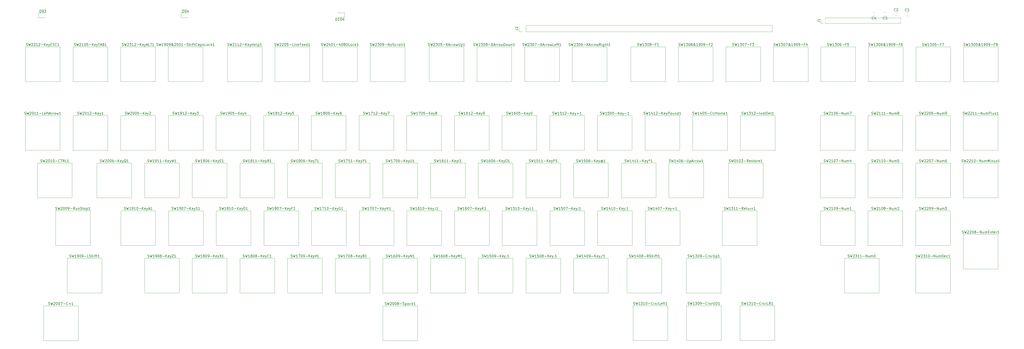
<source format=gbr>
G04 #@! TF.GenerationSoftware,KiCad,Pcbnew,8.0.5*
G04 #@! TF.CreationDate,2025-02-16T01:19:10-05:00*
G04 #@! TF.ProjectId,C128A - BASE,43313238-4120-42d2-9042-4153452e6b69,rev?*
G04 #@! TF.SameCoordinates,Original*
G04 #@! TF.FileFunction,Legend,Top*
G04 #@! TF.FilePolarity,Positive*
%FSLAX46Y46*%
G04 Gerber Fmt 4.6, Leading zero omitted, Abs format (unit mm)*
G04 Created by KiCad (PCBNEW 8.0.5) date 2025-02-16 01:19:10*
%MOMM*%
%LPD*%
G01*
G04 APERTURE LIST*
%ADD10C,0.150000*%
%ADD11C,0.120000*%
G04 APERTURE END LIST*
D10*
X387014819Y-207343333D02*
X387729104Y-207343333D01*
X387729104Y-207343333D02*
X387871961Y-207390952D01*
X387871961Y-207390952D02*
X387967200Y-207486190D01*
X387967200Y-207486190D02*
X388014819Y-207629047D01*
X388014819Y-207629047D02*
X388014819Y-207724285D01*
X388014819Y-206343333D02*
X388014819Y-206914761D01*
X388014819Y-206629047D02*
X387014819Y-206629047D01*
X387014819Y-206629047D02*
X387157676Y-206724285D01*
X387157676Y-206724285D02*
X387252914Y-206819523D01*
X387252914Y-206819523D02*
X387300533Y-206914761D01*
X351409833Y-263932200D02*
X351552690Y-263979819D01*
X351552690Y-263979819D02*
X351790785Y-263979819D01*
X351790785Y-263979819D02*
X351886023Y-263932200D01*
X351886023Y-263932200D02*
X351933642Y-263884580D01*
X351933642Y-263884580D02*
X351981261Y-263789342D01*
X351981261Y-263789342D02*
X351981261Y-263694104D01*
X351981261Y-263694104D02*
X351933642Y-263598866D01*
X351933642Y-263598866D02*
X351886023Y-263551247D01*
X351886023Y-263551247D02*
X351790785Y-263503628D01*
X351790785Y-263503628D02*
X351600309Y-263456009D01*
X351600309Y-263456009D02*
X351505071Y-263408390D01*
X351505071Y-263408390D02*
X351457452Y-263360771D01*
X351457452Y-263360771D02*
X351409833Y-263265533D01*
X351409833Y-263265533D02*
X351409833Y-263170295D01*
X351409833Y-263170295D02*
X351457452Y-263075057D01*
X351457452Y-263075057D02*
X351505071Y-263027438D01*
X351505071Y-263027438D02*
X351600309Y-262979819D01*
X351600309Y-262979819D02*
X351838404Y-262979819D01*
X351838404Y-262979819D02*
X351981261Y-263027438D01*
X352314595Y-262979819D02*
X352552690Y-263979819D01*
X352552690Y-263979819D02*
X352743166Y-263265533D01*
X352743166Y-263265533D02*
X352933642Y-263979819D01*
X352933642Y-263979819D02*
X353171738Y-262979819D01*
X353743166Y-262979819D02*
X353838404Y-262979819D01*
X353838404Y-262979819D02*
X353933642Y-263027438D01*
X353933642Y-263027438D02*
X353981261Y-263075057D01*
X353981261Y-263075057D02*
X354028880Y-263170295D01*
X354028880Y-263170295D02*
X354076499Y-263360771D01*
X354076499Y-263360771D02*
X354076499Y-263598866D01*
X354076499Y-263598866D02*
X354028880Y-263789342D01*
X354028880Y-263789342D02*
X353981261Y-263884580D01*
X353981261Y-263884580D02*
X353933642Y-263932200D01*
X353933642Y-263932200D02*
X353838404Y-263979819D01*
X353838404Y-263979819D02*
X353743166Y-263979819D01*
X353743166Y-263979819D02*
X353647928Y-263932200D01*
X353647928Y-263932200D02*
X353600309Y-263884580D01*
X353600309Y-263884580D02*
X353552690Y-263789342D01*
X353552690Y-263789342D02*
X353505071Y-263598866D01*
X353505071Y-263598866D02*
X353505071Y-263360771D01*
X353505071Y-263360771D02*
X353552690Y-263170295D01*
X353552690Y-263170295D02*
X353600309Y-263075057D01*
X353600309Y-263075057D02*
X353647928Y-263027438D01*
X353647928Y-263027438D02*
X353743166Y-262979819D01*
X355028880Y-263979819D02*
X354457452Y-263979819D01*
X354743166Y-263979819D02*
X354743166Y-262979819D01*
X354743166Y-262979819D02*
X354647928Y-263122676D01*
X354647928Y-263122676D02*
X354552690Y-263217914D01*
X354552690Y-263217914D02*
X354457452Y-263265533D01*
X355647928Y-262979819D02*
X355743166Y-262979819D01*
X355743166Y-262979819D02*
X355838404Y-263027438D01*
X355838404Y-263027438D02*
X355886023Y-263075057D01*
X355886023Y-263075057D02*
X355933642Y-263170295D01*
X355933642Y-263170295D02*
X355981261Y-263360771D01*
X355981261Y-263360771D02*
X355981261Y-263598866D01*
X355981261Y-263598866D02*
X355933642Y-263789342D01*
X355933642Y-263789342D02*
X355886023Y-263884580D01*
X355886023Y-263884580D02*
X355838404Y-263932200D01*
X355838404Y-263932200D02*
X355743166Y-263979819D01*
X355743166Y-263979819D02*
X355647928Y-263979819D01*
X355647928Y-263979819D02*
X355552690Y-263932200D01*
X355552690Y-263932200D02*
X355505071Y-263884580D01*
X355505071Y-263884580D02*
X355457452Y-263789342D01*
X355457452Y-263789342D02*
X355409833Y-263598866D01*
X355409833Y-263598866D02*
X355409833Y-263360771D01*
X355409833Y-263360771D02*
X355457452Y-263170295D01*
X355457452Y-263170295D02*
X355505071Y-263075057D01*
X355505071Y-263075057D02*
X355552690Y-263027438D01*
X355552690Y-263027438D02*
X355647928Y-262979819D01*
X356314595Y-262979819D02*
X356933642Y-262979819D01*
X356933642Y-262979819D02*
X356600309Y-263360771D01*
X356600309Y-263360771D02*
X356743166Y-263360771D01*
X356743166Y-263360771D02*
X356838404Y-263408390D01*
X356838404Y-263408390D02*
X356886023Y-263456009D01*
X356886023Y-263456009D02*
X356933642Y-263551247D01*
X356933642Y-263551247D02*
X356933642Y-263789342D01*
X356933642Y-263789342D02*
X356886023Y-263884580D01*
X356886023Y-263884580D02*
X356838404Y-263932200D01*
X356838404Y-263932200D02*
X356743166Y-263979819D01*
X356743166Y-263979819D02*
X356457452Y-263979819D01*
X356457452Y-263979819D02*
X356362214Y-263932200D01*
X356362214Y-263932200D02*
X356314595Y-263884580D01*
X357362214Y-263598866D02*
X358124119Y-263598866D01*
X359171737Y-263979819D02*
X358838404Y-263503628D01*
X358600309Y-263979819D02*
X358600309Y-262979819D01*
X358600309Y-262979819D02*
X358981261Y-262979819D01*
X358981261Y-262979819D02*
X359076499Y-263027438D01*
X359076499Y-263027438D02*
X359124118Y-263075057D01*
X359124118Y-263075057D02*
X359171737Y-263170295D01*
X359171737Y-263170295D02*
X359171737Y-263313152D01*
X359171737Y-263313152D02*
X359124118Y-263408390D01*
X359124118Y-263408390D02*
X359076499Y-263456009D01*
X359076499Y-263456009D02*
X358981261Y-263503628D01*
X358981261Y-263503628D02*
X358600309Y-263503628D01*
X359981261Y-263932200D02*
X359886023Y-263979819D01*
X359886023Y-263979819D02*
X359695547Y-263979819D01*
X359695547Y-263979819D02*
X359600309Y-263932200D01*
X359600309Y-263932200D02*
X359552690Y-263836961D01*
X359552690Y-263836961D02*
X359552690Y-263456009D01*
X359552690Y-263456009D02*
X359600309Y-263360771D01*
X359600309Y-263360771D02*
X359695547Y-263313152D01*
X359695547Y-263313152D02*
X359886023Y-263313152D01*
X359886023Y-263313152D02*
X359981261Y-263360771D01*
X359981261Y-263360771D02*
X360028880Y-263456009D01*
X360028880Y-263456009D02*
X360028880Y-263551247D01*
X360028880Y-263551247D02*
X359552690Y-263646485D01*
X360409833Y-263932200D02*
X360505071Y-263979819D01*
X360505071Y-263979819D02*
X360695547Y-263979819D01*
X360695547Y-263979819D02*
X360790785Y-263932200D01*
X360790785Y-263932200D02*
X360838404Y-263836961D01*
X360838404Y-263836961D02*
X360838404Y-263789342D01*
X360838404Y-263789342D02*
X360790785Y-263694104D01*
X360790785Y-263694104D02*
X360695547Y-263646485D01*
X360695547Y-263646485D02*
X360552690Y-263646485D01*
X360552690Y-263646485D02*
X360457452Y-263598866D01*
X360457452Y-263598866D02*
X360409833Y-263503628D01*
X360409833Y-263503628D02*
X360409833Y-263456009D01*
X360409833Y-263456009D02*
X360457452Y-263360771D01*
X360457452Y-263360771D02*
X360552690Y-263313152D01*
X360552690Y-263313152D02*
X360695547Y-263313152D01*
X360695547Y-263313152D02*
X360790785Y-263360771D01*
X361124119Y-263313152D02*
X361505071Y-263313152D01*
X361266976Y-262979819D02*
X361266976Y-263836961D01*
X361266976Y-263836961D02*
X361314595Y-263932200D01*
X361314595Y-263932200D02*
X361409833Y-263979819D01*
X361409833Y-263979819D02*
X361505071Y-263979819D01*
X361981262Y-263979819D02*
X361886024Y-263932200D01*
X361886024Y-263932200D02*
X361838405Y-263884580D01*
X361838405Y-263884580D02*
X361790786Y-263789342D01*
X361790786Y-263789342D02*
X361790786Y-263503628D01*
X361790786Y-263503628D02*
X361838405Y-263408390D01*
X361838405Y-263408390D02*
X361886024Y-263360771D01*
X361886024Y-263360771D02*
X361981262Y-263313152D01*
X361981262Y-263313152D02*
X362124119Y-263313152D01*
X362124119Y-263313152D02*
X362219357Y-263360771D01*
X362219357Y-263360771D02*
X362266976Y-263408390D01*
X362266976Y-263408390D02*
X362314595Y-263503628D01*
X362314595Y-263503628D02*
X362314595Y-263789342D01*
X362314595Y-263789342D02*
X362266976Y-263884580D01*
X362266976Y-263884580D02*
X362219357Y-263932200D01*
X362219357Y-263932200D02*
X362124119Y-263979819D01*
X362124119Y-263979819D02*
X361981262Y-263979819D01*
X362743167Y-263979819D02*
X362743167Y-263313152D01*
X362743167Y-263503628D02*
X362790786Y-263408390D01*
X362790786Y-263408390D02*
X362838405Y-263360771D01*
X362838405Y-263360771D02*
X362933643Y-263313152D01*
X362933643Y-263313152D02*
X363028881Y-263313152D01*
X363743167Y-263932200D02*
X363647929Y-263979819D01*
X363647929Y-263979819D02*
X363457453Y-263979819D01*
X363457453Y-263979819D02*
X363362215Y-263932200D01*
X363362215Y-263932200D02*
X363314596Y-263836961D01*
X363314596Y-263836961D02*
X363314596Y-263456009D01*
X363314596Y-263456009D02*
X363362215Y-263360771D01*
X363362215Y-263360771D02*
X363457453Y-263313152D01*
X363457453Y-263313152D02*
X363647929Y-263313152D01*
X363647929Y-263313152D02*
X363743167Y-263360771D01*
X363743167Y-263360771D02*
X363790786Y-263456009D01*
X363790786Y-263456009D02*
X363790786Y-263551247D01*
X363790786Y-263551247D02*
X363314596Y-263646485D01*
X364743167Y-263979819D02*
X364171739Y-263979819D01*
X364457453Y-263979819D02*
X364457453Y-262979819D01*
X364457453Y-262979819D02*
X364362215Y-263122676D01*
X364362215Y-263122676D02*
X364266977Y-263217914D01*
X364266977Y-263217914D02*
X364171739Y-263265533D01*
X391001786Y-217078200D02*
X391144643Y-217125819D01*
X391144643Y-217125819D02*
X391382738Y-217125819D01*
X391382738Y-217125819D02*
X391477976Y-217078200D01*
X391477976Y-217078200D02*
X391525595Y-217030580D01*
X391525595Y-217030580D02*
X391573214Y-216935342D01*
X391573214Y-216935342D02*
X391573214Y-216840104D01*
X391573214Y-216840104D02*
X391525595Y-216744866D01*
X391525595Y-216744866D02*
X391477976Y-216697247D01*
X391477976Y-216697247D02*
X391382738Y-216649628D01*
X391382738Y-216649628D02*
X391192262Y-216602009D01*
X391192262Y-216602009D02*
X391097024Y-216554390D01*
X391097024Y-216554390D02*
X391049405Y-216506771D01*
X391049405Y-216506771D02*
X391001786Y-216411533D01*
X391001786Y-216411533D02*
X391001786Y-216316295D01*
X391001786Y-216316295D02*
X391049405Y-216221057D01*
X391049405Y-216221057D02*
X391097024Y-216173438D01*
X391097024Y-216173438D02*
X391192262Y-216125819D01*
X391192262Y-216125819D02*
X391430357Y-216125819D01*
X391430357Y-216125819D02*
X391573214Y-216173438D01*
X391906548Y-216125819D02*
X392144643Y-217125819D01*
X392144643Y-217125819D02*
X392335119Y-216411533D01*
X392335119Y-216411533D02*
X392525595Y-217125819D01*
X392525595Y-217125819D02*
X392763691Y-216125819D01*
X393668452Y-217125819D02*
X393097024Y-217125819D01*
X393382738Y-217125819D02*
X393382738Y-216125819D01*
X393382738Y-216125819D02*
X393287500Y-216268676D01*
X393287500Y-216268676D02*
X393192262Y-216363914D01*
X393192262Y-216363914D02*
X393097024Y-216411533D01*
X394001786Y-216125819D02*
X394620833Y-216125819D01*
X394620833Y-216125819D02*
X394287500Y-216506771D01*
X394287500Y-216506771D02*
X394430357Y-216506771D01*
X394430357Y-216506771D02*
X394525595Y-216554390D01*
X394525595Y-216554390D02*
X394573214Y-216602009D01*
X394573214Y-216602009D02*
X394620833Y-216697247D01*
X394620833Y-216697247D02*
X394620833Y-216935342D01*
X394620833Y-216935342D02*
X394573214Y-217030580D01*
X394573214Y-217030580D02*
X394525595Y-217078200D01*
X394525595Y-217078200D02*
X394430357Y-217125819D01*
X394430357Y-217125819D02*
X394144643Y-217125819D01*
X394144643Y-217125819D02*
X394049405Y-217078200D01*
X394049405Y-217078200D02*
X394001786Y-217030580D01*
X395239881Y-216125819D02*
X395335119Y-216125819D01*
X395335119Y-216125819D02*
X395430357Y-216173438D01*
X395430357Y-216173438D02*
X395477976Y-216221057D01*
X395477976Y-216221057D02*
X395525595Y-216316295D01*
X395525595Y-216316295D02*
X395573214Y-216506771D01*
X395573214Y-216506771D02*
X395573214Y-216744866D01*
X395573214Y-216744866D02*
X395525595Y-216935342D01*
X395525595Y-216935342D02*
X395477976Y-217030580D01*
X395477976Y-217030580D02*
X395430357Y-217078200D01*
X395430357Y-217078200D02*
X395335119Y-217125819D01*
X395335119Y-217125819D02*
X395239881Y-217125819D01*
X395239881Y-217125819D02*
X395144643Y-217078200D01*
X395144643Y-217078200D02*
X395097024Y-217030580D01*
X395097024Y-217030580D02*
X395049405Y-216935342D01*
X395049405Y-216935342D02*
X395001786Y-216744866D01*
X395001786Y-216744866D02*
X395001786Y-216506771D01*
X395001786Y-216506771D02*
X395049405Y-216316295D01*
X395049405Y-216316295D02*
X395097024Y-216221057D01*
X395097024Y-216221057D02*
X395144643Y-216173438D01*
X395144643Y-216173438D02*
X395239881Y-216125819D01*
X396430357Y-216125819D02*
X396239881Y-216125819D01*
X396239881Y-216125819D02*
X396144643Y-216173438D01*
X396144643Y-216173438D02*
X396097024Y-216221057D01*
X396097024Y-216221057D02*
X396001786Y-216363914D01*
X396001786Y-216363914D02*
X395954167Y-216554390D01*
X395954167Y-216554390D02*
X395954167Y-216935342D01*
X395954167Y-216935342D02*
X396001786Y-217030580D01*
X396001786Y-217030580D02*
X396049405Y-217078200D01*
X396049405Y-217078200D02*
X396144643Y-217125819D01*
X396144643Y-217125819D02*
X396335119Y-217125819D01*
X396335119Y-217125819D02*
X396430357Y-217078200D01*
X396430357Y-217078200D02*
X396477976Y-217030580D01*
X396477976Y-217030580D02*
X396525595Y-216935342D01*
X396525595Y-216935342D02*
X396525595Y-216697247D01*
X396525595Y-216697247D02*
X396477976Y-216602009D01*
X396477976Y-216602009D02*
X396430357Y-216554390D01*
X396430357Y-216554390D02*
X396335119Y-216506771D01*
X396335119Y-216506771D02*
X396144643Y-216506771D01*
X396144643Y-216506771D02*
X396049405Y-216554390D01*
X396049405Y-216554390D02*
X396001786Y-216602009D01*
X396001786Y-216602009D02*
X395954167Y-216697247D01*
X396954167Y-216744866D02*
X397716072Y-216744866D01*
X398525595Y-216602009D02*
X398192262Y-216602009D01*
X398192262Y-217125819D02*
X398192262Y-216125819D01*
X398192262Y-216125819D02*
X398668452Y-216125819D01*
X399525595Y-216125819D02*
X399049405Y-216125819D01*
X399049405Y-216125819D02*
X399001786Y-216602009D01*
X399001786Y-216602009D02*
X399049405Y-216554390D01*
X399049405Y-216554390D02*
X399144643Y-216506771D01*
X399144643Y-216506771D02*
X399382738Y-216506771D01*
X399382738Y-216506771D02*
X399477976Y-216554390D01*
X399477976Y-216554390D02*
X399525595Y-216602009D01*
X399525595Y-216602009D02*
X399573214Y-216697247D01*
X399573214Y-216697247D02*
X399573214Y-216935342D01*
X399573214Y-216935342D02*
X399525595Y-217030580D01*
X399525595Y-217030580D02*
X399477976Y-217078200D01*
X399477976Y-217078200D02*
X399382738Y-217125819D01*
X399382738Y-217125819D02*
X399144643Y-217125819D01*
X399144643Y-217125819D02*
X399049405Y-217078200D01*
X399049405Y-217078200D02*
X399001786Y-217030580D01*
X314547786Y-217078200D02*
X314690643Y-217125819D01*
X314690643Y-217125819D02*
X314928738Y-217125819D01*
X314928738Y-217125819D02*
X315023976Y-217078200D01*
X315023976Y-217078200D02*
X315071595Y-217030580D01*
X315071595Y-217030580D02*
X315119214Y-216935342D01*
X315119214Y-216935342D02*
X315119214Y-216840104D01*
X315119214Y-216840104D02*
X315071595Y-216744866D01*
X315071595Y-216744866D02*
X315023976Y-216697247D01*
X315023976Y-216697247D02*
X314928738Y-216649628D01*
X314928738Y-216649628D02*
X314738262Y-216602009D01*
X314738262Y-216602009D02*
X314643024Y-216554390D01*
X314643024Y-216554390D02*
X314595405Y-216506771D01*
X314595405Y-216506771D02*
X314547786Y-216411533D01*
X314547786Y-216411533D02*
X314547786Y-216316295D01*
X314547786Y-216316295D02*
X314595405Y-216221057D01*
X314595405Y-216221057D02*
X314643024Y-216173438D01*
X314643024Y-216173438D02*
X314738262Y-216125819D01*
X314738262Y-216125819D02*
X314976357Y-216125819D01*
X314976357Y-216125819D02*
X315119214Y-216173438D01*
X315452548Y-216125819D02*
X315690643Y-217125819D01*
X315690643Y-217125819D02*
X315881119Y-216411533D01*
X315881119Y-216411533D02*
X316071595Y-217125819D01*
X316071595Y-217125819D02*
X316309691Y-216125819D01*
X317214452Y-217125819D02*
X316643024Y-217125819D01*
X316928738Y-217125819D02*
X316928738Y-216125819D01*
X316928738Y-216125819D02*
X316833500Y-216268676D01*
X316833500Y-216268676D02*
X316738262Y-216363914D01*
X316738262Y-216363914D02*
X316643024Y-216411533D01*
X317547786Y-216125819D02*
X318166833Y-216125819D01*
X318166833Y-216125819D02*
X317833500Y-216506771D01*
X317833500Y-216506771D02*
X317976357Y-216506771D01*
X317976357Y-216506771D02*
X318071595Y-216554390D01*
X318071595Y-216554390D02*
X318119214Y-216602009D01*
X318119214Y-216602009D02*
X318166833Y-216697247D01*
X318166833Y-216697247D02*
X318166833Y-216935342D01*
X318166833Y-216935342D02*
X318119214Y-217030580D01*
X318119214Y-217030580D02*
X318071595Y-217078200D01*
X318071595Y-217078200D02*
X317976357Y-217125819D01*
X317976357Y-217125819D02*
X317690643Y-217125819D01*
X317690643Y-217125819D02*
X317595405Y-217078200D01*
X317595405Y-217078200D02*
X317547786Y-217030580D01*
X318785881Y-216125819D02*
X318881119Y-216125819D01*
X318881119Y-216125819D02*
X318976357Y-216173438D01*
X318976357Y-216173438D02*
X319023976Y-216221057D01*
X319023976Y-216221057D02*
X319071595Y-216316295D01*
X319071595Y-216316295D02*
X319119214Y-216506771D01*
X319119214Y-216506771D02*
X319119214Y-216744866D01*
X319119214Y-216744866D02*
X319071595Y-216935342D01*
X319071595Y-216935342D02*
X319023976Y-217030580D01*
X319023976Y-217030580D02*
X318976357Y-217078200D01*
X318976357Y-217078200D02*
X318881119Y-217125819D01*
X318881119Y-217125819D02*
X318785881Y-217125819D01*
X318785881Y-217125819D02*
X318690643Y-217078200D01*
X318690643Y-217078200D02*
X318643024Y-217030580D01*
X318643024Y-217030580D02*
X318595405Y-216935342D01*
X318595405Y-216935342D02*
X318547786Y-216744866D01*
X318547786Y-216744866D02*
X318547786Y-216506771D01*
X318547786Y-216506771D02*
X318595405Y-216316295D01*
X318595405Y-216316295D02*
X318643024Y-216221057D01*
X318643024Y-216221057D02*
X318690643Y-216173438D01*
X318690643Y-216173438D02*
X318785881Y-216125819D01*
X319690643Y-216554390D02*
X319595405Y-216506771D01*
X319595405Y-216506771D02*
X319547786Y-216459152D01*
X319547786Y-216459152D02*
X319500167Y-216363914D01*
X319500167Y-216363914D02*
X319500167Y-216316295D01*
X319500167Y-216316295D02*
X319547786Y-216221057D01*
X319547786Y-216221057D02*
X319595405Y-216173438D01*
X319595405Y-216173438D02*
X319690643Y-216125819D01*
X319690643Y-216125819D02*
X319881119Y-216125819D01*
X319881119Y-216125819D02*
X319976357Y-216173438D01*
X319976357Y-216173438D02*
X320023976Y-216221057D01*
X320023976Y-216221057D02*
X320071595Y-216316295D01*
X320071595Y-216316295D02*
X320071595Y-216363914D01*
X320071595Y-216363914D02*
X320023976Y-216459152D01*
X320023976Y-216459152D02*
X319976357Y-216506771D01*
X319976357Y-216506771D02*
X319881119Y-216554390D01*
X319881119Y-216554390D02*
X319690643Y-216554390D01*
X319690643Y-216554390D02*
X319595405Y-216602009D01*
X319595405Y-216602009D02*
X319547786Y-216649628D01*
X319547786Y-216649628D02*
X319500167Y-216744866D01*
X319500167Y-216744866D02*
X319500167Y-216935342D01*
X319500167Y-216935342D02*
X319547786Y-217030580D01*
X319547786Y-217030580D02*
X319595405Y-217078200D01*
X319595405Y-217078200D02*
X319690643Y-217125819D01*
X319690643Y-217125819D02*
X319881119Y-217125819D01*
X319881119Y-217125819D02*
X319976357Y-217078200D01*
X319976357Y-217078200D02*
X320023976Y-217030580D01*
X320023976Y-217030580D02*
X320071595Y-216935342D01*
X320071595Y-216935342D02*
X320071595Y-216744866D01*
X320071595Y-216744866D02*
X320023976Y-216649628D01*
X320023976Y-216649628D02*
X319976357Y-216602009D01*
X319976357Y-216602009D02*
X319881119Y-216554390D01*
X320500167Y-216744866D02*
X321262072Y-216744866D01*
X322071595Y-216602009D02*
X321738262Y-216602009D01*
X321738262Y-217125819D02*
X321738262Y-216125819D01*
X321738262Y-216125819D02*
X322214452Y-216125819D01*
X323119214Y-217125819D02*
X322547786Y-217125819D01*
X322833500Y-217125819D02*
X322833500Y-216125819D01*
X322833500Y-216125819D02*
X322738262Y-216268676D01*
X322738262Y-216268676D02*
X322643024Y-216363914D01*
X322643024Y-216363914D02*
X322547786Y-216411533D01*
X356477085Y-321399700D02*
X356619942Y-321447319D01*
X356619942Y-321447319D02*
X356858037Y-321447319D01*
X356858037Y-321447319D02*
X356953275Y-321399700D01*
X356953275Y-321399700D02*
X357000894Y-321352080D01*
X357000894Y-321352080D02*
X357048513Y-321256842D01*
X357048513Y-321256842D02*
X357048513Y-321161604D01*
X357048513Y-321161604D02*
X357000894Y-321066366D01*
X357000894Y-321066366D02*
X356953275Y-321018747D01*
X356953275Y-321018747D02*
X356858037Y-320971128D01*
X356858037Y-320971128D02*
X356667561Y-320923509D01*
X356667561Y-320923509D02*
X356572323Y-320875890D01*
X356572323Y-320875890D02*
X356524704Y-320828271D01*
X356524704Y-320828271D02*
X356477085Y-320733033D01*
X356477085Y-320733033D02*
X356477085Y-320637795D01*
X356477085Y-320637795D02*
X356524704Y-320542557D01*
X356524704Y-320542557D02*
X356572323Y-320494938D01*
X356572323Y-320494938D02*
X356667561Y-320447319D01*
X356667561Y-320447319D02*
X356905656Y-320447319D01*
X356905656Y-320447319D02*
X357048513Y-320494938D01*
X357381847Y-320447319D02*
X357619942Y-321447319D01*
X357619942Y-321447319D02*
X357810418Y-320733033D01*
X357810418Y-320733033D02*
X358000894Y-321447319D01*
X358000894Y-321447319D02*
X358238990Y-320447319D01*
X359143751Y-321447319D02*
X358572323Y-321447319D01*
X358858037Y-321447319D02*
X358858037Y-320447319D01*
X358858037Y-320447319D02*
X358762799Y-320590176D01*
X358762799Y-320590176D02*
X358667561Y-320685414D01*
X358667561Y-320685414D02*
X358572323Y-320733033D01*
X359477085Y-320447319D02*
X360096132Y-320447319D01*
X360096132Y-320447319D02*
X359762799Y-320828271D01*
X359762799Y-320828271D02*
X359905656Y-320828271D01*
X359905656Y-320828271D02*
X360000894Y-320875890D01*
X360000894Y-320875890D02*
X360048513Y-320923509D01*
X360048513Y-320923509D02*
X360096132Y-321018747D01*
X360096132Y-321018747D02*
X360096132Y-321256842D01*
X360096132Y-321256842D02*
X360048513Y-321352080D01*
X360048513Y-321352080D02*
X360000894Y-321399700D01*
X360000894Y-321399700D02*
X359905656Y-321447319D01*
X359905656Y-321447319D02*
X359619942Y-321447319D01*
X359619942Y-321447319D02*
X359524704Y-321399700D01*
X359524704Y-321399700D02*
X359477085Y-321352080D01*
X361048513Y-321447319D02*
X360477085Y-321447319D01*
X360762799Y-321447319D02*
X360762799Y-320447319D01*
X360762799Y-320447319D02*
X360667561Y-320590176D01*
X360667561Y-320590176D02*
X360572323Y-320685414D01*
X360572323Y-320685414D02*
X360477085Y-320733033D01*
X361667561Y-320447319D02*
X361762799Y-320447319D01*
X361762799Y-320447319D02*
X361858037Y-320494938D01*
X361858037Y-320494938D02*
X361905656Y-320542557D01*
X361905656Y-320542557D02*
X361953275Y-320637795D01*
X361953275Y-320637795D02*
X362000894Y-320828271D01*
X362000894Y-320828271D02*
X362000894Y-321066366D01*
X362000894Y-321066366D02*
X361953275Y-321256842D01*
X361953275Y-321256842D02*
X361905656Y-321352080D01*
X361905656Y-321352080D02*
X361858037Y-321399700D01*
X361858037Y-321399700D02*
X361762799Y-321447319D01*
X361762799Y-321447319D02*
X361667561Y-321447319D01*
X361667561Y-321447319D02*
X361572323Y-321399700D01*
X361572323Y-321399700D02*
X361524704Y-321352080D01*
X361524704Y-321352080D02*
X361477085Y-321256842D01*
X361477085Y-321256842D02*
X361429466Y-321066366D01*
X361429466Y-321066366D02*
X361429466Y-320828271D01*
X361429466Y-320828271D02*
X361477085Y-320637795D01*
X361477085Y-320637795D02*
X361524704Y-320542557D01*
X361524704Y-320542557D02*
X361572323Y-320494938D01*
X361572323Y-320494938D02*
X361667561Y-320447319D01*
X362429466Y-321066366D02*
X363191371Y-321066366D01*
X364238989Y-321352080D02*
X364191370Y-321399700D01*
X364191370Y-321399700D02*
X364048513Y-321447319D01*
X364048513Y-321447319D02*
X363953275Y-321447319D01*
X363953275Y-321447319D02*
X363810418Y-321399700D01*
X363810418Y-321399700D02*
X363715180Y-321304461D01*
X363715180Y-321304461D02*
X363667561Y-321209223D01*
X363667561Y-321209223D02*
X363619942Y-321018747D01*
X363619942Y-321018747D02*
X363619942Y-320875890D01*
X363619942Y-320875890D02*
X363667561Y-320685414D01*
X363667561Y-320685414D02*
X363715180Y-320590176D01*
X363715180Y-320590176D02*
X363810418Y-320494938D01*
X363810418Y-320494938D02*
X363953275Y-320447319D01*
X363953275Y-320447319D02*
X364048513Y-320447319D01*
X364048513Y-320447319D02*
X364191370Y-320494938D01*
X364191370Y-320494938D02*
X364238989Y-320542557D01*
X364667561Y-321447319D02*
X364667561Y-320780652D01*
X364667561Y-320971128D02*
X364715180Y-320875890D01*
X364715180Y-320875890D02*
X364762799Y-320828271D01*
X364762799Y-320828271D02*
X364858037Y-320780652D01*
X364858037Y-320780652D02*
X364953275Y-320780652D01*
X365238990Y-321399700D02*
X365334228Y-321447319D01*
X365334228Y-321447319D02*
X365524704Y-321447319D01*
X365524704Y-321447319D02*
X365619942Y-321399700D01*
X365619942Y-321399700D02*
X365667561Y-321304461D01*
X365667561Y-321304461D02*
X365667561Y-321256842D01*
X365667561Y-321256842D02*
X365619942Y-321161604D01*
X365619942Y-321161604D02*
X365524704Y-321113985D01*
X365524704Y-321113985D02*
X365381847Y-321113985D01*
X365381847Y-321113985D02*
X365286609Y-321066366D01*
X365286609Y-321066366D02*
X365238990Y-320971128D01*
X365238990Y-320971128D02*
X365238990Y-320923509D01*
X365238990Y-320923509D02*
X365286609Y-320828271D01*
X365286609Y-320828271D02*
X365381847Y-320780652D01*
X365381847Y-320780652D02*
X365524704Y-320780652D01*
X365524704Y-320780652D02*
X365619942Y-320828271D01*
X366096133Y-321447319D02*
X366096133Y-320780652D01*
X366096133Y-320971128D02*
X366143752Y-320875890D01*
X366143752Y-320875890D02*
X366191371Y-320828271D01*
X366191371Y-320828271D02*
X366286609Y-320780652D01*
X366286609Y-320780652D02*
X366381847Y-320780652D01*
X367191371Y-321447319D02*
X366715181Y-321447319D01*
X366715181Y-321447319D02*
X366715181Y-320447319D01*
X368096133Y-321447319D02*
X367762800Y-320971128D01*
X367524705Y-321447319D02*
X367524705Y-320447319D01*
X367524705Y-320447319D02*
X367905657Y-320447319D01*
X367905657Y-320447319D02*
X368000895Y-320494938D01*
X368000895Y-320494938D02*
X368048514Y-320542557D01*
X368048514Y-320542557D02*
X368096133Y-320637795D01*
X368096133Y-320637795D02*
X368096133Y-320780652D01*
X368096133Y-320780652D02*
X368048514Y-320875890D01*
X368048514Y-320875890D02*
X368000895Y-320923509D01*
X368000895Y-320923509D02*
X367905657Y-320971128D01*
X367905657Y-320971128D02*
X367524705Y-320971128D01*
X369048514Y-321447319D02*
X368477086Y-321447319D01*
X368762800Y-321447319D02*
X368762800Y-320447319D01*
X368762800Y-320447319D02*
X368667562Y-320590176D01*
X368667562Y-320590176D02*
X368572324Y-320685414D01*
X368572324Y-320685414D02*
X368477086Y-320733033D01*
X356473928Y-244755200D02*
X356616785Y-244802819D01*
X356616785Y-244802819D02*
X356854880Y-244802819D01*
X356854880Y-244802819D02*
X356950118Y-244755200D01*
X356950118Y-244755200D02*
X356997737Y-244707580D01*
X356997737Y-244707580D02*
X357045356Y-244612342D01*
X357045356Y-244612342D02*
X357045356Y-244517104D01*
X357045356Y-244517104D02*
X356997737Y-244421866D01*
X356997737Y-244421866D02*
X356950118Y-244374247D01*
X356950118Y-244374247D02*
X356854880Y-244326628D01*
X356854880Y-244326628D02*
X356664404Y-244279009D01*
X356664404Y-244279009D02*
X356569166Y-244231390D01*
X356569166Y-244231390D02*
X356521547Y-244183771D01*
X356521547Y-244183771D02*
X356473928Y-244088533D01*
X356473928Y-244088533D02*
X356473928Y-243993295D01*
X356473928Y-243993295D02*
X356521547Y-243898057D01*
X356521547Y-243898057D02*
X356569166Y-243850438D01*
X356569166Y-243850438D02*
X356664404Y-243802819D01*
X356664404Y-243802819D02*
X356902499Y-243802819D01*
X356902499Y-243802819D02*
X357045356Y-243850438D01*
X357378690Y-243802819D02*
X357616785Y-244802819D01*
X357616785Y-244802819D02*
X357807261Y-244088533D01*
X357807261Y-244088533D02*
X357997737Y-244802819D01*
X357997737Y-244802819D02*
X358235833Y-243802819D01*
X359140594Y-244802819D02*
X358569166Y-244802819D01*
X358854880Y-244802819D02*
X358854880Y-243802819D01*
X358854880Y-243802819D02*
X358759642Y-243945676D01*
X358759642Y-243945676D02*
X358664404Y-244040914D01*
X358664404Y-244040914D02*
X358569166Y-244088533D01*
X359473928Y-243802819D02*
X360092975Y-243802819D01*
X360092975Y-243802819D02*
X359759642Y-244183771D01*
X359759642Y-244183771D02*
X359902499Y-244183771D01*
X359902499Y-244183771D02*
X359997737Y-244231390D01*
X359997737Y-244231390D02*
X360045356Y-244279009D01*
X360045356Y-244279009D02*
X360092975Y-244374247D01*
X360092975Y-244374247D02*
X360092975Y-244612342D01*
X360092975Y-244612342D02*
X360045356Y-244707580D01*
X360045356Y-244707580D02*
X359997737Y-244755200D01*
X359997737Y-244755200D02*
X359902499Y-244802819D01*
X359902499Y-244802819D02*
X359616785Y-244802819D01*
X359616785Y-244802819D02*
X359521547Y-244755200D01*
X359521547Y-244755200D02*
X359473928Y-244707580D01*
X361045356Y-244802819D02*
X360473928Y-244802819D01*
X360759642Y-244802819D02*
X360759642Y-243802819D01*
X360759642Y-243802819D02*
X360664404Y-243945676D01*
X360664404Y-243945676D02*
X360569166Y-244040914D01*
X360569166Y-244040914D02*
X360473928Y-244088533D01*
X361426309Y-243898057D02*
X361473928Y-243850438D01*
X361473928Y-243850438D02*
X361569166Y-243802819D01*
X361569166Y-243802819D02*
X361807261Y-243802819D01*
X361807261Y-243802819D02*
X361902499Y-243850438D01*
X361902499Y-243850438D02*
X361950118Y-243898057D01*
X361950118Y-243898057D02*
X361997737Y-243993295D01*
X361997737Y-243993295D02*
X361997737Y-244088533D01*
X361997737Y-244088533D02*
X361950118Y-244231390D01*
X361950118Y-244231390D02*
X361378690Y-244802819D01*
X361378690Y-244802819D02*
X361997737Y-244802819D01*
X362426309Y-244421866D02*
X363188214Y-244421866D01*
X363664404Y-244802819D02*
X363664404Y-243802819D01*
X364140594Y-244136152D02*
X364140594Y-244802819D01*
X364140594Y-244231390D02*
X364188213Y-244183771D01*
X364188213Y-244183771D02*
X364283451Y-244136152D01*
X364283451Y-244136152D02*
X364426308Y-244136152D01*
X364426308Y-244136152D02*
X364521546Y-244183771D01*
X364521546Y-244183771D02*
X364569165Y-244279009D01*
X364569165Y-244279009D02*
X364569165Y-244802819D01*
X364997737Y-244755200D02*
X365092975Y-244802819D01*
X365092975Y-244802819D02*
X365283451Y-244802819D01*
X365283451Y-244802819D02*
X365378689Y-244755200D01*
X365378689Y-244755200D02*
X365426308Y-244659961D01*
X365426308Y-244659961D02*
X365426308Y-244612342D01*
X365426308Y-244612342D02*
X365378689Y-244517104D01*
X365378689Y-244517104D02*
X365283451Y-244469485D01*
X365283451Y-244469485D02*
X365140594Y-244469485D01*
X365140594Y-244469485D02*
X365045356Y-244421866D01*
X365045356Y-244421866D02*
X364997737Y-244326628D01*
X364997737Y-244326628D02*
X364997737Y-244279009D01*
X364997737Y-244279009D02*
X365045356Y-244183771D01*
X365045356Y-244183771D02*
X365140594Y-244136152D01*
X365140594Y-244136152D02*
X365283451Y-244136152D01*
X365283451Y-244136152D02*
X365378689Y-244183771D01*
X365712023Y-244136152D02*
X366092975Y-244136152D01*
X365854880Y-243802819D02*
X365854880Y-244659961D01*
X365854880Y-244659961D02*
X365902499Y-244755200D01*
X365902499Y-244755200D02*
X365997737Y-244802819D01*
X365997737Y-244802819D02*
X366092975Y-244802819D01*
X366426309Y-244802819D02*
X366426309Y-243802819D01*
X366426309Y-243802819D02*
X366664404Y-243802819D01*
X366664404Y-243802819D02*
X366807261Y-243850438D01*
X366807261Y-243850438D02*
X366902499Y-243945676D01*
X366902499Y-243945676D02*
X366950118Y-244040914D01*
X366950118Y-244040914D02*
X366997737Y-244231390D01*
X366997737Y-244231390D02*
X366997737Y-244374247D01*
X366997737Y-244374247D02*
X366950118Y-244564723D01*
X366950118Y-244564723D02*
X366902499Y-244659961D01*
X366902499Y-244659961D02*
X366807261Y-244755200D01*
X366807261Y-244755200D02*
X366664404Y-244802819D01*
X366664404Y-244802819D02*
X366426309Y-244802819D01*
X367807261Y-244755200D02*
X367712023Y-244802819D01*
X367712023Y-244802819D02*
X367521547Y-244802819D01*
X367521547Y-244802819D02*
X367426309Y-244755200D01*
X367426309Y-244755200D02*
X367378690Y-244659961D01*
X367378690Y-244659961D02*
X367378690Y-244279009D01*
X367378690Y-244279009D02*
X367426309Y-244183771D01*
X367426309Y-244183771D02*
X367521547Y-244136152D01*
X367521547Y-244136152D02*
X367712023Y-244136152D01*
X367712023Y-244136152D02*
X367807261Y-244183771D01*
X367807261Y-244183771D02*
X367854880Y-244279009D01*
X367854880Y-244279009D02*
X367854880Y-244374247D01*
X367854880Y-244374247D02*
X367378690Y-244469485D01*
X368426309Y-244802819D02*
X368331071Y-244755200D01*
X368331071Y-244755200D02*
X368283452Y-244659961D01*
X368283452Y-244659961D02*
X368283452Y-243802819D01*
X369331071Y-244802819D02*
X368759643Y-244802819D01*
X369045357Y-244802819D02*
X369045357Y-243802819D01*
X369045357Y-243802819D02*
X368950119Y-243945676D01*
X368950119Y-243945676D02*
X368854881Y-244040914D01*
X368854881Y-244040914D02*
X368759643Y-244088533D01*
X336725500Y-244755200D02*
X336868357Y-244802819D01*
X336868357Y-244802819D02*
X337106452Y-244802819D01*
X337106452Y-244802819D02*
X337201690Y-244755200D01*
X337201690Y-244755200D02*
X337249309Y-244707580D01*
X337249309Y-244707580D02*
X337296928Y-244612342D01*
X337296928Y-244612342D02*
X337296928Y-244517104D01*
X337296928Y-244517104D02*
X337249309Y-244421866D01*
X337249309Y-244421866D02*
X337201690Y-244374247D01*
X337201690Y-244374247D02*
X337106452Y-244326628D01*
X337106452Y-244326628D02*
X336915976Y-244279009D01*
X336915976Y-244279009D02*
X336820738Y-244231390D01*
X336820738Y-244231390D02*
X336773119Y-244183771D01*
X336773119Y-244183771D02*
X336725500Y-244088533D01*
X336725500Y-244088533D02*
X336725500Y-243993295D01*
X336725500Y-243993295D02*
X336773119Y-243898057D01*
X336773119Y-243898057D02*
X336820738Y-243850438D01*
X336820738Y-243850438D02*
X336915976Y-243802819D01*
X336915976Y-243802819D02*
X337154071Y-243802819D01*
X337154071Y-243802819D02*
X337296928Y-243850438D01*
X337630262Y-243802819D02*
X337868357Y-244802819D01*
X337868357Y-244802819D02*
X338058833Y-244088533D01*
X338058833Y-244088533D02*
X338249309Y-244802819D01*
X338249309Y-244802819D02*
X338487405Y-243802819D01*
X339392166Y-244802819D02*
X338820738Y-244802819D01*
X339106452Y-244802819D02*
X339106452Y-243802819D01*
X339106452Y-243802819D02*
X339011214Y-243945676D01*
X339011214Y-243945676D02*
X338915976Y-244040914D01*
X338915976Y-244040914D02*
X338820738Y-244088533D01*
X340249309Y-244136152D02*
X340249309Y-244802819D01*
X340011214Y-243755200D02*
X339773119Y-244469485D01*
X339773119Y-244469485D02*
X340392166Y-244469485D01*
X340963595Y-243802819D02*
X341058833Y-243802819D01*
X341058833Y-243802819D02*
X341154071Y-243850438D01*
X341154071Y-243850438D02*
X341201690Y-243898057D01*
X341201690Y-243898057D02*
X341249309Y-243993295D01*
X341249309Y-243993295D02*
X341296928Y-244183771D01*
X341296928Y-244183771D02*
X341296928Y-244421866D01*
X341296928Y-244421866D02*
X341249309Y-244612342D01*
X341249309Y-244612342D02*
X341201690Y-244707580D01*
X341201690Y-244707580D02*
X341154071Y-244755200D01*
X341154071Y-244755200D02*
X341058833Y-244802819D01*
X341058833Y-244802819D02*
X340963595Y-244802819D01*
X340963595Y-244802819D02*
X340868357Y-244755200D01*
X340868357Y-244755200D02*
X340820738Y-244707580D01*
X340820738Y-244707580D02*
X340773119Y-244612342D01*
X340773119Y-244612342D02*
X340725500Y-244421866D01*
X340725500Y-244421866D02*
X340725500Y-244183771D01*
X340725500Y-244183771D02*
X340773119Y-243993295D01*
X340773119Y-243993295D02*
X340820738Y-243898057D01*
X340820738Y-243898057D02*
X340868357Y-243850438D01*
X340868357Y-243850438D02*
X340963595Y-243802819D01*
X342201690Y-243802819D02*
X341725500Y-243802819D01*
X341725500Y-243802819D02*
X341677881Y-244279009D01*
X341677881Y-244279009D02*
X341725500Y-244231390D01*
X341725500Y-244231390D02*
X341820738Y-244183771D01*
X341820738Y-244183771D02*
X342058833Y-244183771D01*
X342058833Y-244183771D02*
X342154071Y-244231390D01*
X342154071Y-244231390D02*
X342201690Y-244279009D01*
X342201690Y-244279009D02*
X342249309Y-244374247D01*
X342249309Y-244374247D02*
X342249309Y-244612342D01*
X342249309Y-244612342D02*
X342201690Y-244707580D01*
X342201690Y-244707580D02*
X342154071Y-244755200D01*
X342154071Y-244755200D02*
X342058833Y-244802819D01*
X342058833Y-244802819D02*
X341820738Y-244802819D01*
X341820738Y-244802819D02*
X341725500Y-244755200D01*
X341725500Y-244755200D02*
X341677881Y-244707580D01*
X342677881Y-244421866D02*
X343439786Y-244421866D01*
X344487404Y-244707580D02*
X344439785Y-244755200D01*
X344439785Y-244755200D02*
X344296928Y-244802819D01*
X344296928Y-244802819D02*
X344201690Y-244802819D01*
X344201690Y-244802819D02*
X344058833Y-244755200D01*
X344058833Y-244755200D02*
X343963595Y-244659961D01*
X343963595Y-244659961D02*
X343915976Y-244564723D01*
X343915976Y-244564723D02*
X343868357Y-244374247D01*
X343868357Y-244374247D02*
X343868357Y-244231390D01*
X343868357Y-244231390D02*
X343915976Y-244040914D01*
X343915976Y-244040914D02*
X343963595Y-243945676D01*
X343963595Y-243945676D02*
X344058833Y-243850438D01*
X344058833Y-243850438D02*
X344201690Y-243802819D01*
X344201690Y-243802819D02*
X344296928Y-243802819D01*
X344296928Y-243802819D02*
X344439785Y-243850438D01*
X344439785Y-243850438D02*
X344487404Y-243898057D01*
X345058833Y-244802819D02*
X344963595Y-244755200D01*
X344963595Y-244755200D02*
X344915976Y-244659961D01*
X344915976Y-244659961D02*
X344915976Y-243802819D01*
X345439786Y-244802819D02*
X345439786Y-244136152D01*
X345439786Y-244326628D02*
X345487405Y-244231390D01*
X345487405Y-244231390D02*
X345535024Y-244183771D01*
X345535024Y-244183771D02*
X345630262Y-244136152D01*
X345630262Y-244136152D02*
X345725500Y-244136152D01*
X346058834Y-244802819D02*
X346058834Y-243802819D01*
X346058834Y-244279009D02*
X346630262Y-244279009D01*
X346630262Y-244802819D02*
X346630262Y-243802819D01*
X347249310Y-244802819D02*
X347154072Y-244755200D01*
X347154072Y-244755200D02*
X347106453Y-244707580D01*
X347106453Y-244707580D02*
X347058834Y-244612342D01*
X347058834Y-244612342D02*
X347058834Y-244326628D01*
X347058834Y-244326628D02*
X347106453Y-244231390D01*
X347106453Y-244231390D02*
X347154072Y-244183771D01*
X347154072Y-244183771D02*
X347249310Y-244136152D01*
X347249310Y-244136152D02*
X347392167Y-244136152D01*
X347392167Y-244136152D02*
X347487405Y-244183771D01*
X347487405Y-244183771D02*
X347535024Y-244231390D01*
X347535024Y-244231390D02*
X347582643Y-244326628D01*
X347582643Y-244326628D02*
X347582643Y-244612342D01*
X347582643Y-244612342D02*
X347535024Y-244707580D01*
X347535024Y-244707580D02*
X347487405Y-244755200D01*
X347487405Y-244755200D02*
X347392167Y-244802819D01*
X347392167Y-244802819D02*
X347249310Y-244802819D01*
X348011215Y-244802819D02*
X348011215Y-244136152D01*
X348011215Y-244231390D02*
X348058834Y-244183771D01*
X348058834Y-244183771D02*
X348154072Y-244136152D01*
X348154072Y-244136152D02*
X348296929Y-244136152D01*
X348296929Y-244136152D02*
X348392167Y-244183771D01*
X348392167Y-244183771D02*
X348439786Y-244279009D01*
X348439786Y-244279009D02*
X348439786Y-244802819D01*
X348439786Y-244279009D02*
X348487405Y-244183771D01*
X348487405Y-244183771D02*
X348582643Y-244136152D01*
X348582643Y-244136152D02*
X348725500Y-244136152D01*
X348725500Y-244136152D02*
X348820739Y-244183771D01*
X348820739Y-244183771D02*
X348868358Y-244279009D01*
X348868358Y-244279009D02*
X348868358Y-244802819D01*
X349725500Y-244755200D02*
X349630262Y-244802819D01*
X349630262Y-244802819D02*
X349439786Y-244802819D01*
X349439786Y-244802819D02*
X349344548Y-244755200D01*
X349344548Y-244755200D02*
X349296929Y-244659961D01*
X349296929Y-244659961D02*
X349296929Y-244279009D01*
X349296929Y-244279009D02*
X349344548Y-244183771D01*
X349344548Y-244183771D02*
X349439786Y-244136152D01*
X349439786Y-244136152D02*
X349630262Y-244136152D01*
X349630262Y-244136152D02*
X349725500Y-244183771D01*
X349725500Y-244183771D02*
X349773119Y-244279009D01*
X349773119Y-244279009D02*
X349773119Y-244374247D01*
X349773119Y-244374247D02*
X349296929Y-244469485D01*
X350725500Y-244802819D02*
X350154072Y-244802819D01*
X350439786Y-244802819D02*
X350439786Y-243802819D01*
X350439786Y-243802819D02*
X350344548Y-243945676D01*
X350344548Y-243945676D02*
X350249310Y-244040914D01*
X350249310Y-244040914D02*
X350154072Y-244088533D01*
X327279857Y-263932200D02*
X327422714Y-263979819D01*
X327422714Y-263979819D02*
X327660809Y-263979819D01*
X327660809Y-263979819D02*
X327756047Y-263932200D01*
X327756047Y-263932200D02*
X327803666Y-263884580D01*
X327803666Y-263884580D02*
X327851285Y-263789342D01*
X327851285Y-263789342D02*
X327851285Y-263694104D01*
X327851285Y-263694104D02*
X327803666Y-263598866D01*
X327803666Y-263598866D02*
X327756047Y-263551247D01*
X327756047Y-263551247D02*
X327660809Y-263503628D01*
X327660809Y-263503628D02*
X327470333Y-263456009D01*
X327470333Y-263456009D02*
X327375095Y-263408390D01*
X327375095Y-263408390D02*
X327327476Y-263360771D01*
X327327476Y-263360771D02*
X327279857Y-263265533D01*
X327279857Y-263265533D02*
X327279857Y-263170295D01*
X327279857Y-263170295D02*
X327327476Y-263075057D01*
X327327476Y-263075057D02*
X327375095Y-263027438D01*
X327375095Y-263027438D02*
X327470333Y-262979819D01*
X327470333Y-262979819D02*
X327708428Y-262979819D01*
X327708428Y-262979819D02*
X327851285Y-263027438D01*
X328184619Y-262979819D02*
X328422714Y-263979819D01*
X328422714Y-263979819D02*
X328613190Y-263265533D01*
X328613190Y-263265533D02*
X328803666Y-263979819D01*
X328803666Y-263979819D02*
X329041762Y-262979819D01*
X329946523Y-263979819D02*
X329375095Y-263979819D01*
X329660809Y-263979819D02*
X329660809Y-262979819D01*
X329660809Y-262979819D02*
X329565571Y-263122676D01*
X329565571Y-263122676D02*
X329470333Y-263217914D01*
X329470333Y-263217914D02*
X329375095Y-263265533D01*
X330803666Y-263313152D02*
X330803666Y-263979819D01*
X330565571Y-262932200D02*
X330327476Y-263646485D01*
X330327476Y-263646485D02*
X330946523Y-263646485D01*
X331517952Y-262979819D02*
X331613190Y-262979819D01*
X331613190Y-262979819D02*
X331708428Y-263027438D01*
X331708428Y-263027438D02*
X331756047Y-263075057D01*
X331756047Y-263075057D02*
X331803666Y-263170295D01*
X331803666Y-263170295D02*
X331851285Y-263360771D01*
X331851285Y-263360771D02*
X331851285Y-263598866D01*
X331851285Y-263598866D02*
X331803666Y-263789342D01*
X331803666Y-263789342D02*
X331756047Y-263884580D01*
X331756047Y-263884580D02*
X331708428Y-263932200D01*
X331708428Y-263932200D02*
X331613190Y-263979819D01*
X331613190Y-263979819D02*
X331517952Y-263979819D01*
X331517952Y-263979819D02*
X331422714Y-263932200D01*
X331422714Y-263932200D02*
X331375095Y-263884580D01*
X331375095Y-263884580D02*
X331327476Y-263789342D01*
X331327476Y-263789342D02*
X331279857Y-263598866D01*
X331279857Y-263598866D02*
X331279857Y-263360771D01*
X331279857Y-263360771D02*
X331327476Y-263170295D01*
X331327476Y-263170295D02*
X331375095Y-263075057D01*
X331375095Y-263075057D02*
X331422714Y-263027438D01*
X331422714Y-263027438D02*
X331517952Y-262979819D01*
X332708428Y-262979819D02*
X332517952Y-262979819D01*
X332517952Y-262979819D02*
X332422714Y-263027438D01*
X332422714Y-263027438D02*
X332375095Y-263075057D01*
X332375095Y-263075057D02*
X332279857Y-263217914D01*
X332279857Y-263217914D02*
X332232238Y-263408390D01*
X332232238Y-263408390D02*
X332232238Y-263789342D01*
X332232238Y-263789342D02*
X332279857Y-263884580D01*
X332279857Y-263884580D02*
X332327476Y-263932200D01*
X332327476Y-263932200D02*
X332422714Y-263979819D01*
X332422714Y-263979819D02*
X332613190Y-263979819D01*
X332613190Y-263979819D02*
X332708428Y-263932200D01*
X332708428Y-263932200D02*
X332756047Y-263884580D01*
X332756047Y-263884580D02*
X332803666Y-263789342D01*
X332803666Y-263789342D02*
X332803666Y-263551247D01*
X332803666Y-263551247D02*
X332756047Y-263456009D01*
X332756047Y-263456009D02*
X332708428Y-263408390D01*
X332708428Y-263408390D02*
X332613190Y-263360771D01*
X332613190Y-263360771D02*
X332422714Y-263360771D01*
X332422714Y-263360771D02*
X332327476Y-263408390D01*
X332327476Y-263408390D02*
X332279857Y-263456009D01*
X332279857Y-263456009D02*
X332232238Y-263551247D01*
X333232238Y-263598866D02*
X333994143Y-263598866D01*
X334470333Y-262979819D02*
X334470333Y-263789342D01*
X334470333Y-263789342D02*
X334517952Y-263884580D01*
X334517952Y-263884580D02*
X334565571Y-263932200D01*
X334565571Y-263932200D02*
X334660809Y-263979819D01*
X334660809Y-263979819D02*
X334851285Y-263979819D01*
X334851285Y-263979819D02*
X334946523Y-263932200D01*
X334946523Y-263932200D02*
X334994142Y-263884580D01*
X334994142Y-263884580D02*
X335041761Y-263789342D01*
X335041761Y-263789342D02*
X335041761Y-262979819D01*
X335517952Y-263313152D02*
X335517952Y-264313152D01*
X335517952Y-263360771D02*
X335613190Y-263313152D01*
X335613190Y-263313152D02*
X335803666Y-263313152D01*
X335803666Y-263313152D02*
X335898904Y-263360771D01*
X335898904Y-263360771D02*
X335946523Y-263408390D01*
X335946523Y-263408390D02*
X335994142Y-263503628D01*
X335994142Y-263503628D02*
X335994142Y-263789342D01*
X335994142Y-263789342D02*
X335946523Y-263884580D01*
X335946523Y-263884580D02*
X335898904Y-263932200D01*
X335898904Y-263932200D02*
X335803666Y-263979819D01*
X335803666Y-263979819D02*
X335613190Y-263979819D01*
X335613190Y-263979819D02*
X335517952Y-263932200D01*
X336375095Y-263694104D02*
X336851285Y-263694104D01*
X336279857Y-263979819D02*
X336613190Y-262979819D01*
X336613190Y-262979819D02*
X336946523Y-263979819D01*
X337279857Y-263979819D02*
X337279857Y-263313152D01*
X337279857Y-263503628D02*
X337327476Y-263408390D01*
X337327476Y-263408390D02*
X337375095Y-263360771D01*
X337375095Y-263360771D02*
X337470333Y-263313152D01*
X337470333Y-263313152D02*
X337565571Y-263313152D01*
X337898905Y-263979819D02*
X337898905Y-263313152D01*
X337898905Y-263503628D02*
X337946524Y-263408390D01*
X337946524Y-263408390D02*
X337994143Y-263360771D01*
X337994143Y-263360771D02*
X338089381Y-263313152D01*
X338089381Y-263313152D02*
X338184619Y-263313152D01*
X338660810Y-263979819D02*
X338565572Y-263932200D01*
X338565572Y-263932200D02*
X338517953Y-263884580D01*
X338517953Y-263884580D02*
X338470334Y-263789342D01*
X338470334Y-263789342D02*
X338470334Y-263503628D01*
X338470334Y-263503628D02*
X338517953Y-263408390D01*
X338517953Y-263408390D02*
X338565572Y-263360771D01*
X338565572Y-263360771D02*
X338660810Y-263313152D01*
X338660810Y-263313152D02*
X338803667Y-263313152D01*
X338803667Y-263313152D02*
X338898905Y-263360771D01*
X338898905Y-263360771D02*
X338946524Y-263408390D01*
X338946524Y-263408390D02*
X338994143Y-263503628D01*
X338994143Y-263503628D02*
X338994143Y-263789342D01*
X338994143Y-263789342D02*
X338946524Y-263884580D01*
X338946524Y-263884580D02*
X338898905Y-263932200D01*
X338898905Y-263932200D02*
X338803667Y-263979819D01*
X338803667Y-263979819D02*
X338660810Y-263979819D01*
X339327477Y-263313152D02*
X339517953Y-263979819D01*
X339517953Y-263979819D02*
X339708429Y-263503628D01*
X339708429Y-263503628D02*
X339898905Y-263979819D01*
X339898905Y-263979819D02*
X340089381Y-263313152D01*
X340994143Y-263979819D02*
X340422715Y-263979819D01*
X340708429Y-263979819D02*
X340708429Y-262979819D01*
X340708429Y-262979819D02*
X340613191Y-263122676D01*
X340613191Y-263122676D02*
X340517953Y-263217914D01*
X340517953Y-263217914D02*
X340422715Y-263265533D01*
X290092524Y-302286200D02*
X290235381Y-302333819D01*
X290235381Y-302333819D02*
X290473476Y-302333819D01*
X290473476Y-302333819D02*
X290568714Y-302286200D01*
X290568714Y-302286200D02*
X290616333Y-302238580D01*
X290616333Y-302238580D02*
X290663952Y-302143342D01*
X290663952Y-302143342D02*
X290663952Y-302048104D01*
X290663952Y-302048104D02*
X290616333Y-301952866D01*
X290616333Y-301952866D02*
X290568714Y-301905247D01*
X290568714Y-301905247D02*
X290473476Y-301857628D01*
X290473476Y-301857628D02*
X290283000Y-301810009D01*
X290283000Y-301810009D02*
X290187762Y-301762390D01*
X290187762Y-301762390D02*
X290140143Y-301714771D01*
X290140143Y-301714771D02*
X290092524Y-301619533D01*
X290092524Y-301619533D02*
X290092524Y-301524295D01*
X290092524Y-301524295D02*
X290140143Y-301429057D01*
X290140143Y-301429057D02*
X290187762Y-301381438D01*
X290187762Y-301381438D02*
X290283000Y-301333819D01*
X290283000Y-301333819D02*
X290521095Y-301333819D01*
X290521095Y-301333819D02*
X290663952Y-301381438D01*
X290997286Y-301333819D02*
X291235381Y-302333819D01*
X291235381Y-302333819D02*
X291425857Y-301619533D01*
X291425857Y-301619533D02*
X291616333Y-302333819D01*
X291616333Y-302333819D02*
X291854429Y-301333819D01*
X292759190Y-302333819D02*
X292187762Y-302333819D01*
X292473476Y-302333819D02*
X292473476Y-301333819D01*
X292473476Y-301333819D02*
X292378238Y-301476676D01*
X292378238Y-301476676D02*
X292283000Y-301571914D01*
X292283000Y-301571914D02*
X292187762Y-301619533D01*
X293616333Y-301667152D02*
X293616333Y-302333819D01*
X293378238Y-301286200D02*
X293140143Y-302000485D01*
X293140143Y-302000485D02*
X293759190Y-302000485D01*
X294330619Y-301333819D02*
X294425857Y-301333819D01*
X294425857Y-301333819D02*
X294521095Y-301381438D01*
X294521095Y-301381438D02*
X294568714Y-301429057D01*
X294568714Y-301429057D02*
X294616333Y-301524295D01*
X294616333Y-301524295D02*
X294663952Y-301714771D01*
X294663952Y-301714771D02*
X294663952Y-301952866D01*
X294663952Y-301952866D02*
X294616333Y-302143342D01*
X294616333Y-302143342D02*
X294568714Y-302238580D01*
X294568714Y-302238580D02*
X294521095Y-302286200D01*
X294521095Y-302286200D02*
X294425857Y-302333819D01*
X294425857Y-302333819D02*
X294330619Y-302333819D01*
X294330619Y-302333819D02*
X294235381Y-302286200D01*
X294235381Y-302286200D02*
X294187762Y-302238580D01*
X294187762Y-302238580D02*
X294140143Y-302143342D01*
X294140143Y-302143342D02*
X294092524Y-301952866D01*
X294092524Y-301952866D02*
X294092524Y-301714771D01*
X294092524Y-301714771D02*
X294140143Y-301524295D01*
X294140143Y-301524295D02*
X294187762Y-301429057D01*
X294187762Y-301429057D02*
X294235381Y-301381438D01*
X294235381Y-301381438D02*
X294330619Y-301333819D01*
X295140143Y-302333819D02*
X295330619Y-302333819D01*
X295330619Y-302333819D02*
X295425857Y-302286200D01*
X295425857Y-302286200D02*
X295473476Y-302238580D01*
X295473476Y-302238580D02*
X295568714Y-302095723D01*
X295568714Y-302095723D02*
X295616333Y-301905247D01*
X295616333Y-301905247D02*
X295616333Y-301524295D01*
X295616333Y-301524295D02*
X295568714Y-301429057D01*
X295568714Y-301429057D02*
X295521095Y-301381438D01*
X295521095Y-301381438D02*
X295425857Y-301333819D01*
X295425857Y-301333819D02*
X295235381Y-301333819D01*
X295235381Y-301333819D02*
X295140143Y-301381438D01*
X295140143Y-301381438D02*
X295092524Y-301429057D01*
X295092524Y-301429057D02*
X295044905Y-301524295D01*
X295044905Y-301524295D02*
X295044905Y-301762390D01*
X295044905Y-301762390D02*
X295092524Y-301857628D01*
X295092524Y-301857628D02*
X295140143Y-301905247D01*
X295140143Y-301905247D02*
X295235381Y-301952866D01*
X295235381Y-301952866D02*
X295425857Y-301952866D01*
X295425857Y-301952866D02*
X295521095Y-301905247D01*
X295521095Y-301905247D02*
X295568714Y-301857628D01*
X295568714Y-301857628D02*
X295616333Y-301762390D01*
X296044905Y-301952866D02*
X296806810Y-301952866D01*
X297283000Y-302333819D02*
X297283000Y-301333819D01*
X297854428Y-302333819D02*
X297425857Y-301762390D01*
X297854428Y-301333819D02*
X297283000Y-301905247D01*
X298663952Y-302286200D02*
X298568714Y-302333819D01*
X298568714Y-302333819D02*
X298378238Y-302333819D01*
X298378238Y-302333819D02*
X298283000Y-302286200D01*
X298283000Y-302286200D02*
X298235381Y-302190961D01*
X298235381Y-302190961D02*
X298235381Y-301810009D01*
X298235381Y-301810009D02*
X298283000Y-301714771D01*
X298283000Y-301714771D02*
X298378238Y-301667152D01*
X298378238Y-301667152D02*
X298568714Y-301667152D01*
X298568714Y-301667152D02*
X298663952Y-301714771D01*
X298663952Y-301714771D02*
X298711571Y-301810009D01*
X298711571Y-301810009D02*
X298711571Y-301905247D01*
X298711571Y-301905247D02*
X298235381Y-302000485D01*
X299044905Y-301667152D02*
X299283000Y-302333819D01*
X299521095Y-301667152D02*
X299283000Y-302333819D01*
X299283000Y-302333819D02*
X299187762Y-302571914D01*
X299187762Y-302571914D02*
X299140143Y-302619533D01*
X299140143Y-302619533D02*
X299044905Y-302667152D01*
X300616333Y-301286200D02*
X299759191Y-302571914D01*
X301473476Y-302333819D02*
X300902048Y-302333819D01*
X301187762Y-302333819D02*
X301187762Y-301333819D01*
X301187762Y-301333819D02*
X301092524Y-301476676D01*
X301092524Y-301476676D02*
X300997286Y-301571914D01*
X300997286Y-301571914D02*
X300902048Y-301619533D01*
X300030238Y-283109200D02*
X300173095Y-283156819D01*
X300173095Y-283156819D02*
X300411190Y-283156819D01*
X300411190Y-283156819D02*
X300506428Y-283109200D01*
X300506428Y-283109200D02*
X300554047Y-283061580D01*
X300554047Y-283061580D02*
X300601666Y-282966342D01*
X300601666Y-282966342D02*
X300601666Y-282871104D01*
X300601666Y-282871104D02*
X300554047Y-282775866D01*
X300554047Y-282775866D02*
X300506428Y-282728247D01*
X300506428Y-282728247D02*
X300411190Y-282680628D01*
X300411190Y-282680628D02*
X300220714Y-282633009D01*
X300220714Y-282633009D02*
X300125476Y-282585390D01*
X300125476Y-282585390D02*
X300077857Y-282537771D01*
X300077857Y-282537771D02*
X300030238Y-282442533D01*
X300030238Y-282442533D02*
X300030238Y-282347295D01*
X300030238Y-282347295D02*
X300077857Y-282252057D01*
X300077857Y-282252057D02*
X300125476Y-282204438D01*
X300125476Y-282204438D02*
X300220714Y-282156819D01*
X300220714Y-282156819D02*
X300458809Y-282156819D01*
X300458809Y-282156819D02*
X300601666Y-282204438D01*
X300935000Y-282156819D02*
X301173095Y-283156819D01*
X301173095Y-283156819D02*
X301363571Y-282442533D01*
X301363571Y-282442533D02*
X301554047Y-283156819D01*
X301554047Y-283156819D02*
X301792143Y-282156819D01*
X302696904Y-283156819D02*
X302125476Y-283156819D01*
X302411190Y-283156819D02*
X302411190Y-282156819D01*
X302411190Y-282156819D02*
X302315952Y-282299676D01*
X302315952Y-282299676D02*
X302220714Y-282394914D01*
X302220714Y-282394914D02*
X302125476Y-282442533D01*
X303554047Y-282490152D02*
X303554047Y-283156819D01*
X303315952Y-282109200D02*
X303077857Y-282823485D01*
X303077857Y-282823485D02*
X303696904Y-282823485D01*
X304601666Y-283156819D02*
X304030238Y-283156819D01*
X304315952Y-283156819D02*
X304315952Y-282156819D01*
X304315952Y-282156819D02*
X304220714Y-282299676D01*
X304220714Y-282299676D02*
X304125476Y-282394914D01*
X304125476Y-282394914D02*
X304030238Y-282442533D01*
X305220714Y-282156819D02*
X305315952Y-282156819D01*
X305315952Y-282156819D02*
X305411190Y-282204438D01*
X305411190Y-282204438D02*
X305458809Y-282252057D01*
X305458809Y-282252057D02*
X305506428Y-282347295D01*
X305506428Y-282347295D02*
X305554047Y-282537771D01*
X305554047Y-282537771D02*
X305554047Y-282775866D01*
X305554047Y-282775866D02*
X305506428Y-282966342D01*
X305506428Y-282966342D02*
X305458809Y-283061580D01*
X305458809Y-283061580D02*
X305411190Y-283109200D01*
X305411190Y-283109200D02*
X305315952Y-283156819D01*
X305315952Y-283156819D02*
X305220714Y-283156819D01*
X305220714Y-283156819D02*
X305125476Y-283109200D01*
X305125476Y-283109200D02*
X305077857Y-283061580D01*
X305077857Y-283061580D02*
X305030238Y-282966342D01*
X305030238Y-282966342D02*
X304982619Y-282775866D01*
X304982619Y-282775866D02*
X304982619Y-282537771D01*
X304982619Y-282537771D02*
X305030238Y-282347295D01*
X305030238Y-282347295D02*
X305077857Y-282252057D01*
X305077857Y-282252057D02*
X305125476Y-282204438D01*
X305125476Y-282204438D02*
X305220714Y-282156819D01*
X305982619Y-282775866D02*
X306744524Y-282775866D01*
X307220714Y-283156819D02*
X307220714Y-282156819D01*
X307792142Y-283156819D02*
X307363571Y-282585390D01*
X307792142Y-282156819D02*
X307220714Y-282728247D01*
X308601666Y-283109200D02*
X308506428Y-283156819D01*
X308506428Y-283156819D02*
X308315952Y-283156819D01*
X308315952Y-283156819D02*
X308220714Y-283109200D01*
X308220714Y-283109200D02*
X308173095Y-283013961D01*
X308173095Y-283013961D02*
X308173095Y-282633009D01*
X308173095Y-282633009D02*
X308220714Y-282537771D01*
X308220714Y-282537771D02*
X308315952Y-282490152D01*
X308315952Y-282490152D02*
X308506428Y-282490152D01*
X308506428Y-282490152D02*
X308601666Y-282537771D01*
X308601666Y-282537771D02*
X308649285Y-282633009D01*
X308649285Y-282633009D02*
X308649285Y-282728247D01*
X308649285Y-282728247D02*
X308173095Y-282823485D01*
X308982619Y-282490152D02*
X309220714Y-283156819D01*
X309458809Y-282490152D02*
X309220714Y-283156819D01*
X309220714Y-283156819D02*
X309125476Y-283394914D01*
X309125476Y-283394914D02*
X309077857Y-283442533D01*
X309077857Y-283442533D02*
X308982619Y-283490152D01*
X309887381Y-283109200D02*
X309887381Y-283156819D01*
X309887381Y-283156819D02*
X309839762Y-283252057D01*
X309839762Y-283252057D02*
X309792143Y-283299676D01*
X309839762Y-282537771D02*
X309887381Y-282585390D01*
X309887381Y-282585390D02*
X309839762Y-282633009D01*
X309839762Y-282633009D02*
X309792143Y-282585390D01*
X309792143Y-282585390D02*
X309839762Y-282537771D01*
X309839762Y-282537771D02*
X309839762Y-282633009D01*
X310839761Y-283156819D02*
X310268333Y-283156819D01*
X310554047Y-283156819D02*
X310554047Y-282156819D01*
X310554047Y-282156819D02*
X310458809Y-282299676D01*
X310458809Y-282299676D02*
X310363571Y-282394914D01*
X310363571Y-282394914D02*
X310268333Y-282442533D01*
X309412381Y-263932200D02*
X309555238Y-263979819D01*
X309555238Y-263979819D02*
X309793333Y-263979819D01*
X309793333Y-263979819D02*
X309888571Y-263932200D01*
X309888571Y-263932200D02*
X309936190Y-263884580D01*
X309936190Y-263884580D02*
X309983809Y-263789342D01*
X309983809Y-263789342D02*
X309983809Y-263694104D01*
X309983809Y-263694104D02*
X309936190Y-263598866D01*
X309936190Y-263598866D02*
X309888571Y-263551247D01*
X309888571Y-263551247D02*
X309793333Y-263503628D01*
X309793333Y-263503628D02*
X309602857Y-263456009D01*
X309602857Y-263456009D02*
X309507619Y-263408390D01*
X309507619Y-263408390D02*
X309460000Y-263360771D01*
X309460000Y-263360771D02*
X309412381Y-263265533D01*
X309412381Y-263265533D02*
X309412381Y-263170295D01*
X309412381Y-263170295D02*
X309460000Y-263075057D01*
X309460000Y-263075057D02*
X309507619Y-263027438D01*
X309507619Y-263027438D02*
X309602857Y-262979819D01*
X309602857Y-262979819D02*
X309840952Y-262979819D01*
X309840952Y-262979819D02*
X309983809Y-263027438D01*
X310317143Y-262979819D02*
X310555238Y-263979819D01*
X310555238Y-263979819D02*
X310745714Y-263265533D01*
X310745714Y-263265533D02*
X310936190Y-263979819D01*
X310936190Y-263979819D02*
X311174286Y-262979819D01*
X312079047Y-263979819D02*
X311507619Y-263979819D01*
X311793333Y-263979819D02*
X311793333Y-262979819D01*
X311793333Y-262979819D02*
X311698095Y-263122676D01*
X311698095Y-263122676D02*
X311602857Y-263217914D01*
X311602857Y-263217914D02*
X311507619Y-263265533D01*
X312936190Y-263313152D02*
X312936190Y-263979819D01*
X312698095Y-262932200D02*
X312460000Y-263646485D01*
X312460000Y-263646485D02*
X313079047Y-263646485D01*
X313983809Y-263979819D02*
X313412381Y-263979819D01*
X313698095Y-263979819D02*
X313698095Y-262979819D01*
X313698095Y-262979819D02*
X313602857Y-263122676D01*
X313602857Y-263122676D02*
X313507619Y-263217914D01*
X313507619Y-263217914D02*
X313412381Y-263265533D01*
X314936190Y-263979819D02*
X314364762Y-263979819D01*
X314650476Y-263979819D02*
X314650476Y-262979819D01*
X314650476Y-262979819D02*
X314555238Y-263122676D01*
X314555238Y-263122676D02*
X314460000Y-263217914D01*
X314460000Y-263217914D02*
X314364762Y-263265533D01*
X315364762Y-263598866D02*
X316126667Y-263598866D01*
X316602857Y-263979819D02*
X316602857Y-262979819D01*
X317174285Y-263979819D02*
X316745714Y-263408390D01*
X317174285Y-262979819D02*
X316602857Y-263551247D01*
X317983809Y-263932200D02*
X317888571Y-263979819D01*
X317888571Y-263979819D02*
X317698095Y-263979819D01*
X317698095Y-263979819D02*
X317602857Y-263932200D01*
X317602857Y-263932200D02*
X317555238Y-263836961D01*
X317555238Y-263836961D02*
X317555238Y-263456009D01*
X317555238Y-263456009D02*
X317602857Y-263360771D01*
X317602857Y-263360771D02*
X317698095Y-263313152D01*
X317698095Y-263313152D02*
X317888571Y-263313152D01*
X317888571Y-263313152D02*
X317983809Y-263360771D01*
X317983809Y-263360771D02*
X318031428Y-263456009D01*
X318031428Y-263456009D02*
X318031428Y-263551247D01*
X318031428Y-263551247D02*
X317555238Y-263646485D01*
X318364762Y-263313152D02*
X318602857Y-263979819D01*
X318840952Y-263313152D02*
X318602857Y-263979819D01*
X318602857Y-263979819D02*
X318507619Y-264217914D01*
X318507619Y-264217914D02*
X318460000Y-264265533D01*
X318460000Y-264265533D02*
X318364762Y-264313152D01*
X319364762Y-262979819D02*
X319364762Y-263217914D01*
X319126667Y-263122676D02*
X319364762Y-263217914D01*
X319364762Y-263217914D02*
X319602857Y-263122676D01*
X319221905Y-263408390D02*
X319364762Y-263217914D01*
X319364762Y-263217914D02*
X319507619Y-263408390D01*
X320507619Y-263979819D02*
X319936191Y-263979819D01*
X320221905Y-263979819D02*
X320221905Y-262979819D01*
X320221905Y-262979819D02*
X320126667Y-263122676D01*
X320126667Y-263122676D02*
X320031429Y-263217914D01*
X320031429Y-263217914D02*
X319936191Y-263265533D01*
X317072309Y-244755200D02*
X317215166Y-244802819D01*
X317215166Y-244802819D02*
X317453261Y-244802819D01*
X317453261Y-244802819D02*
X317548499Y-244755200D01*
X317548499Y-244755200D02*
X317596118Y-244707580D01*
X317596118Y-244707580D02*
X317643737Y-244612342D01*
X317643737Y-244612342D02*
X317643737Y-244517104D01*
X317643737Y-244517104D02*
X317596118Y-244421866D01*
X317596118Y-244421866D02*
X317548499Y-244374247D01*
X317548499Y-244374247D02*
X317453261Y-244326628D01*
X317453261Y-244326628D02*
X317262785Y-244279009D01*
X317262785Y-244279009D02*
X317167547Y-244231390D01*
X317167547Y-244231390D02*
X317119928Y-244183771D01*
X317119928Y-244183771D02*
X317072309Y-244088533D01*
X317072309Y-244088533D02*
X317072309Y-243993295D01*
X317072309Y-243993295D02*
X317119928Y-243898057D01*
X317119928Y-243898057D02*
X317167547Y-243850438D01*
X317167547Y-243850438D02*
X317262785Y-243802819D01*
X317262785Y-243802819D02*
X317500880Y-243802819D01*
X317500880Y-243802819D02*
X317643737Y-243850438D01*
X317977071Y-243802819D02*
X318215166Y-244802819D01*
X318215166Y-244802819D02*
X318405642Y-244088533D01*
X318405642Y-244088533D02*
X318596118Y-244802819D01*
X318596118Y-244802819D02*
X318834214Y-243802819D01*
X319738975Y-244802819D02*
X319167547Y-244802819D01*
X319453261Y-244802819D02*
X319453261Y-243802819D01*
X319453261Y-243802819D02*
X319358023Y-243945676D01*
X319358023Y-243945676D02*
X319262785Y-244040914D01*
X319262785Y-244040914D02*
X319167547Y-244088533D01*
X320596118Y-244136152D02*
X320596118Y-244802819D01*
X320358023Y-243755200D02*
X320119928Y-244469485D01*
X320119928Y-244469485D02*
X320738975Y-244469485D01*
X321643737Y-244802819D02*
X321072309Y-244802819D01*
X321358023Y-244802819D02*
X321358023Y-243802819D01*
X321358023Y-243802819D02*
X321262785Y-243945676D01*
X321262785Y-243945676D02*
X321167547Y-244040914D01*
X321167547Y-244040914D02*
X321072309Y-244088533D01*
X322024690Y-243898057D02*
X322072309Y-243850438D01*
X322072309Y-243850438D02*
X322167547Y-243802819D01*
X322167547Y-243802819D02*
X322405642Y-243802819D01*
X322405642Y-243802819D02*
X322500880Y-243850438D01*
X322500880Y-243850438D02*
X322548499Y-243898057D01*
X322548499Y-243898057D02*
X322596118Y-243993295D01*
X322596118Y-243993295D02*
X322596118Y-244088533D01*
X322596118Y-244088533D02*
X322548499Y-244231390D01*
X322548499Y-244231390D02*
X321977071Y-244802819D01*
X321977071Y-244802819D02*
X322596118Y-244802819D01*
X323024690Y-244421866D02*
X323786595Y-244421866D01*
X324262785Y-244802819D02*
X324262785Y-243802819D01*
X324834213Y-244802819D02*
X324405642Y-244231390D01*
X324834213Y-243802819D02*
X324262785Y-244374247D01*
X325643737Y-244755200D02*
X325548499Y-244802819D01*
X325548499Y-244802819D02*
X325358023Y-244802819D01*
X325358023Y-244802819D02*
X325262785Y-244755200D01*
X325262785Y-244755200D02*
X325215166Y-244659961D01*
X325215166Y-244659961D02*
X325215166Y-244279009D01*
X325215166Y-244279009D02*
X325262785Y-244183771D01*
X325262785Y-244183771D02*
X325358023Y-244136152D01*
X325358023Y-244136152D02*
X325548499Y-244136152D01*
X325548499Y-244136152D02*
X325643737Y-244183771D01*
X325643737Y-244183771D02*
X325691356Y-244279009D01*
X325691356Y-244279009D02*
X325691356Y-244374247D01*
X325691356Y-244374247D02*
X325215166Y-244469485D01*
X326024690Y-244136152D02*
X326262785Y-244802819D01*
X326500880Y-244136152D02*
X326262785Y-244802819D01*
X326262785Y-244802819D02*
X326167547Y-245040914D01*
X326167547Y-245040914D02*
X326119928Y-245088533D01*
X326119928Y-245088533D02*
X326024690Y-245136152D01*
X326881833Y-244802819D02*
X326881833Y-243802819D01*
X326881833Y-243802819D02*
X327262785Y-243802819D01*
X327262785Y-243802819D02*
X327358023Y-243850438D01*
X327358023Y-243850438D02*
X327405642Y-243898057D01*
X327405642Y-243898057D02*
X327453261Y-243993295D01*
X327453261Y-243993295D02*
X327453261Y-244136152D01*
X327453261Y-244136152D02*
X327405642Y-244231390D01*
X327405642Y-244231390D02*
X327358023Y-244279009D01*
X327358023Y-244279009D02*
X327262785Y-244326628D01*
X327262785Y-244326628D02*
X326881833Y-244326628D01*
X328024690Y-244802819D02*
X327929452Y-244755200D01*
X327929452Y-244755200D02*
X327881833Y-244707580D01*
X327881833Y-244707580D02*
X327834214Y-244612342D01*
X327834214Y-244612342D02*
X327834214Y-244326628D01*
X327834214Y-244326628D02*
X327881833Y-244231390D01*
X327881833Y-244231390D02*
X327929452Y-244183771D01*
X327929452Y-244183771D02*
X328024690Y-244136152D01*
X328024690Y-244136152D02*
X328167547Y-244136152D01*
X328167547Y-244136152D02*
X328262785Y-244183771D01*
X328262785Y-244183771D02*
X328310404Y-244231390D01*
X328310404Y-244231390D02*
X328358023Y-244326628D01*
X328358023Y-244326628D02*
X328358023Y-244612342D01*
X328358023Y-244612342D02*
X328310404Y-244707580D01*
X328310404Y-244707580D02*
X328262785Y-244755200D01*
X328262785Y-244755200D02*
X328167547Y-244802819D01*
X328167547Y-244802819D02*
X328024690Y-244802819D01*
X329215166Y-244136152D02*
X329215166Y-244802819D01*
X328786595Y-244136152D02*
X328786595Y-244659961D01*
X328786595Y-244659961D02*
X328834214Y-244755200D01*
X328834214Y-244755200D02*
X328929452Y-244802819D01*
X328929452Y-244802819D02*
X329072309Y-244802819D01*
X329072309Y-244802819D02*
X329167547Y-244755200D01*
X329167547Y-244755200D02*
X329215166Y-244707580D01*
X329691357Y-244136152D02*
X329691357Y-244802819D01*
X329691357Y-244231390D02*
X329738976Y-244183771D01*
X329738976Y-244183771D02*
X329834214Y-244136152D01*
X329834214Y-244136152D02*
X329977071Y-244136152D01*
X329977071Y-244136152D02*
X330072309Y-244183771D01*
X330072309Y-244183771D02*
X330119928Y-244279009D01*
X330119928Y-244279009D02*
X330119928Y-244802819D01*
X331024690Y-244802819D02*
X331024690Y-243802819D01*
X331024690Y-244755200D02*
X330929452Y-244802819D01*
X330929452Y-244802819D02*
X330738976Y-244802819D01*
X330738976Y-244802819D02*
X330643738Y-244755200D01*
X330643738Y-244755200D02*
X330596119Y-244707580D01*
X330596119Y-244707580D02*
X330548500Y-244612342D01*
X330548500Y-244612342D02*
X330548500Y-244326628D01*
X330548500Y-244326628D02*
X330596119Y-244231390D01*
X330596119Y-244231390D02*
X330643738Y-244183771D01*
X330643738Y-244183771D02*
X330738976Y-244136152D01*
X330738976Y-244136152D02*
X330929452Y-244136152D01*
X330929452Y-244136152D02*
X331024690Y-244183771D01*
X332024690Y-244802819D02*
X331453262Y-244802819D01*
X331738976Y-244802819D02*
X331738976Y-243802819D01*
X331738976Y-243802819D02*
X331643738Y-243945676D01*
X331643738Y-243945676D02*
X331548500Y-244040914D01*
X331548500Y-244040914D02*
X331453262Y-244088533D01*
X299585786Y-244755200D02*
X299728643Y-244802819D01*
X299728643Y-244802819D02*
X299966738Y-244802819D01*
X299966738Y-244802819D02*
X300061976Y-244755200D01*
X300061976Y-244755200D02*
X300109595Y-244707580D01*
X300109595Y-244707580D02*
X300157214Y-244612342D01*
X300157214Y-244612342D02*
X300157214Y-244517104D01*
X300157214Y-244517104D02*
X300109595Y-244421866D01*
X300109595Y-244421866D02*
X300061976Y-244374247D01*
X300061976Y-244374247D02*
X299966738Y-244326628D01*
X299966738Y-244326628D02*
X299776262Y-244279009D01*
X299776262Y-244279009D02*
X299681024Y-244231390D01*
X299681024Y-244231390D02*
X299633405Y-244183771D01*
X299633405Y-244183771D02*
X299585786Y-244088533D01*
X299585786Y-244088533D02*
X299585786Y-243993295D01*
X299585786Y-243993295D02*
X299633405Y-243898057D01*
X299633405Y-243898057D02*
X299681024Y-243850438D01*
X299681024Y-243850438D02*
X299776262Y-243802819D01*
X299776262Y-243802819D02*
X300014357Y-243802819D01*
X300014357Y-243802819D02*
X300157214Y-243850438D01*
X300490548Y-243802819D02*
X300728643Y-244802819D01*
X300728643Y-244802819D02*
X300919119Y-244088533D01*
X300919119Y-244088533D02*
X301109595Y-244802819D01*
X301109595Y-244802819D02*
X301347691Y-243802819D01*
X302252452Y-244802819D02*
X301681024Y-244802819D01*
X301966738Y-244802819D02*
X301966738Y-243802819D01*
X301966738Y-243802819D02*
X301871500Y-243945676D01*
X301871500Y-243945676D02*
X301776262Y-244040914D01*
X301776262Y-244040914D02*
X301681024Y-244088533D01*
X303157214Y-243802819D02*
X302681024Y-243802819D01*
X302681024Y-243802819D02*
X302633405Y-244279009D01*
X302633405Y-244279009D02*
X302681024Y-244231390D01*
X302681024Y-244231390D02*
X302776262Y-244183771D01*
X302776262Y-244183771D02*
X303014357Y-244183771D01*
X303014357Y-244183771D02*
X303109595Y-244231390D01*
X303109595Y-244231390D02*
X303157214Y-244279009D01*
X303157214Y-244279009D02*
X303204833Y-244374247D01*
X303204833Y-244374247D02*
X303204833Y-244612342D01*
X303204833Y-244612342D02*
X303157214Y-244707580D01*
X303157214Y-244707580D02*
X303109595Y-244755200D01*
X303109595Y-244755200D02*
X303014357Y-244802819D01*
X303014357Y-244802819D02*
X302776262Y-244802819D01*
X302776262Y-244802819D02*
X302681024Y-244755200D01*
X302681024Y-244755200D02*
X302633405Y-244707580D01*
X303823881Y-243802819D02*
X303919119Y-243802819D01*
X303919119Y-243802819D02*
X304014357Y-243850438D01*
X304014357Y-243850438D02*
X304061976Y-243898057D01*
X304061976Y-243898057D02*
X304109595Y-243993295D01*
X304109595Y-243993295D02*
X304157214Y-244183771D01*
X304157214Y-244183771D02*
X304157214Y-244421866D01*
X304157214Y-244421866D02*
X304109595Y-244612342D01*
X304109595Y-244612342D02*
X304061976Y-244707580D01*
X304061976Y-244707580D02*
X304014357Y-244755200D01*
X304014357Y-244755200D02*
X303919119Y-244802819D01*
X303919119Y-244802819D02*
X303823881Y-244802819D01*
X303823881Y-244802819D02*
X303728643Y-244755200D01*
X303728643Y-244755200D02*
X303681024Y-244707580D01*
X303681024Y-244707580D02*
X303633405Y-244612342D01*
X303633405Y-244612342D02*
X303585786Y-244421866D01*
X303585786Y-244421866D02*
X303585786Y-244183771D01*
X303585786Y-244183771D02*
X303633405Y-243993295D01*
X303633405Y-243993295D02*
X303681024Y-243898057D01*
X303681024Y-243898057D02*
X303728643Y-243850438D01*
X303728643Y-243850438D02*
X303823881Y-243802819D01*
X305061976Y-243802819D02*
X304585786Y-243802819D01*
X304585786Y-243802819D02*
X304538167Y-244279009D01*
X304538167Y-244279009D02*
X304585786Y-244231390D01*
X304585786Y-244231390D02*
X304681024Y-244183771D01*
X304681024Y-244183771D02*
X304919119Y-244183771D01*
X304919119Y-244183771D02*
X305014357Y-244231390D01*
X305014357Y-244231390D02*
X305061976Y-244279009D01*
X305061976Y-244279009D02*
X305109595Y-244374247D01*
X305109595Y-244374247D02*
X305109595Y-244612342D01*
X305109595Y-244612342D02*
X305061976Y-244707580D01*
X305061976Y-244707580D02*
X305014357Y-244755200D01*
X305014357Y-244755200D02*
X304919119Y-244802819D01*
X304919119Y-244802819D02*
X304681024Y-244802819D01*
X304681024Y-244802819D02*
X304585786Y-244755200D01*
X304585786Y-244755200D02*
X304538167Y-244707580D01*
X305538167Y-244421866D02*
X306300072Y-244421866D01*
X306776262Y-244802819D02*
X306776262Y-243802819D01*
X307347690Y-244802819D02*
X306919119Y-244231390D01*
X307347690Y-243802819D02*
X306776262Y-244374247D01*
X308157214Y-244755200D02*
X308061976Y-244802819D01*
X308061976Y-244802819D02*
X307871500Y-244802819D01*
X307871500Y-244802819D02*
X307776262Y-244755200D01*
X307776262Y-244755200D02*
X307728643Y-244659961D01*
X307728643Y-244659961D02*
X307728643Y-244279009D01*
X307728643Y-244279009D02*
X307776262Y-244183771D01*
X307776262Y-244183771D02*
X307871500Y-244136152D01*
X307871500Y-244136152D02*
X308061976Y-244136152D01*
X308061976Y-244136152D02*
X308157214Y-244183771D01*
X308157214Y-244183771D02*
X308204833Y-244279009D01*
X308204833Y-244279009D02*
X308204833Y-244374247D01*
X308204833Y-244374247D02*
X307728643Y-244469485D01*
X308538167Y-244136152D02*
X308776262Y-244802819D01*
X309014357Y-244136152D02*
X308776262Y-244802819D01*
X308776262Y-244802819D02*
X308681024Y-245040914D01*
X308681024Y-245040914D02*
X308633405Y-245088533D01*
X308633405Y-245088533D02*
X308538167Y-245136152D01*
X309395310Y-244421866D02*
X310157215Y-244421866D01*
X311157214Y-244802819D02*
X310585786Y-244802819D01*
X310871500Y-244802819D02*
X310871500Y-243802819D01*
X310871500Y-243802819D02*
X310776262Y-243945676D01*
X310776262Y-243945676D02*
X310681024Y-244040914D01*
X310681024Y-244040914D02*
X310585786Y-244088533D01*
X289973476Y-263932200D02*
X290116333Y-263979819D01*
X290116333Y-263979819D02*
X290354428Y-263979819D01*
X290354428Y-263979819D02*
X290449666Y-263932200D01*
X290449666Y-263932200D02*
X290497285Y-263884580D01*
X290497285Y-263884580D02*
X290544904Y-263789342D01*
X290544904Y-263789342D02*
X290544904Y-263694104D01*
X290544904Y-263694104D02*
X290497285Y-263598866D01*
X290497285Y-263598866D02*
X290449666Y-263551247D01*
X290449666Y-263551247D02*
X290354428Y-263503628D01*
X290354428Y-263503628D02*
X290163952Y-263456009D01*
X290163952Y-263456009D02*
X290068714Y-263408390D01*
X290068714Y-263408390D02*
X290021095Y-263360771D01*
X290021095Y-263360771D02*
X289973476Y-263265533D01*
X289973476Y-263265533D02*
X289973476Y-263170295D01*
X289973476Y-263170295D02*
X290021095Y-263075057D01*
X290021095Y-263075057D02*
X290068714Y-263027438D01*
X290068714Y-263027438D02*
X290163952Y-262979819D01*
X290163952Y-262979819D02*
X290402047Y-262979819D01*
X290402047Y-262979819D02*
X290544904Y-263027438D01*
X290878238Y-262979819D02*
X291116333Y-263979819D01*
X291116333Y-263979819D02*
X291306809Y-263265533D01*
X291306809Y-263265533D02*
X291497285Y-263979819D01*
X291497285Y-263979819D02*
X291735381Y-262979819D01*
X292640142Y-263979819D02*
X292068714Y-263979819D01*
X292354428Y-263979819D02*
X292354428Y-262979819D01*
X292354428Y-262979819D02*
X292259190Y-263122676D01*
X292259190Y-263122676D02*
X292163952Y-263217914D01*
X292163952Y-263217914D02*
X292068714Y-263265533D01*
X293544904Y-262979819D02*
X293068714Y-262979819D01*
X293068714Y-262979819D02*
X293021095Y-263456009D01*
X293021095Y-263456009D02*
X293068714Y-263408390D01*
X293068714Y-263408390D02*
X293163952Y-263360771D01*
X293163952Y-263360771D02*
X293402047Y-263360771D01*
X293402047Y-263360771D02*
X293497285Y-263408390D01*
X293497285Y-263408390D02*
X293544904Y-263456009D01*
X293544904Y-263456009D02*
X293592523Y-263551247D01*
X293592523Y-263551247D02*
X293592523Y-263789342D01*
X293592523Y-263789342D02*
X293544904Y-263884580D01*
X293544904Y-263884580D02*
X293497285Y-263932200D01*
X293497285Y-263932200D02*
X293402047Y-263979819D01*
X293402047Y-263979819D02*
X293163952Y-263979819D01*
X293163952Y-263979819D02*
X293068714Y-263932200D01*
X293068714Y-263932200D02*
X293021095Y-263884580D01*
X294211571Y-262979819D02*
X294306809Y-262979819D01*
X294306809Y-262979819D02*
X294402047Y-263027438D01*
X294402047Y-263027438D02*
X294449666Y-263075057D01*
X294449666Y-263075057D02*
X294497285Y-263170295D01*
X294497285Y-263170295D02*
X294544904Y-263360771D01*
X294544904Y-263360771D02*
X294544904Y-263598866D01*
X294544904Y-263598866D02*
X294497285Y-263789342D01*
X294497285Y-263789342D02*
X294449666Y-263884580D01*
X294449666Y-263884580D02*
X294402047Y-263932200D01*
X294402047Y-263932200D02*
X294306809Y-263979819D01*
X294306809Y-263979819D02*
X294211571Y-263979819D01*
X294211571Y-263979819D02*
X294116333Y-263932200D01*
X294116333Y-263932200D02*
X294068714Y-263884580D01*
X294068714Y-263884580D02*
X294021095Y-263789342D01*
X294021095Y-263789342D02*
X293973476Y-263598866D01*
X293973476Y-263598866D02*
X293973476Y-263360771D01*
X293973476Y-263360771D02*
X294021095Y-263170295D01*
X294021095Y-263170295D02*
X294068714Y-263075057D01*
X294068714Y-263075057D02*
X294116333Y-263027438D01*
X294116333Y-263027438D02*
X294211571Y-262979819D01*
X295402047Y-262979819D02*
X295211571Y-262979819D01*
X295211571Y-262979819D02*
X295116333Y-263027438D01*
X295116333Y-263027438D02*
X295068714Y-263075057D01*
X295068714Y-263075057D02*
X294973476Y-263217914D01*
X294973476Y-263217914D02*
X294925857Y-263408390D01*
X294925857Y-263408390D02*
X294925857Y-263789342D01*
X294925857Y-263789342D02*
X294973476Y-263884580D01*
X294973476Y-263884580D02*
X295021095Y-263932200D01*
X295021095Y-263932200D02*
X295116333Y-263979819D01*
X295116333Y-263979819D02*
X295306809Y-263979819D01*
X295306809Y-263979819D02*
X295402047Y-263932200D01*
X295402047Y-263932200D02*
X295449666Y-263884580D01*
X295449666Y-263884580D02*
X295497285Y-263789342D01*
X295497285Y-263789342D02*
X295497285Y-263551247D01*
X295497285Y-263551247D02*
X295449666Y-263456009D01*
X295449666Y-263456009D02*
X295402047Y-263408390D01*
X295402047Y-263408390D02*
X295306809Y-263360771D01*
X295306809Y-263360771D02*
X295116333Y-263360771D01*
X295116333Y-263360771D02*
X295021095Y-263408390D01*
X295021095Y-263408390D02*
X294973476Y-263456009D01*
X294973476Y-263456009D02*
X294925857Y-263551247D01*
X295925857Y-263598866D02*
X296687762Y-263598866D01*
X297163952Y-263979819D02*
X297163952Y-262979819D01*
X297735380Y-263979819D02*
X297306809Y-263408390D01*
X297735380Y-262979819D02*
X297163952Y-263551247D01*
X298544904Y-263932200D02*
X298449666Y-263979819D01*
X298449666Y-263979819D02*
X298259190Y-263979819D01*
X298259190Y-263979819D02*
X298163952Y-263932200D01*
X298163952Y-263932200D02*
X298116333Y-263836961D01*
X298116333Y-263836961D02*
X298116333Y-263456009D01*
X298116333Y-263456009D02*
X298163952Y-263360771D01*
X298163952Y-263360771D02*
X298259190Y-263313152D01*
X298259190Y-263313152D02*
X298449666Y-263313152D01*
X298449666Y-263313152D02*
X298544904Y-263360771D01*
X298544904Y-263360771D02*
X298592523Y-263456009D01*
X298592523Y-263456009D02*
X298592523Y-263551247D01*
X298592523Y-263551247D02*
X298116333Y-263646485D01*
X298925857Y-263313152D02*
X299163952Y-263979819D01*
X299402047Y-263313152D02*
X299163952Y-263979819D01*
X299163952Y-263979819D02*
X299068714Y-264217914D01*
X299068714Y-264217914D02*
X299021095Y-264265533D01*
X299021095Y-264265533D02*
X298925857Y-264313152D01*
X300402047Y-263503628D02*
X300354428Y-263456009D01*
X300354428Y-263456009D02*
X300259190Y-263408390D01*
X300259190Y-263408390D02*
X300163952Y-263408390D01*
X300163952Y-263408390D02*
X300068714Y-263456009D01*
X300068714Y-263456009D02*
X300021095Y-263503628D01*
X300021095Y-263503628D02*
X299973476Y-263598866D01*
X299973476Y-263598866D02*
X299973476Y-263694104D01*
X299973476Y-263694104D02*
X300021095Y-263789342D01*
X300021095Y-263789342D02*
X300068714Y-263836961D01*
X300068714Y-263836961D02*
X300163952Y-263884580D01*
X300163952Y-263884580D02*
X300259190Y-263884580D01*
X300259190Y-263884580D02*
X300354428Y-263836961D01*
X300354428Y-263836961D02*
X300402047Y-263789342D01*
X300402047Y-263408390D02*
X300402047Y-263789342D01*
X300402047Y-263789342D02*
X300449666Y-263836961D01*
X300449666Y-263836961D02*
X300497285Y-263836961D01*
X300497285Y-263836961D02*
X300592524Y-263789342D01*
X300592524Y-263789342D02*
X300640143Y-263694104D01*
X300640143Y-263694104D02*
X300640143Y-263456009D01*
X300640143Y-263456009D02*
X300544905Y-263313152D01*
X300544905Y-263313152D02*
X300402047Y-263217914D01*
X300402047Y-263217914D02*
X300211571Y-263170295D01*
X300211571Y-263170295D02*
X300021095Y-263217914D01*
X300021095Y-263217914D02*
X299878238Y-263313152D01*
X299878238Y-263313152D02*
X299783000Y-263456009D01*
X299783000Y-263456009D02*
X299735381Y-263646485D01*
X299735381Y-263646485D02*
X299783000Y-263836961D01*
X299783000Y-263836961D02*
X299878238Y-263979819D01*
X299878238Y-263979819D02*
X300021095Y-264075057D01*
X300021095Y-264075057D02*
X300211571Y-264122676D01*
X300211571Y-264122676D02*
X300402047Y-264075057D01*
X300402047Y-264075057D02*
X300544905Y-263979819D01*
X301592523Y-263979819D02*
X301021095Y-263979819D01*
X301306809Y-263979819D02*
X301306809Y-262979819D01*
X301306809Y-262979819D02*
X301211571Y-263122676D01*
X301211571Y-263122676D02*
X301116333Y-263217914D01*
X301116333Y-263217914D02*
X301021095Y-263265533D01*
X280853238Y-283109200D02*
X280996095Y-283156819D01*
X280996095Y-283156819D02*
X281234190Y-283156819D01*
X281234190Y-283156819D02*
X281329428Y-283109200D01*
X281329428Y-283109200D02*
X281377047Y-283061580D01*
X281377047Y-283061580D02*
X281424666Y-282966342D01*
X281424666Y-282966342D02*
X281424666Y-282871104D01*
X281424666Y-282871104D02*
X281377047Y-282775866D01*
X281377047Y-282775866D02*
X281329428Y-282728247D01*
X281329428Y-282728247D02*
X281234190Y-282680628D01*
X281234190Y-282680628D02*
X281043714Y-282633009D01*
X281043714Y-282633009D02*
X280948476Y-282585390D01*
X280948476Y-282585390D02*
X280900857Y-282537771D01*
X280900857Y-282537771D02*
X280853238Y-282442533D01*
X280853238Y-282442533D02*
X280853238Y-282347295D01*
X280853238Y-282347295D02*
X280900857Y-282252057D01*
X280900857Y-282252057D02*
X280948476Y-282204438D01*
X280948476Y-282204438D02*
X281043714Y-282156819D01*
X281043714Y-282156819D02*
X281281809Y-282156819D01*
X281281809Y-282156819D02*
X281424666Y-282204438D01*
X281758000Y-282156819D02*
X281996095Y-283156819D01*
X281996095Y-283156819D02*
X282186571Y-282442533D01*
X282186571Y-282442533D02*
X282377047Y-283156819D01*
X282377047Y-283156819D02*
X282615143Y-282156819D01*
X283519904Y-283156819D02*
X282948476Y-283156819D01*
X283234190Y-283156819D02*
X283234190Y-282156819D01*
X283234190Y-282156819D02*
X283138952Y-282299676D01*
X283138952Y-282299676D02*
X283043714Y-282394914D01*
X283043714Y-282394914D02*
X282948476Y-282442533D01*
X284424666Y-282156819D02*
X283948476Y-282156819D01*
X283948476Y-282156819D02*
X283900857Y-282633009D01*
X283900857Y-282633009D02*
X283948476Y-282585390D01*
X283948476Y-282585390D02*
X284043714Y-282537771D01*
X284043714Y-282537771D02*
X284281809Y-282537771D01*
X284281809Y-282537771D02*
X284377047Y-282585390D01*
X284377047Y-282585390D02*
X284424666Y-282633009D01*
X284424666Y-282633009D02*
X284472285Y-282728247D01*
X284472285Y-282728247D02*
X284472285Y-282966342D01*
X284472285Y-282966342D02*
X284424666Y-283061580D01*
X284424666Y-283061580D02*
X284377047Y-283109200D01*
X284377047Y-283109200D02*
X284281809Y-283156819D01*
X284281809Y-283156819D02*
X284043714Y-283156819D01*
X284043714Y-283156819D02*
X283948476Y-283109200D01*
X283948476Y-283109200D02*
X283900857Y-283061580D01*
X285091333Y-282156819D02*
X285186571Y-282156819D01*
X285186571Y-282156819D02*
X285281809Y-282204438D01*
X285281809Y-282204438D02*
X285329428Y-282252057D01*
X285329428Y-282252057D02*
X285377047Y-282347295D01*
X285377047Y-282347295D02*
X285424666Y-282537771D01*
X285424666Y-282537771D02*
X285424666Y-282775866D01*
X285424666Y-282775866D02*
X285377047Y-282966342D01*
X285377047Y-282966342D02*
X285329428Y-283061580D01*
X285329428Y-283061580D02*
X285281809Y-283109200D01*
X285281809Y-283109200D02*
X285186571Y-283156819D01*
X285186571Y-283156819D02*
X285091333Y-283156819D01*
X285091333Y-283156819D02*
X284996095Y-283109200D01*
X284996095Y-283109200D02*
X284948476Y-283061580D01*
X284948476Y-283061580D02*
X284900857Y-282966342D01*
X284900857Y-282966342D02*
X284853238Y-282775866D01*
X284853238Y-282775866D02*
X284853238Y-282537771D01*
X284853238Y-282537771D02*
X284900857Y-282347295D01*
X284900857Y-282347295D02*
X284948476Y-282252057D01*
X284948476Y-282252057D02*
X284996095Y-282204438D01*
X284996095Y-282204438D02*
X285091333Y-282156819D01*
X285758000Y-282156819D02*
X286424666Y-282156819D01*
X286424666Y-282156819D02*
X285996095Y-283156819D01*
X286805619Y-282775866D02*
X287567524Y-282775866D01*
X288043714Y-283156819D02*
X288043714Y-282156819D01*
X288615142Y-283156819D02*
X288186571Y-282585390D01*
X288615142Y-282156819D02*
X288043714Y-282728247D01*
X289424666Y-283109200D02*
X289329428Y-283156819D01*
X289329428Y-283156819D02*
X289138952Y-283156819D01*
X289138952Y-283156819D02*
X289043714Y-283109200D01*
X289043714Y-283109200D02*
X288996095Y-283013961D01*
X288996095Y-283013961D02*
X288996095Y-282633009D01*
X288996095Y-282633009D02*
X289043714Y-282537771D01*
X289043714Y-282537771D02*
X289138952Y-282490152D01*
X289138952Y-282490152D02*
X289329428Y-282490152D01*
X289329428Y-282490152D02*
X289424666Y-282537771D01*
X289424666Y-282537771D02*
X289472285Y-282633009D01*
X289472285Y-282633009D02*
X289472285Y-282728247D01*
X289472285Y-282728247D02*
X288996095Y-282823485D01*
X289805619Y-282490152D02*
X290043714Y-283156819D01*
X290281809Y-282490152D02*
X290043714Y-283156819D01*
X290043714Y-283156819D02*
X289948476Y-283394914D01*
X289948476Y-283394914D02*
X289900857Y-283442533D01*
X289900857Y-283442533D02*
X289805619Y-283490152D01*
X290662762Y-283061580D02*
X290710381Y-283109200D01*
X290710381Y-283109200D02*
X290662762Y-283156819D01*
X290662762Y-283156819D02*
X290615143Y-283109200D01*
X290615143Y-283109200D02*
X290662762Y-283061580D01*
X290662762Y-283061580D02*
X290662762Y-283156819D01*
X290662762Y-282537771D02*
X290710381Y-282585390D01*
X290710381Y-282585390D02*
X290662762Y-282633009D01*
X290662762Y-282633009D02*
X290615143Y-282585390D01*
X290615143Y-282585390D02*
X290662762Y-282537771D01*
X290662762Y-282537771D02*
X290662762Y-282633009D01*
X291662761Y-283156819D02*
X291091333Y-283156819D01*
X291377047Y-283156819D02*
X291377047Y-282156819D01*
X291377047Y-282156819D02*
X291281809Y-282299676D01*
X291281809Y-282299676D02*
X291186571Y-282394914D01*
X291186571Y-282394914D02*
X291091333Y-282442533D01*
X271201238Y-302286200D02*
X271344095Y-302333819D01*
X271344095Y-302333819D02*
X271582190Y-302333819D01*
X271582190Y-302333819D02*
X271677428Y-302286200D01*
X271677428Y-302286200D02*
X271725047Y-302238580D01*
X271725047Y-302238580D02*
X271772666Y-302143342D01*
X271772666Y-302143342D02*
X271772666Y-302048104D01*
X271772666Y-302048104D02*
X271725047Y-301952866D01*
X271725047Y-301952866D02*
X271677428Y-301905247D01*
X271677428Y-301905247D02*
X271582190Y-301857628D01*
X271582190Y-301857628D02*
X271391714Y-301810009D01*
X271391714Y-301810009D02*
X271296476Y-301762390D01*
X271296476Y-301762390D02*
X271248857Y-301714771D01*
X271248857Y-301714771D02*
X271201238Y-301619533D01*
X271201238Y-301619533D02*
X271201238Y-301524295D01*
X271201238Y-301524295D02*
X271248857Y-301429057D01*
X271248857Y-301429057D02*
X271296476Y-301381438D01*
X271296476Y-301381438D02*
X271391714Y-301333819D01*
X271391714Y-301333819D02*
X271629809Y-301333819D01*
X271629809Y-301333819D02*
X271772666Y-301381438D01*
X272106000Y-301333819D02*
X272344095Y-302333819D01*
X272344095Y-302333819D02*
X272534571Y-301619533D01*
X272534571Y-301619533D02*
X272725047Y-302333819D01*
X272725047Y-302333819D02*
X272963143Y-301333819D01*
X273867904Y-302333819D02*
X273296476Y-302333819D01*
X273582190Y-302333819D02*
X273582190Y-301333819D01*
X273582190Y-301333819D02*
X273486952Y-301476676D01*
X273486952Y-301476676D02*
X273391714Y-301571914D01*
X273391714Y-301571914D02*
X273296476Y-301619533D01*
X274772666Y-301333819D02*
X274296476Y-301333819D01*
X274296476Y-301333819D02*
X274248857Y-301810009D01*
X274248857Y-301810009D02*
X274296476Y-301762390D01*
X274296476Y-301762390D02*
X274391714Y-301714771D01*
X274391714Y-301714771D02*
X274629809Y-301714771D01*
X274629809Y-301714771D02*
X274725047Y-301762390D01*
X274725047Y-301762390D02*
X274772666Y-301810009D01*
X274772666Y-301810009D02*
X274820285Y-301905247D01*
X274820285Y-301905247D02*
X274820285Y-302143342D01*
X274820285Y-302143342D02*
X274772666Y-302238580D01*
X274772666Y-302238580D02*
X274725047Y-302286200D01*
X274725047Y-302286200D02*
X274629809Y-302333819D01*
X274629809Y-302333819D02*
X274391714Y-302333819D01*
X274391714Y-302333819D02*
X274296476Y-302286200D01*
X274296476Y-302286200D02*
X274248857Y-302238580D01*
X275439333Y-301333819D02*
X275534571Y-301333819D01*
X275534571Y-301333819D02*
X275629809Y-301381438D01*
X275629809Y-301381438D02*
X275677428Y-301429057D01*
X275677428Y-301429057D02*
X275725047Y-301524295D01*
X275725047Y-301524295D02*
X275772666Y-301714771D01*
X275772666Y-301714771D02*
X275772666Y-301952866D01*
X275772666Y-301952866D02*
X275725047Y-302143342D01*
X275725047Y-302143342D02*
X275677428Y-302238580D01*
X275677428Y-302238580D02*
X275629809Y-302286200D01*
X275629809Y-302286200D02*
X275534571Y-302333819D01*
X275534571Y-302333819D02*
X275439333Y-302333819D01*
X275439333Y-302333819D02*
X275344095Y-302286200D01*
X275344095Y-302286200D02*
X275296476Y-302238580D01*
X275296476Y-302238580D02*
X275248857Y-302143342D01*
X275248857Y-302143342D02*
X275201238Y-301952866D01*
X275201238Y-301952866D02*
X275201238Y-301714771D01*
X275201238Y-301714771D02*
X275248857Y-301524295D01*
X275248857Y-301524295D02*
X275296476Y-301429057D01*
X275296476Y-301429057D02*
X275344095Y-301381438D01*
X275344095Y-301381438D02*
X275439333Y-301333819D01*
X276344095Y-301762390D02*
X276248857Y-301714771D01*
X276248857Y-301714771D02*
X276201238Y-301667152D01*
X276201238Y-301667152D02*
X276153619Y-301571914D01*
X276153619Y-301571914D02*
X276153619Y-301524295D01*
X276153619Y-301524295D02*
X276201238Y-301429057D01*
X276201238Y-301429057D02*
X276248857Y-301381438D01*
X276248857Y-301381438D02*
X276344095Y-301333819D01*
X276344095Y-301333819D02*
X276534571Y-301333819D01*
X276534571Y-301333819D02*
X276629809Y-301381438D01*
X276629809Y-301381438D02*
X276677428Y-301429057D01*
X276677428Y-301429057D02*
X276725047Y-301524295D01*
X276725047Y-301524295D02*
X276725047Y-301571914D01*
X276725047Y-301571914D02*
X276677428Y-301667152D01*
X276677428Y-301667152D02*
X276629809Y-301714771D01*
X276629809Y-301714771D02*
X276534571Y-301762390D01*
X276534571Y-301762390D02*
X276344095Y-301762390D01*
X276344095Y-301762390D02*
X276248857Y-301810009D01*
X276248857Y-301810009D02*
X276201238Y-301857628D01*
X276201238Y-301857628D02*
X276153619Y-301952866D01*
X276153619Y-301952866D02*
X276153619Y-302143342D01*
X276153619Y-302143342D02*
X276201238Y-302238580D01*
X276201238Y-302238580D02*
X276248857Y-302286200D01*
X276248857Y-302286200D02*
X276344095Y-302333819D01*
X276344095Y-302333819D02*
X276534571Y-302333819D01*
X276534571Y-302333819D02*
X276629809Y-302286200D01*
X276629809Y-302286200D02*
X276677428Y-302238580D01*
X276677428Y-302238580D02*
X276725047Y-302143342D01*
X276725047Y-302143342D02*
X276725047Y-301952866D01*
X276725047Y-301952866D02*
X276677428Y-301857628D01*
X276677428Y-301857628D02*
X276629809Y-301810009D01*
X276629809Y-301810009D02*
X276534571Y-301762390D01*
X277153619Y-301952866D02*
X277915524Y-301952866D01*
X278391714Y-302333819D02*
X278391714Y-301333819D01*
X278963142Y-302333819D02*
X278534571Y-301762390D01*
X278963142Y-301333819D02*
X278391714Y-301905247D01*
X279772666Y-302286200D02*
X279677428Y-302333819D01*
X279677428Y-302333819D02*
X279486952Y-302333819D01*
X279486952Y-302333819D02*
X279391714Y-302286200D01*
X279391714Y-302286200D02*
X279344095Y-302190961D01*
X279344095Y-302190961D02*
X279344095Y-301810009D01*
X279344095Y-301810009D02*
X279391714Y-301714771D01*
X279391714Y-301714771D02*
X279486952Y-301667152D01*
X279486952Y-301667152D02*
X279677428Y-301667152D01*
X279677428Y-301667152D02*
X279772666Y-301714771D01*
X279772666Y-301714771D02*
X279820285Y-301810009D01*
X279820285Y-301810009D02*
X279820285Y-301905247D01*
X279820285Y-301905247D02*
X279344095Y-302000485D01*
X280153619Y-301667152D02*
X280391714Y-302333819D01*
X280629809Y-301667152D02*
X280391714Y-302333819D01*
X280391714Y-302333819D02*
X280296476Y-302571914D01*
X280296476Y-302571914D02*
X280248857Y-302619533D01*
X280248857Y-302619533D02*
X280153619Y-302667152D01*
X281010762Y-302238580D02*
X281058381Y-302286200D01*
X281058381Y-302286200D02*
X281010762Y-302333819D01*
X281010762Y-302333819D02*
X280963143Y-302286200D01*
X280963143Y-302286200D02*
X281010762Y-302238580D01*
X281010762Y-302238580D02*
X281010762Y-302333819D01*
X282010761Y-302333819D02*
X281439333Y-302333819D01*
X281725047Y-302333819D02*
X281725047Y-301333819D01*
X281725047Y-301333819D02*
X281629809Y-301476676D01*
X281629809Y-301476676D02*
X281534571Y-301571914D01*
X281534571Y-301571914D02*
X281439333Y-301619533D01*
X252024238Y-302286200D02*
X252167095Y-302333819D01*
X252167095Y-302333819D02*
X252405190Y-302333819D01*
X252405190Y-302333819D02*
X252500428Y-302286200D01*
X252500428Y-302286200D02*
X252548047Y-302238580D01*
X252548047Y-302238580D02*
X252595666Y-302143342D01*
X252595666Y-302143342D02*
X252595666Y-302048104D01*
X252595666Y-302048104D02*
X252548047Y-301952866D01*
X252548047Y-301952866D02*
X252500428Y-301905247D01*
X252500428Y-301905247D02*
X252405190Y-301857628D01*
X252405190Y-301857628D02*
X252214714Y-301810009D01*
X252214714Y-301810009D02*
X252119476Y-301762390D01*
X252119476Y-301762390D02*
X252071857Y-301714771D01*
X252071857Y-301714771D02*
X252024238Y-301619533D01*
X252024238Y-301619533D02*
X252024238Y-301524295D01*
X252024238Y-301524295D02*
X252071857Y-301429057D01*
X252071857Y-301429057D02*
X252119476Y-301381438D01*
X252119476Y-301381438D02*
X252214714Y-301333819D01*
X252214714Y-301333819D02*
X252452809Y-301333819D01*
X252452809Y-301333819D02*
X252595666Y-301381438D01*
X252929000Y-301333819D02*
X253167095Y-302333819D01*
X253167095Y-302333819D02*
X253357571Y-301619533D01*
X253357571Y-301619533D02*
X253548047Y-302333819D01*
X253548047Y-302333819D02*
X253786143Y-301333819D01*
X254690904Y-302333819D02*
X254119476Y-302333819D01*
X254405190Y-302333819D02*
X254405190Y-301333819D01*
X254405190Y-301333819D02*
X254309952Y-301476676D01*
X254309952Y-301476676D02*
X254214714Y-301571914D01*
X254214714Y-301571914D02*
X254119476Y-301619533D01*
X255595666Y-301333819D02*
X255119476Y-301333819D01*
X255119476Y-301333819D02*
X255071857Y-301810009D01*
X255071857Y-301810009D02*
X255119476Y-301762390D01*
X255119476Y-301762390D02*
X255214714Y-301714771D01*
X255214714Y-301714771D02*
X255452809Y-301714771D01*
X255452809Y-301714771D02*
X255548047Y-301762390D01*
X255548047Y-301762390D02*
X255595666Y-301810009D01*
X255595666Y-301810009D02*
X255643285Y-301905247D01*
X255643285Y-301905247D02*
X255643285Y-302143342D01*
X255643285Y-302143342D02*
X255595666Y-302238580D01*
X255595666Y-302238580D02*
X255548047Y-302286200D01*
X255548047Y-302286200D02*
X255452809Y-302333819D01*
X255452809Y-302333819D02*
X255214714Y-302333819D01*
X255214714Y-302333819D02*
X255119476Y-302286200D01*
X255119476Y-302286200D02*
X255071857Y-302238580D01*
X256262333Y-301333819D02*
X256357571Y-301333819D01*
X256357571Y-301333819D02*
X256452809Y-301381438D01*
X256452809Y-301381438D02*
X256500428Y-301429057D01*
X256500428Y-301429057D02*
X256548047Y-301524295D01*
X256548047Y-301524295D02*
X256595666Y-301714771D01*
X256595666Y-301714771D02*
X256595666Y-301952866D01*
X256595666Y-301952866D02*
X256548047Y-302143342D01*
X256548047Y-302143342D02*
X256500428Y-302238580D01*
X256500428Y-302238580D02*
X256452809Y-302286200D01*
X256452809Y-302286200D02*
X256357571Y-302333819D01*
X256357571Y-302333819D02*
X256262333Y-302333819D01*
X256262333Y-302333819D02*
X256167095Y-302286200D01*
X256167095Y-302286200D02*
X256119476Y-302238580D01*
X256119476Y-302238580D02*
X256071857Y-302143342D01*
X256071857Y-302143342D02*
X256024238Y-301952866D01*
X256024238Y-301952866D02*
X256024238Y-301714771D01*
X256024238Y-301714771D02*
X256071857Y-301524295D01*
X256071857Y-301524295D02*
X256119476Y-301429057D01*
X256119476Y-301429057D02*
X256167095Y-301381438D01*
X256167095Y-301381438D02*
X256262333Y-301333819D01*
X257071857Y-302333819D02*
X257262333Y-302333819D01*
X257262333Y-302333819D02*
X257357571Y-302286200D01*
X257357571Y-302286200D02*
X257405190Y-302238580D01*
X257405190Y-302238580D02*
X257500428Y-302095723D01*
X257500428Y-302095723D02*
X257548047Y-301905247D01*
X257548047Y-301905247D02*
X257548047Y-301524295D01*
X257548047Y-301524295D02*
X257500428Y-301429057D01*
X257500428Y-301429057D02*
X257452809Y-301381438D01*
X257452809Y-301381438D02*
X257357571Y-301333819D01*
X257357571Y-301333819D02*
X257167095Y-301333819D01*
X257167095Y-301333819D02*
X257071857Y-301381438D01*
X257071857Y-301381438D02*
X257024238Y-301429057D01*
X257024238Y-301429057D02*
X256976619Y-301524295D01*
X256976619Y-301524295D02*
X256976619Y-301762390D01*
X256976619Y-301762390D02*
X257024238Y-301857628D01*
X257024238Y-301857628D02*
X257071857Y-301905247D01*
X257071857Y-301905247D02*
X257167095Y-301952866D01*
X257167095Y-301952866D02*
X257357571Y-301952866D01*
X257357571Y-301952866D02*
X257452809Y-301905247D01*
X257452809Y-301905247D02*
X257500428Y-301857628D01*
X257500428Y-301857628D02*
X257548047Y-301762390D01*
X257976619Y-301952866D02*
X258738524Y-301952866D01*
X259214714Y-302333819D02*
X259214714Y-301333819D01*
X259786142Y-302333819D02*
X259357571Y-301762390D01*
X259786142Y-301333819D02*
X259214714Y-301905247D01*
X260595666Y-302286200D02*
X260500428Y-302333819D01*
X260500428Y-302333819D02*
X260309952Y-302333819D01*
X260309952Y-302333819D02*
X260214714Y-302286200D01*
X260214714Y-302286200D02*
X260167095Y-302190961D01*
X260167095Y-302190961D02*
X260167095Y-301810009D01*
X260167095Y-301810009D02*
X260214714Y-301714771D01*
X260214714Y-301714771D02*
X260309952Y-301667152D01*
X260309952Y-301667152D02*
X260500428Y-301667152D01*
X260500428Y-301667152D02*
X260595666Y-301714771D01*
X260595666Y-301714771D02*
X260643285Y-301810009D01*
X260643285Y-301810009D02*
X260643285Y-301905247D01*
X260643285Y-301905247D02*
X260167095Y-302000485D01*
X260976619Y-301667152D02*
X261214714Y-302333819D01*
X261452809Y-301667152D02*
X261214714Y-302333819D01*
X261214714Y-302333819D02*
X261119476Y-302571914D01*
X261119476Y-302571914D02*
X261071857Y-302619533D01*
X261071857Y-302619533D02*
X260976619Y-302667152D01*
X261881381Y-302286200D02*
X261881381Y-302333819D01*
X261881381Y-302333819D02*
X261833762Y-302429057D01*
X261833762Y-302429057D02*
X261786143Y-302476676D01*
X262833761Y-302333819D02*
X262262333Y-302333819D01*
X262548047Y-302333819D02*
X262548047Y-301333819D01*
X262548047Y-301333819D02*
X262452809Y-301476676D01*
X262452809Y-301476676D02*
X262357571Y-301571914D01*
X262357571Y-301571914D02*
X262262333Y-301619533D01*
X261509571Y-283109200D02*
X261652428Y-283156819D01*
X261652428Y-283156819D02*
X261890523Y-283156819D01*
X261890523Y-283156819D02*
X261985761Y-283109200D01*
X261985761Y-283109200D02*
X262033380Y-283061580D01*
X262033380Y-283061580D02*
X262080999Y-282966342D01*
X262080999Y-282966342D02*
X262080999Y-282871104D01*
X262080999Y-282871104D02*
X262033380Y-282775866D01*
X262033380Y-282775866D02*
X261985761Y-282728247D01*
X261985761Y-282728247D02*
X261890523Y-282680628D01*
X261890523Y-282680628D02*
X261700047Y-282633009D01*
X261700047Y-282633009D02*
X261604809Y-282585390D01*
X261604809Y-282585390D02*
X261557190Y-282537771D01*
X261557190Y-282537771D02*
X261509571Y-282442533D01*
X261509571Y-282442533D02*
X261509571Y-282347295D01*
X261509571Y-282347295D02*
X261557190Y-282252057D01*
X261557190Y-282252057D02*
X261604809Y-282204438D01*
X261604809Y-282204438D02*
X261700047Y-282156819D01*
X261700047Y-282156819D02*
X261938142Y-282156819D01*
X261938142Y-282156819D02*
X262080999Y-282204438D01*
X262414333Y-282156819D02*
X262652428Y-283156819D01*
X262652428Y-283156819D02*
X262842904Y-282442533D01*
X262842904Y-282442533D02*
X263033380Y-283156819D01*
X263033380Y-283156819D02*
X263271476Y-282156819D01*
X264176237Y-283156819D02*
X263604809Y-283156819D01*
X263890523Y-283156819D02*
X263890523Y-282156819D01*
X263890523Y-282156819D02*
X263795285Y-282299676D01*
X263795285Y-282299676D02*
X263700047Y-282394914D01*
X263700047Y-282394914D02*
X263604809Y-282442533D01*
X265080999Y-282156819D02*
X264604809Y-282156819D01*
X264604809Y-282156819D02*
X264557190Y-282633009D01*
X264557190Y-282633009D02*
X264604809Y-282585390D01*
X264604809Y-282585390D02*
X264700047Y-282537771D01*
X264700047Y-282537771D02*
X264938142Y-282537771D01*
X264938142Y-282537771D02*
X265033380Y-282585390D01*
X265033380Y-282585390D02*
X265080999Y-282633009D01*
X265080999Y-282633009D02*
X265128618Y-282728247D01*
X265128618Y-282728247D02*
X265128618Y-282966342D01*
X265128618Y-282966342D02*
X265080999Y-283061580D01*
X265080999Y-283061580D02*
X265033380Y-283109200D01*
X265033380Y-283109200D02*
X264938142Y-283156819D01*
X264938142Y-283156819D02*
X264700047Y-283156819D01*
X264700047Y-283156819D02*
X264604809Y-283109200D01*
X264604809Y-283109200D02*
X264557190Y-283061580D01*
X266080999Y-283156819D02*
X265509571Y-283156819D01*
X265795285Y-283156819D02*
X265795285Y-282156819D01*
X265795285Y-282156819D02*
X265700047Y-282299676D01*
X265700047Y-282299676D02*
X265604809Y-282394914D01*
X265604809Y-282394914D02*
X265509571Y-282442533D01*
X266700047Y-282156819D02*
X266795285Y-282156819D01*
X266795285Y-282156819D02*
X266890523Y-282204438D01*
X266890523Y-282204438D02*
X266938142Y-282252057D01*
X266938142Y-282252057D02*
X266985761Y-282347295D01*
X266985761Y-282347295D02*
X267033380Y-282537771D01*
X267033380Y-282537771D02*
X267033380Y-282775866D01*
X267033380Y-282775866D02*
X266985761Y-282966342D01*
X266985761Y-282966342D02*
X266938142Y-283061580D01*
X266938142Y-283061580D02*
X266890523Y-283109200D01*
X266890523Y-283109200D02*
X266795285Y-283156819D01*
X266795285Y-283156819D02*
X266700047Y-283156819D01*
X266700047Y-283156819D02*
X266604809Y-283109200D01*
X266604809Y-283109200D02*
X266557190Y-283061580D01*
X266557190Y-283061580D02*
X266509571Y-282966342D01*
X266509571Y-282966342D02*
X266461952Y-282775866D01*
X266461952Y-282775866D02*
X266461952Y-282537771D01*
X266461952Y-282537771D02*
X266509571Y-282347295D01*
X266509571Y-282347295D02*
X266557190Y-282252057D01*
X266557190Y-282252057D02*
X266604809Y-282204438D01*
X266604809Y-282204438D02*
X266700047Y-282156819D01*
X267461952Y-282775866D02*
X268223857Y-282775866D01*
X268700047Y-283156819D02*
X268700047Y-282156819D01*
X269271475Y-283156819D02*
X268842904Y-282585390D01*
X269271475Y-282156819D02*
X268700047Y-282728247D01*
X270080999Y-283109200D02*
X269985761Y-283156819D01*
X269985761Y-283156819D02*
X269795285Y-283156819D01*
X269795285Y-283156819D02*
X269700047Y-283109200D01*
X269700047Y-283109200D02*
X269652428Y-283013961D01*
X269652428Y-283013961D02*
X269652428Y-282633009D01*
X269652428Y-282633009D02*
X269700047Y-282537771D01*
X269700047Y-282537771D02*
X269795285Y-282490152D01*
X269795285Y-282490152D02*
X269985761Y-282490152D01*
X269985761Y-282490152D02*
X270080999Y-282537771D01*
X270080999Y-282537771D02*
X270128618Y-282633009D01*
X270128618Y-282633009D02*
X270128618Y-282728247D01*
X270128618Y-282728247D02*
X269652428Y-282823485D01*
X270461952Y-282490152D02*
X270700047Y-283156819D01*
X270938142Y-282490152D02*
X270700047Y-283156819D01*
X270700047Y-283156819D02*
X270604809Y-283394914D01*
X270604809Y-283394914D02*
X270557190Y-283442533D01*
X270557190Y-283442533D02*
X270461952Y-283490152D01*
X271795285Y-283156819D02*
X271319095Y-283156819D01*
X271319095Y-283156819D02*
X271319095Y-282156819D01*
X272652428Y-283156819D02*
X272081000Y-283156819D01*
X272366714Y-283156819D02*
X272366714Y-282156819D01*
X272366714Y-282156819D02*
X272271476Y-282299676D01*
X272271476Y-282299676D02*
X272176238Y-282394914D01*
X272176238Y-282394914D02*
X272081000Y-282442533D01*
X270939333Y-263932200D02*
X271082190Y-263979819D01*
X271082190Y-263979819D02*
X271320285Y-263979819D01*
X271320285Y-263979819D02*
X271415523Y-263932200D01*
X271415523Y-263932200D02*
X271463142Y-263884580D01*
X271463142Y-263884580D02*
X271510761Y-263789342D01*
X271510761Y-263789342D02*
X271510761Y-263694104D01*
X271510761Y-263694104D02*
X271463142Y-263598866D01*
X271463142Y-263598866D02*
X271415523Y-263551247D01*
X271415523Y-263551247D02*
X271320285Y-263503628D01*
X271320285Y-263503628D02*
X271129809Y-263456009D01*
X271129809Y-263456009D02*
X271034571Y-263408390D01*
X271034571Y-263408390D02*
X270986952Y-263360771D01*
X270986952Y-263360771D02*
X270939333Y-263265533D01*
X270939333Y-263265533D02*
X270939333Y-263170295D01*
X270939333Y-263170295D02*
X270986952Y-263075057D01*
X270986952Y-263075057D02*
X271034571Y-263027438D01*
X271034571Y-263027438D02*
X271129809Y-262979819D01*
X271129809Y-262979819D02*
X271367904Y-262979819D01*
X271367904Y-262979819D02*
X271510761Y-263027438D01*
X271844095Y-262979819D02*
X272082190Y-263979819D01*
X272082190Y-263979819D02*
X272272666Y-263265533D01*
X272272666Y-263265533D02*
X272463142Y-263979819D01*
X272463142Y-263979819D02*
X272701238Y-262979819D01*
X273605999Y-263979819D02*
X273034571Y-263979819D01*
X273320285Y-263979819D02*
X273320285Y-262979819D01*
X273320285Y-262979819D02*
X273225047Y-263122676D01*
X273225047Y-263122676D02*
X273129809Y-263217914D01*
X273129809Y-263217914D02*
X273034571Y-263265533D01*
X274510761Y-262979819D02*
X274034571Y-262979819D01*
X274034571Y-262979819D02*
X273986952Y-263456009D01*
X273986952Y-263456009D02*
X274034571Y-263408390D01*
X274034571Y-263408390D02*
X274129809Y-263360771D01*
X274129809Y-263360771D02*
X274367904Y-263360771D01*
X274367904Y-263360771D02*
X274463142Y-263408390D01*
X274463142Y-263408390D02*
X274510761Y-263456009D01*
X274510761Y-263456009D02*
X274558380Y-263551247D01*
X274558380Y-263551247D02*
X274558380Y-263789342D01*
X274558380Y-263789342D02*
X274510761Y-263884580D01*
X274510761Y-263884580D02*
X274463142Y-263932200D01*
X274463142Y-263932200D02*
X274367904Y-263979819D01*
X274367904Y-263979819D02*
X274129809Y-263979819D01*
X274129809Y-263979819D02*
X274034571Y-263932200D01*
X274034571Y-263932200D02*
X273986952Y-263884580D01*
X275510761Y-263979819D02*
X274939333Y-263979819D01*
X275225047Y-263979819D02*
X275225047Y-262979819D01*
X275225047Y-262979819D02*
X275129809Y-263122676D01*
X275129809Y-263122676D02*
X275034571Y-263217914D01*
X275034571Y-263217914D02*
X274939333Y-263265533D01*
X276463142Y-263979819D02*
X275891714Y-263979819D01*
X276177428Y-263979819D02*
X276177428Y-262979819D01*
X276177428Y-262979819D02*
X276082190Y-263122676D01*
X276082190Y-263122676D02*
X275986952Y-263217914D01*
X275986952Y-263217914D02*
X275891714Y-263265533D01*
X276891714Y-263598866D02*
X277653619Y-263598866D01*
X278129809Y-263979819D02*
X278129809Y-262979819D01*
X278701237Y-263979819D02*
X278272666Y-263408390D01*
X278701237Y-262979819D02*
X278129809Y-263551247D01*
X279510761Y-263932200D02*
X279415523Y-263979819D01*
X279415523Y-263979819D02*
X279225047Y-263979819D01*
X279225047Y-263979819D02*
X279129809Y-263932200D01*
X279129809Y-263932200D02*
X279082190Y-263836961D01*
X279082190Y-263836961D02*
X279082190Y-263456009D01*
X279082190Y-263456009D02*
X279129809Y-263360771D01*
X279129809Y-263360771D02*
X279225047Y-263313152D01*
X279225047Y-263313152D02*
X279415523Y-263313152D01*
X279415523Y-263313152D02*
X279510761Y-263360771D01*
X279510761Y-263360771D02*
X279558380Y-263456009D01*
X279558380Y-263456009D02*
X279558380Y-263551247D01*
X279558380Y-263551247D02*
X279082190Y-263646485D01*
X279891714Y-263313152D02*
X280129809Y-263979819D01*
X280367904Y-263313152D02*
X280129809Y-263979819D01*
X280129809Y-263979819D02*
X280034571Y-264217914D01*
X280034571Y-264217914D02*
X279986952Y-264265533D01*
X279986952Y-264265533D02*
X279891714Y-264313152D01*
X280748857Y-263979819D02*
X280748857Y-262979819D01*
X280748857Y-262979819D02*
X281129809Y-262979819D01*
X281129809Y-262979819D02*
X281225047Y-263027438D01*
X281225047Y-263027438D02*
X281272666Y-263075057D01*
X281272666Y-263075057D02*
X281320285Y-263170295D01*
X281320285Y-263170295D02*
X281320285Y-263313152D01*
X281320285Y-263313152D02*
X281272666Y-263408390D01*
X281272666Y-263408390D02*
X281225047Y-263456009D01*
X281225047Y-263456009D02*
X281129809Y-263503628D01*
X281129809Y-263503628D02*
X280748857Y-263503628D01*
X282272666Y-263979819D02*
X281701238Y-263979819D01*
X281986952Y-263979819D02*
X281986952Y-262979819D01*
X281986952Y-262979819D02*
X281891714Y-263122676D01*
X281891714Y-263122676D02*
X281796476Y-263217914D01*
X281796476Y-263217914D02*
X281701238Y-263265533D01*
X280408786Y-244755200D02*
X280551643Y-244802819D01*
X280551643Y-244802819D02*
X280789738Y-244802819D01*
X280789738Y-244802819D02*
X280884976Y-244755200D01*
X280884976Y-244755200D02*
X280932595Y-244707580D01*
X280932595Y-244707580D02*
X280980214Y-244612342D01*
X280980214Y-244612342D02*
X280980214Y-244517104D01*
X280980214Y-244517104D02*
X280932595Y-244421866D01*
X280932595Y-244421866D02*
X280884976Y-244374247D01*
X280884976Y-244374247D02*
X280789738Y-244326628D01*
X280789738Y-244326628D02*
X280599262Y-244279009D01*
X280599262Y-244279009D02*
X280504024Y-244231390D01*
X280504024Y-244231390D02*
X280456405Y-244183771D01*
X280456405Y-244183771D02*
X280408786Y-244088533D01*
X280408786Y-244088533D02*
X280408786Y-243993295D01*
X280408786Y-243993295D02*
X280456405Y-243898057D01*
X280456405Y-243898057D02*
X280504024Y-243850438D01*
X280504024Y-243850438D02*
X280599262Y-243802819D01*
X280599262Y-243802819D02*
X280837357Y-243802819D01*
X280837357Y-243802819D02*
X280980214Y-243850438D01*
X281313548Y-243802819D02*
X281551643Y-244802819D01*
X281551643Y-244802819D02*
X281742119Y-244088533D01*
X281742119Y-244088533D02*
X281932595Y-244802819D01*
X281932595Y-244802819D02*
X282170691Y-243802819D01*
X283075452Y-244802819D02*
X282504024Y-244802819D01*
X282789738Y-244802819D02*
X282789738Y-243802819D01*
X282789738Y-243802819D02*
X282694500Y-243945676D01*
X282694500Y-243945676D02*
X282599262Y-244040914D01*
X282599262Y-244040914D02*
X282504024Y-244088533D01*
X283980214Y-243802819D02*
X283504024Y-243802819D01*
X283504024Y-243802819D02*
X283456405Y-244279009D01*
X283456405Y-244279009D02*
X283504024Y-244231390D01*
X283504024Y-244231390D02*
X283599262Y-244183771D01*
X283599262Y-244183771D02*
X283837357Y-244183771D01*
X283837357Y-244183771D02*
X283932595Y-244231390D01*
X283932595Y-244231390D02*
X283980214Y-244279009D01*
X283980214Y-244279009D02*
X284027833Y-244374247D01*
X284027833Y-244374247D02*
X284027833Y-244612342D01*
X284027833Y-244612342D02*
X283980214Y-244707580D01*
X283980214Y-244707580D02*
X283932595Y-244755200D01*
X283932595Y-244755200D02*
X283837357Y-244802819D01*
X283837357Y-244802819D02*
X283599262Y-244802819D01*
X283599262Y-244802819D02*
X283504024Y-244755200D01*
X283504024Y-244755200D02*
X283456405Y-244707580D01*
X284980214Y-244802819D02*
X284408786Y-244802819D01*
X284694500Y-244802819D02*
X284694500Y-243802819D01*
X284694500Y-243802819D02*
X284599262Y-243945676D01*
X284599262Y-243945676D02*
X284504024Y-244040914D01*
X284504024Y-244040914D02*
X284408786Y-244088533D01*
X285361167Y-243898057D02*
X285408786Y-243850438D01*
X285408786Y-243850438D02*
X285504024Y-243802819D01*
X285504024Y-243802819D02*
X285742119Y-243802819D01*
X285742119Y-243802819D02*
X285837357Y-243850438D01*
X285837357Y-243850438D02*
X285884976Y-243898057D01*
X285884976Y-243898057D02*
X285932595Y-243993295D01*
X285932595Y-243993295D02*
X285932595Y-244088533D01*
X285932595Y-244088533D02*
X285884976Y-244231390D01*
X285884976Y-244231390D02*
X285313548Y-244802819D01*
X285313548Y-244802819D02*
X285932595Y-244802819D01*
X286361167Y-244421866D02*
X287123072Y-244421866D01*
X287599262Y-244802819D02*
X287599262Y-243802819D01*
X288170690Y-244802819D02*
X287742119Y-244231390D01*
X288170690Y-243802819D02*
X287599262Y-244374247D01*
X288980214Y-244755200D02*
X288884976Y-244802819D01*
X288884976Y-244802819D02*
X288694500Y-244802819D01*
X288694500Y-244802819D02*
X288599262Y-244755200D01*
X288599262Y-244755200D02*
X288551643Y-244659961D01*
X288551643Y-244659961D02*
X288551643Y-244279009D01*
X288551643Y-244279009D02*
X288599262Y-244183771D01*
X288599262Y-244183771D02*
X288694500Y-244136152D01*
X288694500Y-244136152D02*
X288884976Y-244136152D01*
X288884976Y-244136152D02*
X288980214Y-244183771D01*
X288980214Y-244183771D02*
X289027833Y-244279009D01*
X289027833Y-244279009D02*
X289027833Y-244374247D01*
X289027833Y-244374247D02*
X288551643Y-244469485D01*
X289361167Y-244136152D02*
X289599262Y-244802819D01*
X289837357Y-244136152D02*
X289599262Y-244802819D01*
X289599262Y-244802819D02*
X289504024Y-245040914D01*
X289504024Y-245040914D02*
X289456405Y-245088533D01*
X289456405Y-245088533D02*
X289361167Y-245136152D01*
X290218310Y-244421866D02*
X290980215Y-244421866D01*
X290599262Y-244802819D02*
X290599262Y-244040914D01*
X291980214Y-244802819D02*
X291408786Y-244802819D01*
X291694500Y-244802819D02*
X291694500Y-243802819D01*
X291694500Y-243802819D02*
X291599262Y-243945676D01*
X291599262Y-243945676D02*
X291504024Y-244040914D01*
X291504024Y-244040914D02*
X291408786Y-244088533D01*
X261850833Y-244755200D02*
X261993690Y-244802819D01*
X261993690Y-244802819D02*
X262231785Y-244802819D01*
X262231785Y-244802819D02*
X262327023Y-244755200D01*
X262327023Y-244755200D02*
X262374642Y-244707580D01*
X262374642Y-244707580D02*
X262422261Y-244612342D01*
X262422261Y-244612342D02*
X262422261Y-244517104D01*
X262422261Y-244517104D02*
X262374642Y-244421866D01*
X262374642Y-244421866D02*
X262327023Y-244374247D01*
X262327023Y-244374247D02*
X262231785Y-244326628D01*
X262231785Y-244326628D02*
X262041309Y-244279009D01*
X262041309Y-244279009D02*
X261946071Y-244231390D01*
X261946071Y-244231390D02*
X261898452Y-244183771D01*
X261898452Y-244183771D02*
X261850833Y-244088533D01*
X261850833Y-244088533D02*
X261850833Y-243993295D01*
X261850833Y-243993295D02*
X261898452Y-243898057D01*
X261898452Y-243898057D02*
X261946071Y-243850438D01*
X261946071Y-243850438D02*
X262041309Y-243802819D01*
X262041309Y-243802819D02*
X262279404Y-243802819D01*
X262279404Y-243802819D02*
X262422261Y-243850438D01*
X262755595Y-243802819D02*
X262993690Y-244802819D01*
X262993690Y-244802819D02*
X263184166Y-244088533D01*
X263184166Y-244088533D02*
X263374642Y-244802819D01*
X263374642Y-244802819D02*
X263612738Y-243802819D01*
X264517499Y-244802819D02*
X263946071Y-244802819D01*
X264231785Y-244802819D02*
X264231785Y-243802819D01*
X264231785Y-243802819D02*
X264136547Y-243945676D01*
X264136547Y-243945676D02*
X264041309Y-244040914D01*
X264041309Y-244040914D02*
X263946071Y-244088533D01*
X265374642Y-243802819D02*
X265184166Y-243802819D01*
X265184166Y-243802819D02*
X265088928Y-243850438D01*
X265088928Y-243850438D02*
X265041309Y-243898057D01*
X265041309Y-243898057D02*
X264946071Y-244040914D01*
X264946071Y-244040914D02*
X264898452Y-244231390D01*
X264898452Y-244231390D02*
X264898452Y-244612342D01*
X264898452Y-244612342D02*
X264946071Y-244707580D01*
X264946071Y-244707580D02*
X264993690Y-244755200D01*
X264993690Y-244755200D02*
X265088928Y-244802819D01*
X265088928Y-244802819D02*
X265279404Y-244802819D01*
X265279404Y-244802819D02*
X265374642Y-244755200D01*
X265374642Y-244755200D02*
X265422261Y-244707580D01*
X265422261Y-244707580D02*
X265469880Y-244612342D01*
X265469880Y-244612342D02*
X265469880Y-244374247D01*
X265469880Y-244374247D02*
X265422261Y-244279009D01*
X265422261Y-244279009D02*
X265374642Y-244231390D01*
X265374642Y-244231390D02*
X265279404Y-244183771D01*
X265279404Y-244183771D02*
X265088928Y-244183771D01*
X265088928Y-244183771D02*
X264993690Y-244231390D01*
X264993690Y-244231390D02*
X264946071Y-244279009D01*
X264946071Y-244279009D02*
X264898452Y-244374247D01*
X266088928Y-243802819D02*
X266184166Y-243802819D01*
X266184166Y-243802819D02*
X266279404Y-243850438D01*
X266279404Y-243850438D02*
X266327023Y-243898057D01*
X266327023Y-243898057D02*
X266374642Y-243993295D01*
X266374642Y-243993295D02*
X266422261Y-244183771D01*
X266422261Y-244183771D02*
X266422261Y-244421866D01*
X266422261Y-244421866D02*
X266374642Y-244612342D01*
X266374642Y-244612342D02*
X266327023Y-244707580D01*
X266327023Y-244707580D02*
X266279404Y-244755200D01*
X266279404Y-244755200D02*
X266184166Y-244802819D01*
X266184166Y-244802819D02*
X266088928Y-244802819D01*
X266088928Y-244802819D02*
X265993690Y-244755200D01*
X265993690Y-244755200D02*
X265946071Y-244707580D01*
X265946071Y-244707580D02*
X265898452Y-244612342D01*
X265898452Y-244612342D02*
X265850833Y-244421866D01*
X265850833Y-244421866D02*
X265850833Y-244183771D01*
X265850833Y-244183771D02*
X265898452Y-243993295D01*
X265898452Y-243993295D02*
X265946071Y-243898057D01*
X265946071Y-243898057D02*
X265993690Y-243850438D01*
X265993690Y-243850438D02*
X266088928Y-243802819D01*
X267327023Y-243802819D02*
X266850833Y-243802819D01*
X266850833Y-243802819D02*
X266803214Y-244279009D01*
X266803214Y-244279009D02*
X266850833Y-244231390D01*
X266850833Y-244231390D02*
X266946071Y-244183771D01*
X266946071Y-244183771D02*
X267184166Y-244183771D01*
X267184166Y-244183771D02*
X267279404Y-244231390D01*
X267279404Y-244231390D02*
X267327023Y-244279009D01*
X267327023Y-244279009D02*
X267374642Y-244374247D01*
X267374642Y-244374247D02*
X267374642Y-244612342D01*
X267374642Y-244612342D02*
X267327023Y-244707580D01*
X267327023Y-244707580D02*
X267279404Y-244755200D01*
X267279404Y-244755200D02*
X267184166Y-244802819D01*
X267184166Y-244802819D02*
X266946071Y-244802819D01*
X266946071Y-244802819D02*
X266850833Y-244755200D01*
X266850833Y-244755200D02*
X266803214Y-244707580D01*
X267803214Y-244421866D02*
X268565119Y-244421866D01*
X269041309Y-244802819D02*
X269041309Y-243802819D01*
X269612737Y-244802819D02*
X269184166Y-244231390D01*
X269612737Y-243802819D02*
X269041309Y-244374247D01*
X270422261Y-244755200D02*
X270327023Y-244802819D01*
X270327023Y-244802819D02*
X270136547Y-244802819D01*
X270136547Y-244802819D02*
X270041309Y-244755200D01*
X270041309Y-244755200D02*
X269993690Y-244659961D01*
X269993690Y-244659961D02*
X269993690Y-244279009D01*
X269993690Y-244279009D02*
X270041309Y-244183771D01*
X270041309Y-244183771D02*
X270136547Y-244136152D01*
X270136547Y-244136152D02*
X270327023Y-244136152D01*
X270327023Y-244136152D02*
X270422261Y-244183771D01*
X270422261Y-244183771D02*
X270469880Y-244279009D01*
X270469880Y-244279009D02*
X270469880Y-244374247D01*
X270469880Y-244374247D02*
X269993690Y-244469485D01*
X270803214Y-244136152D02*
X271041309Y-244802819D01*
X271279404Y-244136152D02*
X271041309Y-244802819D01*
X271041309Y-244802819D02*
X270946071Y-245040914D01*
X270946071Y-245040914D02*
X270898452Y-245088533D01*
X270898452Y-245088533D02*
X270803214Y-245136152D01*
X271850833Y-243802819D02*
X271946071Y-243802819D01*
X271946071Y-243802819D02*
X272041309Y-243850438D01*
X272041309Y-243850438D02*
X272088928Y-243898057D01*
X272088928Y-243898057D02*
X272136547Y-243993295D01*
X272136547Y-243993295D02*
X272184166Y-244183771D01*
X272184166Y-244183771D02*
X272184166Y-244421866D01*
X272184166Y-244421866D02*
X272136547Y-244612342D01*
X272136547Y-244612342D02*
X272088928Y-244707580D01*
X272088928Y-244707580D02*
X272041309Y-244755200D01*
X272041309Y-244755200D02*
X271946071Y-244802819D01*
X271946071Y-244802819D02*
X271850833Y-244802819D01*
X271850833Y-244802819D02*
X271755595Y-244755200D01*
X271755595Y-244755200D02*
X271707976Y-244707580D01*
X271707976Y-244707580D02*
X271660357Y-244612342D01*
X271660357Y-244612342D02*
X271612738Y-244421866D01*
X271612738Y-244421866D02*
X271612738Y-244183771D01*
X271612738Y-244183771D02*
X271660357Y-243993295D01*
X271660357Y-243993295D02*
X271707976Y-243898057D01*
X271707976Y-243898057D02*
X271755595Y-243850438D01*
X271755595Y-243850438D02*
X271850833Y-243802819D01*
X232513905Y-302286200D02*
X232656762Y-302333819D01*
X232656762Y-302333819D02*
X232894857Y-302333819D01*
X232894857Y-302333819D02*
X232990095Y-302286200D01*
X232990095Y-302286200D02*
X233037714Y-302238580D01*
X233037714Y-302238580D02*
X233085333Y-302143342D01*
X233085333Y-302143342D02*
X233085333Y-302048104D01*
X233085333Y-302048104D02*
X233037714Y-301952866D01*
X233037714Y-301952866D02*
X232990095Y-301905247D01*
X232990095Y-301905247D02*
X232894857Y-301857628D01*
X232894857Y-301857628D02*
X232704381Y-301810009D01*
X232704381Y-301810009D02*
X232609143Y-301762390D01*
X232609143Y-301762390D02*
X232561524Y-301714771D01*
X232561524Y-301714771D02*
X232513905Y-301619533D01*
X232513905Y-301619533D02*
X232513905Y-301524295D01*
X232513905Y-301524295D02*
X232561524Y-301429057D01*
X232561524Y-301429057D02*
X232609143Y-301381438D01*
X232609143Y-301381438D02*
X232704381Y-301333819D01*
X232704381Y-301333819D02*
X232942476Y-301333819D01*
X232942476Y-301333819D02*
X233085333Y-301381438D01*
X233418667Y-301333819D02*
X233656762Y-302333819D01*
X233656762Y-302333819D02*
X233847238Y-301619533D01*
X233847238Y-301619533D02*
X234037714Y-302333819D01*
X234037714Y-302333819D02*
X234275810Y-301333819D01*
X235180571Y-302333819D02*
X234609143Y-302333819D01*
X234894857Y-302333819D02*
X234894857Y-301333819D01*
X234894857Y-301333819D02*
X234799619Y-301476676D01*
X234799619Y-301476676D02*
X234704381Y-301571914D01*
X234704381Y-301571914D02*
X234609143Y-301619533D01*
X236037714Y-301333819D02*
X235847238Y-301333819D01*
X235847238Y-301333819D02*
X235752000Y-301381438D01*
X235752000Y-301381438D02*
X235704381Y-301429057D01*
X235704381Y-301429057D02*
X235609143Y-301571914D01*
X235609143Y-301571914D02*
X235561524Y-301762390D01*
X235561524Y-301762390D02*
X235561524Y-302143342D01*
X235561524Y-302143342D02*
X235609143Y-302238580D01*
X235609143Y-302238580D02*
X235656762Y-302286200D01*
X235656762Y-302286200D02*
X235752000Y-302333819D01*
X235752000Y-302333819D02*
X235942476Y-302333819D01*
X235942476Y-302333819D02*
X236037714Y-302286200D01*
X236037714Y-302286200D02*
X236085333Y-302238580D01*
X236085333Y-302238580D02*
X236132952Y-302143342D01*
X236132952Y-302143342D02*
X236132952Y-301905247D01*
X236132952Y-301905247D02*
X236085333Y-301810009D01*
X236085333Y-301810009D02*
X236037714Y-301762390D01*
X236037714Y-301762390D02*
X235942476Y-301714771D01*
X235942476Y-301714771D02*
X235752000Y-301714771D01*
X235752000Y-301714771D02*
X235656762Y-301762390D01*
X235656762Y-301762390D02*
X235609143Y-301810009D01*
X235609143Y-301810009D02*
X235561524Y-301905247D01*
X236752000Y-301333819D02*
X236847238Y-301333819D01*
X236847238Y-301333819D02*
X236942476Y-301381438D01*
X236942476Y-301381438D02*
X236990095Y-301429057D01*
X236990095Y-301429057D02*
X237037714Y-301524295D01*
X237037714Y-301524295D02*
X237085333Y-301714771D01*
X237085333Y-301714771D02*
X237085333Y-301952866D01*
X237085333Y-301952866D02*
X237037714Y-302143342D01*
X237037714Y-302143342D02*
X236990095Y-302238580D01*
X236990095Y-302238580D02*
X236942476Y-302286200D01*
X236942476Y-302286200D02*
X236847238Y-302333819D01*
X236847238Y-302333819D02*
X236752000Y-302333819D01*
X236752000Y-302333819D02*
X236656762Y-302286200D01*
X236656762Y-302286200D02*
X236609143Y-302238580D01*
X236609143Y-302238580D02*
X236561524Y-302143342D01*
X236561524Y-302143342D02*
X236513905Y-301952866D01*
X236513905Y-301952866D02*
X236513905Y-301714771D01*
X236513905Y-301714771D02*
X236561524Y-301524295D01*
X236561524Y-301524295D02*
X236609143Y-301429057D01*
X236609143Y-301429057D02*
X236656762Y-301381438D01*
X236656762Y-301381438D02*
X236752000Y-301333819D01*
X237656762Y-301762390D02*
X237561524Y-301714771D01*
X237561524Y-301714771D02*
X237513905Y-301667152D01*
X237513905Y-301667152D02*
X237466286Y-301571914D01*
X237466286Y-301571914D02*
X237466286Y-301524295D01*
X237466286Y-301524295D02*
X237513905Y-301429057D01*
X237513905Y-301429057D02*
X237561524Y-301381438D01*
X237561524Y-301381438D02*
X237656762Y-301333819D01*
X237656762Y-301333819D02*
X237847238Y-301333819D01*
X237847238Y-301333819D02*
X237942476Y-301381438D01*
X237942476Y-301381438D02*
X237990095Y-301429057D01*
X237990095Y-301429057D02*
X238037714Y-301524295D01*
X238037714Y-301524295D02*
X238037714Y-301571914D01*
X238037714Y-301571914D02*
X237990095Y-301667152D01*
X237990095Y-301667152D02*
X237942476Y-301714771D01*
X237942476Y-301714771D02*
X237847238Y-301762390D01*
X237847238Y-301762390D02*
X237656762Y-301762390D01*
X237656762Y-301762390D02*
X237561524Y-301810009D01*
X237561524Y-301810009D02*
X237513905Y-301857628D01*
X237513905Y-301857628D02*
X237466286Y-301952866D01*
X237466286Y-301952866D02*
X237466286Y-302143342D01*
X237466286Y-302143342D02*
X237513905Y-302238580D01*
X237513905Y-302238580D02*
X237561524Y-302286200D01*
X237561524Y-302286200D02*
X237656762Y-302333819D01*
X237656762Y-302333819D02*
X237847238Y-302333819D01*
X237847238Y-302333819D02*
X237942476Y-302286200D01*
X237942476Y-302286200D02*
X237990095Y-302238580D01*
X237990095Y-302238580D02*
X238037714Y-302143342D01*
X238037714Y-302143342D02*
X238037714Y-301952866D01*
X238037714Y-301952866D02*
X237990095Y-301857628D01*
X237990095Y-301857628D02*
X237942476Y-301810009D01*
X237942476Y-301810009D02*
X237847238Y-301762390D01*
X238466286Y-301952866D02*
X239228191Y-301952866D01*
X239704381Y-302333819D02*
X239704381Y-301333819D01*
X240275809Y-302333819D02*
X239847238Y-301762390D01*
X240275809Y-301333819D02*
X239704381Y-301905247D01*
X241085333Y-302286200D02*
X240990095Y-302333819D01*
X240990095Y-302333819D02*
X240799619Y-302333819D01*
X240799619Y-302333819D02*
X240704381Y-302286200D01*
X240704381Y-302286200D02*
X240656762Y-302190961D01*
X240656762Y-302190961D02*
X240656762Y-301810009D01*
X240656762Y-301810009D02*
X240704381Y-301714771D01*
X240704381Y-301714771D02*
X240799619Y-301667152D01*
X240799619Y-301667152D02*
X240990095Y-301667152D01*
X240990095Y-301667152D02*
X241085333Y-301714771D01*
X241085333Y-301714771D02*
X241132952Y-301810009D01*
X241132952Y-301810009D02*
X241132952Y-301905247D01*
X241132952Y-301905247D02*
X240656762Y-302000485D01*
X241466286Y-301667152D02*
X241704381Y-302333819D01*
X241942476Y-301667152D02*
X241704381Y-302333819D01*
X241704381Y-302333819D02*
X241609143Y-302571914D01*
X241609143Y-302571914D02*
X241561524Y-302619533D01*
X241561524Y-302619533D02*
X241466286Y-302667152D01*
X242323429Y-302333819D02*
X242323429Y-301333819D01*
X242323429Y-301333819D02*
X242656762Y-302048104D01*
X242656762Y-302048104D02*
X242990095Y-301333819D01*
X242990095Y-301333819D02*
X242990095Y-302333819D01*
X243990095Y-302333819D02*
X243418667Y-302333819D01*
X243704381Y-302333819D02*
X243704381Y-301333819D01*
X243704381Y-301333819D02*
X243609143Y-301476676D01*
X243609143Y-301476676D02*
X243513905Y-301571914D01*
X243513905Y-301571914D02*
X243418667Y-301619533D01*
X223179381Y-283109200D02*
X223322238Y-283156819D01*
X223322238Y-283156819D02*
X223560333Y-283156819D01*
X223560333Y-283156819D02*
X223655571Y-283109200D01*
X223655571Y-283109200D02*
X223703190Y-283061580D01*
X223703190Y-283061580D02*
X223750809Y-282966342D01*
X223750809Y-282966342D02*
X223750809Y-282871104D01*
X223750809Y-282871104D02*
X223703190Y-282775866D01*
X223703190Y-282775866D02*
X223655571Y-282728247D01*
X223655571Y-282728247D02*
X223560333Y-282680628D01*
X223560333Y-282680628D02*
X223369857Y-282633009D01*
X223369857Y-282633009D02*
X223274619Y-282585390D01*
X223274619Y-282585390D02*
X223227000Y-282537771D01*
X223227000Y-282537771D02*
X223179381Y-282442533D01*
X223179381Y-282442533D02*
X223179381Y-282347295D01*
X223179381Y-282347295D02*
X223227000Y-282252057D01*
X223227000Y-282252057D02*
X223274619Y-282204438D01*
X223274619Y-282204438D02*
X223369857Y-282156819D01*
X223369857Y-282156819D02*
X223607952Y-282156819D01*
X223607952Y-282156819D02*
X223750809Y-282204438D01*
X224084143Y-282156819D02*
X224322238Y-283156819D01*
X224322238Y-283156819D02*
X224512714Y-282442533D01*
X224512714Y-282442533D02*
X224703190Y-283156819D01*
X224703190Y-283156819D02*
X224941286Y-282156819D01*
X225846047Y-283156819D02*
X225274619Y-283156819D01*
X225560333Y-283156819D02*
X225560333Y-282156819D01*
X225560333Y-282156819D02*
X225465095Y-282299676D01*
X225465095Y-282299676D02*
X225369857Y-282394914D01*
X225369857Y-282394914D02*
X225274619Y-282442533D01*
X226703190Y-282156819D02*
X226512714Y-282156819D01*
X226512714Y-282156819D02*
X226417476Y-282204438D01*
X226417476Y-282204438D02*
X226369857Y-282252057D01*
X226369857Y-282252057D02*
X226274619Y-282394914D01*
X226274619Y-282394914D02*
X226227000Y-282585390D01*
X226227000Y-282585390D02*
X226227000Y-282966342D01*
X226227000Y-282966342D02*
X226274619Y-283061580D01*
X226274619Y-283061580D02*
X226322238Y-283109200D01*
X226322238Y-283109200D02*
X226417476Y-283156819D01*
X226417476Y-283156819D02*
X226607952Y-283156819D01*
X226607952Y-283156819D02*
X226703190Y-283109200D01*
X226703190Y-283109200D02*
X226750809Y-283061580D01*
X226750809Y-283061580D02*
X226798428Y-282966342D01*
X226798428Y-282966342D02*
X226798428Y-282728247D01*
X226798428Y-282728247D02*
X226750809Y-282633009D01*
X226750809Y-282633009D02*
X226703190Y-282585390D01*
X226703190Y-282585390D02*
X226607952Y-282537771D01*
X226607952Y-282537771D02*
X226417476Y-282537771D01*
X226417476Y-282537771D02*
X226322238Y-282585390D01*
X226322238Y-282585390D02*
X226274619Y-282633009D01*
X226274619Y-282633009D02*
X226227000Y-282728247D01*
X227750809Y-283156819D02*
X227179381Y-283156819D01*
X227465095Y-283156819D02*
X227465095Y-282156819D01*
X227465095Y-282156819D02*
X227369857Y-282299676D01*
X227369857Y-282299676D02*
X227274619Y-282394914D01*
X227274619Y-282394914D02*
X227179381Y-282442533D01*
X228369857Y-282156819D02*
X228465095Y-282156819D01*
X228465095Y-282156819D02*
X228560333Y-282204438D01*
X228560333Y-282204438D02*
X228607952Y-282252057D01*
X228607952Y-282252057D02*
X228655571Y-282347295D01*
X228655571Y-282347295D02*
X228703190Y-282537771D01*
X228703190Y-282537771D02*
X228703190Y-282775866D01*
X228703190Y-282775866D02*
X228655571Y-282966342D01*
X228655571Y-282966342D02*
X228607952Y-283061580D01*
X228607952Y-283061580D02*
X228560333Y-283109200D01*
X228560333Y-283109200D02*
X228465095Y-283156819D01*
X228465095Y-283156819D02*
X228369857Y-283156819D01*
X228369857Y-283156819D02*
X228274619Y-283109200D01*
X228274619Y-283109200D02*
X228227000Y-283061580D01*
X228227000Y-283061580D02*
X228179381Y-282966342D01*
X228179381Y-282966342D02*
X228131762Y-282775866D01*
X228131762Y-282775866D02*
X228131762Y-282537771D01*
X228131762Y-282537771D02*
X228179381Y-282347295D01*
X228179381Y-282347295D02*
X228227000Y-282252057D01*
X228227000Y-282252057D02*
X228274619Y-282204438D01*
X228274619Y-282204438D02*
X228369857Y-282156819D01*
X229131762Y-282775866D02*
X229893667Y-282775866D01*
X230369857Y-283156819D02*
X230369857Y-282156819D01*
X230941285Y-283156819D02*
X230512714Y-282585390D01*
X230941285Y-282156819D02*
X230369857Y-282728247D01*
X231750809Y-283109200D02*
X231655571Y-283156819D01*
X231655571Y-283156819D02*
X231465095Y-283156819D01*
X231465095Y-283156819D02*
X231369857Y-283109200D01*
X231369857Y-283109200D02*
X231322238Y-283013961D01*
X231322238Y-283013961D02*
X231322238Y-282633009D01*
X231322238Y-282633009D02*
X231369857Y-282537771D01*
X231369857Y-282537771D02*
X231465095Y-282490152D01*
X231465095Y-282490152D02*
X231655571Y-282490152D01*
X231655571Y-282490152D02*
X231750809Y-282537771D01*
X231750809Y-282537771D02*
X231798428Y-282633009D01*
X231798428Y-282633009D02*
X231798428Y-282728247D01*
X231798428Y-282728247D02*
X231322238Y-282823485D01*
X232131762Y-282490152D02*
X232369857Y-283156819D01*
X232607952Y-282490152D02*
X232369857Y-283156819D01*
X232369857Y-283156819D02*
X232274619Y-283394914D01*
X232274619Y-283394914D02*
X232227000Y-283442533D01*
X232227000Y-283442533D02*
X232131762Y-283490152D01*
X233274619Y-282156819D02*
X233274619Y-282871104D01*
X233274619Y-282871104D02*
X233227000Y-283013961D01*
X233227000Y-283013961D02*
X233131762Y-283109200D01*
X233131762Y-283109200D02*
X232988905Y-283156819D01*
X232988905Y-283156819D02*
X232893667Y-283156819D01*
X234274619Y-283156819D02*
X233703191Y-283156819D01*
X233988905Y-283156819D02*
X233988905Y-282156819D01*
X233988905Y-282156819D02*
X233893667Y-282299676D01*
X233893667Y-282299676D02*
X233798429Y-282394914D01*
X233798429Y-282394914D02*
X233703191Y-282442533D01*
X232847238Y-263932200D02*
X232990095Y-263979819D01*
X232990095Y-263979819D02*
X233228190Y-263979819D01*
X233228190Y-263979819D02*
X233323428Y-263932200D01*
X233323428Y-263932200D02*
X233371047Y-263884580D01*
X233371047Y-263884580D02*
X233418666Y-263789342D01*
X233418666Y-263789342D02*
X233418666Y-263694104D01*
X233418666Y-263694104D02*
X233371047Y-263598866D01*
X233371047Y-263598866D02*
X233323428Y-263551247D01*
X233323428Y-263551247D02*
X233228190Y-263503628D01*
X233228190Y-263503628D02*
X233037714Y-263456009D01*
X233037714Y-263456009D02*
X232942476Y-263408390D01*
X232942476Y-263408390D02*
X232894857Y-263360771D01*
X232894857Y-263360771D02*
X232847238Y-263265533D01*
X232847238Y-263265533D02*
X232847238Y-263170295D01*
X232847238Y-263170295D02*
X232894857Y-263075057D01*
X232894857Y-263075057D02*
X232942476Y-263027438D01*
X232942476Y-263027438D02*
X233037714Y-262979819D01*
X233037714Y-262979819D02*
X233275809Y-262979819D01*
X233275809Y-262979819D02*
X233418666Y-263027438D01*
X233752000Y-262979819D02*
X233990095Y-263979819D01*
X233990095Y-263979819D02*
X234180571Y-263265533D01*
X234180571Y-263265533D02*
X234371047Y-263979819D01*
X234371047Y-263979819D02*
X234609143Y-262979819D01*
X235513904Y-263979819D02*
X234942476Y-263979819D01*
X235228190Y-263979819D02*
X235228190Y-262979819D01*
X235228190Y-262979819D02*
X235132952Y-263122676D01*
X235132952Y-263122676D02*
X235037714Y-263217914D01*
X235037714Y-263217914D02*
X234942476Y-263265533D01*
X236371047Y-262979819D02*
X236180571Y-262979819D01*
X236180571Y-262979819D02*
X236085333Y-263027438D01*
X236085333Y-263027438D02*
X236037714Y-263075057D01*
X236037714Y-263075057D02*
X235942476Y-263217914D01*
X235942476Y-263217914D02*
X235894857Y-263408390D01*
X235894857Y-263408390D02*
X235894857Y-263789342D01*
X235894857Y-263789342D02*
X235942476Y-263884580D01*
X235942476Y-263884580D02*
X235990095Y-263932200D01*
X235990095Y-263932200D02*
X236085333Y-263979819D01*
X236085333Y-263979819D02*
X236275809Y-263979819D01*
X236275809Y-263979819D02*
X236371047Y-263932200D01*
X236371047Y-263932200D02*
X236418666Y-263884580D01*
X236418666Y-263884580D02*
X236466285Y-263789342D01*
X236466285Y-263789342D02*
X236466285Y-263551247D01*
X236466285Y-263551247D02*
X236418666Y-263456009D01*
X236418666Y-263456009D02*
X236371047Y-263408390D01*
X236371047Y-263408390D02*
X236275809Y-263360771D01*
X236275809Y-263360771D02*
X236085333Y-263360771D01*
X236085333Y-263360771D02*
X235990095Y-263408390D01*
X235990095Y-263408390D02*
X235942476Y-263456009D01*
X235942476Y-263456009D02*
X235894857Y-263551247D01*
X237418666Y-263979819D02*
X236847238Y-263979819D01*
X237132952Y-263979819D02*
X237132952Y-262979819D01*
X237132952Y-262979819D02*
X237037714Y-263122676D01*
X237037714Y-263122676D02*
X236942476Y-263217914D01*
X236942476Y-263217914D02*
X236847238Y-263265533D01*
X238371047Y-263979819D02*
X237799619Y-263979819D01*
X238085333Y-263979819D02*
X238085333Y-262979819D01*
X238085333Y-262979819D02*
X237990095Y-263122676D01*
X237990095Y-263122676D02*
X237894857Y-263217914D01*
X237894857Y-263217914D02*
X237799619Y-263265533D01*
X238799619Y-263598866D02*
X239561524Y-263598866D01*
X240037714Y-263979819D02*
X240037714Y-262979819D01*
X240609142Y-263979819D02*
X240180571Y-263408390D01*
X240609142Y-262979819D02*
X240037714Y-263551247D01*
X241418666Y-263932200D02*
X241323428Y-263979819D01*
X241323428Y-263979819D02*
X241132952Y-263979819D01*
X241132952Y-263979819D02*
X241037714Y-263932200D01*
X241037714Y-263932200D02*
X240990095Y-263836961D01*
X240990095Y-263836961D02*
X240990095Y-263456009D01*
X240990095Y-263456009D02*
X241037714Y-263360771D01*
X241037714Y-263360771D02*
X241132952Y-263313152D01*
X241132952Y-263313152D02*
X241323428Y-263313152D01*
X241323428Y-263313152D02*
X241418666Y-263360771D01*
X241418666Y-263360771D02*
X241466285Y-263456009D01*
X241466285Y-263456009D02*
X241466285Y-263551247D01*
X241466285Y-263551247D02*
X240990095Y-263646485D01*
X241799619Y-263313152D02*
X242037714Y-263979819D01*
X242275809Y-263313152D02*
X242037714Y-263979819D01*
X242037714Y-263979819D02*
X241942476Y-264217914D01*
X241942476Y-264217914D02*
X241894857Y-264265533D01*
X241894857Y-264265533D02*
X241799619Y-264313152D01*
X242656762Y-263979819D02*
X242656762Y-262979819D01*
X243656761Y-263979819D02*
X243085333Y-263979819D01*
X243371047Y-263979819D02*
X243371047Y-262979819D01*
X243371047Y-262979819D02*
X243275809Y-263122676D01*
X243275809Y-263122676D02*
X243180571Y-263217914D01*
X243180571Y-263217914D02*
X243085333Y-263265533D01*
X242673833Y-244755200D02*
X242816690Y-244802819D01*
X242816690Y-244802819D02*
X243054785Y-244802819D01*
X243054785Y-244802819D02*
X243150023Y-244755200D01*
X243150023Y-244755200D02*
X243197642Y-244707580D01*
X243197642Y-244707580D02*
X243245261Y-244612342D01*
X243245261Y-244612342D02*
X243245261Y-244517104D01*
X243245261Y-244517104D02*
X243197642Y-244421866D01*
X243197642Y-244421866D02*
X243150023Y-244374247D01*
X243150023Y-244374247D02*
X243054785Y-244326628D01*
X243054785Y-244326628D02*
X242864309Y-244279009D01*
X242864309Y-244279009D02*
X242769071Y-244231390D01*
X242769071Y-244231390D02*
X242721452Y-244183771D01*
X242721452Y-244183771D02*
X242673833Y-244088533D01*
X242673833Y-244088533D02*
X242673833Y-243993295D01*
X242673833Y-243993295D02*
X242721452Y-243898057D01*
X242721452Y-243898057D02*
X242769071Y-243850438D01*
X242769071Y-243850438D02*
X242864309Y-243802819D01*
X242864309Y-243802819D02*
X243102404Y-243802819D01*
X243102404Y-243802819D02*
X243245261Y-243850438D01*
X243578595Y-243802819D02*
X243816690Y-244802819D01*
X243816690Y-244802819D02*
X244007166Y-244088533D01*
X244007166Y-244088533D02*
X244197642Y-244802819D01*
X244197642Y-244802819D02*
X244435738Y-243802819D01*
X245340499Y-244802819D02*
X244769071Y-244802819D01*
X245054785Y-244802819D02*
X245054785Y-243802819D01*
X245054785Y-243802819D02*
X244959547Y-243945676D01*
X244959547Y-243945676D02*
X244864309Y-244040914D01*
X244864309Y-244040914D02*
X244769071Y-244088533D01*
X246197642Y-243802819D02*
X246007166Y-243802819D01*
X246007166Y-243802819D02*
X245911928Y-243850438D01*
X245911928Y-243850438D02*
X245864309Y-243898057D01*
X245864309Y-243898057D02*
X245769071Y-244040914D01*
X245769071Y-244040914D02*
X245721452Y-244231390D01*
X245721452Y-244231390D02*
X245721452Y-244612342D01*
X245721452Y-244612342D02*
X245769071Y-244707580D01*
X245769071Y-244707580D02*
X245816690Y-244755200D01*
X245816690Y-244755200D02*
X245911928Y-244802819D01*
X245911928Y-244802819D02*
X246102404Y-244802819D01*
X246102404Y-244802819D02*
X246197642Y-244755200D01*
X246197642Y-244755200D02*
X246245261Y-244707580D01*
X246245261Y-244707580D02*
X246292880Y-244612342D01*
X246292880Y-244612342D02*
X246292880Y-244374247D01*
X246292880Y-244374247D02*
X246245261Y-244279009D01*
X246245261Y-244279009D02*
X246197642Y-244231390D01*
X246197642Y-244231390D02*
X246102404Y-244183771D01*
X246102404Y-244183771D02*
X245911928Y-244183771D01*
X245911928Y-244183771D02*
X245816690Y-244231390D01*
X245816690Y-244231390D02*
X245769071Y-244279009D01*
X245769071Y-244279009D02*
X245721452Y-244374247D01*
X247245261Y-244802819D02*
X246673833Y-244802819D01*
X246959547Y-244802819D02*
X246959547Y-243802819D01*
X246959547Y-243802819D02*
X246864309Y-243945676D01*
X246864309Y-243945676D02*
X246769071Y-244040914D01*
X246769071Y-244040914D02*
X246673833Y-244088533D01*
X247626214Y-243898057D02*
X247673833Y-243850438D01*
X247673833Y-243850438D02*
X247769071Y-243802819D01*
X247769071Y-243802819D02*
X248007166Y-243802819D01*
X248007166Y-243802819D02*
X248102404Y-243850438D01*
X248102404Y-243850438D02*
X248150023Y-243898057D01*
X248150023Y-243898057D02*
X248197642Y-243993295D01*
X248197642Y-243993295D02*
X248197642Y-244088533D01*
X248197642Y-244088533D02*
X248150023Y-244231390D01*
X248150023Y-244231390D02*
X247578595Y-244802819D01*
X247578595Y-244802819D02*
X248197642Y-244802819D01*
X248626214Y-244421866D02*
X249388119Y-244421866D01*
X249864309Y-244802819D02*
X249864309Y-243802819D01*
X250435737Y-244802819D02*
X250007166Y-244231390D01*
X250435737Y-243802819D02*
X249864309Y-244374247D01*
X251245261Y-244755200D02*
X251150023Y-244802819D01*
X251150023Y-244802819D02*
X250959547Y-244802819D01*
X250959547Y-244802819D02*
X250864309Y-244755200D01*
X250864309Y-244755200D02*
X250816690Y-244659961D01*
X250816690Y-244659961D02*
X250816690Y-244279009D01*
X250816690Y-244279009D02*
X250864309Y-244183771D01*
X250864309Y-244183771D02*
X250959547Y-244136152D01*
X250959547Y-244136152D02*
X251150023Y-244136152D01*
X251150023Y-244136152D02*
X251245261Y-244183771D01*
X251245261Y-244183771D02*
X251292880Y-244279009D01*
X251292880Y-244279009D02*
X251292880Y-244374247D01*
X251292880Y-244374247D02*
X250816690Y-244469485D01*
X251626214Y-244136152D02*
X251864309Y-244802819D01*
X252102404Y-244136152D02*
X251864309Y-244802819D01*
X251864309Y-244802819D02*
X251769071Y-245040914D01*
X251769071Y-245040914D02*
X251721452Y-245088533D01*
X251721452Y-245088533D02*
X251626214Y-245136152D01*
X252530976Y-244802819D02*
X252721452Y-244802819D01*
X252721452Y-244802819D02*
X252816690Y-244755200D01*
X252816690Y-244755200D02*
X252864309Y-244707580D01*
X252864309Y-244707580D02*
X252959547Y-244564723D01*
X252959547Y-244564723D02*
X253007166Y-244374247D01*
X253007166Y-244374247D02*
X253007166Y-243993295D01*
X253007166Y-243993295D02*
X252959547Y-243898057D01*
X252959547Y-243898057D02*
X252911928Y-243850438D01*
X252911928Y-243850438D02*
X252816690Y-243802819D01*
X252816690Y-243802819D02*
X252626214Y-243802819D01*
X252626214Y-243802819D02*
X252530976Y-243850438D01*
X252530976Y-243850438D02*
X252483357Y-243898057D01*
X252483357Y-243898057D02*
X252435738Y-243993295D01*
X252435738Y-243993295D02*
X252435738Y-244231390D01*
X252435738Y-244231390D02*
X252483357Y-244326628D01*
X252483357Y-244326628D02*
X252530976Y-244374247D01*
X252530976Y-244374247D02*
X252626214Y-244421866D01*
X252626214Y-244421866D02*
X252816690Y-244421866D01*
X252816690Y-244421866D02*
X252911928Y-244374247D01*
X252911928Y-244374247D02*
X252959547Y-244326628D01*
X252959547Y-244326628D02*
X253007166Y-244231390D01*
X223496833Y-244755200D02*
X223639690Y-244802819D01*
X223639690Y-244802819D02*
X223877785Y-244802819D01*
X223877785Y-244802819D02*
X223973023Y-244755200D01*
X223973023Y-244755200D02*
X224020642Y-244707580D01*
X224020642Y-244707580D02*
X224068261Y-244612342D01*
X224068261Y-244612342D02*
X224068261Y-244517104D01*
X224068261Y-244517104D02*
X224020642Y-244421866D01*
X224020642Y-244421866D02*
X223973023Y-244374247D01*
X223973023Y-244374247D02*
X223877785Y-244326628D01*
X223877785Y-244326628D02*
X223687309Y-244279009D01*
X223687309Y-244279009D02*
X223592071Y-244231390D01*
X223592071Y-244231390D02*
X223544452Y-244183771D01*
X223544452Y-244183771D02*
X223496833Y-244088533D01*
X223496833Y-244088533D02*
X223496833Y-243993295D01*
X223496833Y-243993295D02*
X223544452Y-243898057D01*
X223544452Y-243898057D02*
X223592071Y-243850438D01*
X223592071Y-243850438D02*
X223687309Y-243802819D01*
X223687309Y-243802819D02*
X223925404Y-243802819D01*
X223925404Y-243802819D02*
X224068261Y-243850438D01*
X224401595Y-243802819D02*
X224639690Y-244802819D01*
X224639690Y-244802819D02*
X224830166Y-244088533D01*
X224830166Y-244088533D02*
X225020642Y-244802819D01*
X225020642Y-244802819D02*
X225258738Y-243802819D01*
X226163499Y-244802819D02*
X225592071Y-244802819D01*
X225877785Y-244802819D02*
X225877785Y-243802819D01*
X225877785Y-243802819D02*
X225782547Y-243945676D01*
X225782547Y-243945676D02*
X225687309Y-244040914D01*
X225687309Y-244040914D02*
X225592071Y-244088533D01*
X226496833Y-243802819D02*
X227163499Y-243802819D01*
X227163499Y-243802819D02*
X226734928Y-244802819D01*
X227734928Y-243802819D02*
X227830166Y-243802819D01*
X227830166Y-243802819D02*
X227925404Y-243850438D01*
X227925404Y-243850438D02*
X227973023Y-243898057D01*
X227973023Y-243898057D02*
X228020642Y-243993295D01*
X228020642Y-243993295D02*
X228068261Y-244183771D01*
X228068261Y-244183771D02*
X228068261Y-244421866D01*
X228068261Y-244421866D02*
X228020642Y-244612342D01*
X228020642Y-244612342D02*
X227973023Y-244707580D01*
X227973023Y-244707580D02*
X227925404Y-244755200D01*
X227925404Y-244755200D02*
X227830166Y-244802819D01*
X227830166Y-244802819D02*
X227734928Y-244802819D01*
X227734928Y-244802819D02*
X227639690Y-244755200D01*
X227639690Y-244755200D02*
X227592071Y-244707580D01*
X227592071Y-244707580D02*
X227544452Y-244612342D01*
X227544452Y-244612342D02*
X227496833Y-244421866D01*
X227496833Y-244421866D02*
X227496833Y-244183771D01*
X227496833Y-244183771D02*
X227544452Y-243993295D01*
X227544452Y-243993295D02*
X227592071Y-243898057D01*
X227592071Y-243898057D02*
X227639690Y-243850438D01*
X227639690Y-243850438D02*
X227734928Y-243802819D01*
X228973023Y-243802819D02*
X228496833Y-243802819D01*
X228496833Y-243802819D02*
X228449214Y-244279009D01*
X228449214Y-244279009D02*
X228496833Y-244231390D01*
X228496833Y-244231390D02*
X228592071Y-244183771D01*
X228592071Y-244183771D02*
X228830166Y-244183771D01*
X228830166Y-244183771D02*
X228925404Y-244231390D01*
X228925404Y-244231390D02*
X228973023Y-244279009D01*
X228973023Y-244279009D02*
X229020642Y-244374247D01*
X229020642Y-244374247D02*
X229020642Y-244612342D01*
X229020642Y-244612342D02*
X228973023Y-244707580D01*
X228973023Y-244707580D02*
X228925404Y-244755200D01*
X228925404Y-244755200D02*
X228830166Y-244802819D01*
X228830166Y-244802819D02*
X228592071Y-244802819D01*
X228592071Y-244802819D02*
X228496833Y-244755200D01*
X228496833Y-244755200D02*
X228449214Y-244707580D01*
X229449214Y-244421866D02*
X230211119Y-244421866D01*
X230687309Y-244802819D02*
X230687309Y-243802819D01*
X231258737Y-244802819D02*
X230830166Y-244231390D01*
X231258737Y-243802819D02*
X230687309Y-244374247D01*
X232068261Y-244755200D02*
X231973023Y-244802819D01*
X231973023Y-244802819D02*
X231782547Y-244802819D01*
X231782547Y-244802819D02*
X231687309Y-244755200D01*
X231687309Y-244755200D02*
X231639690Y-244659961D01*
X231639690Y-244659961D02*
X231639690Y-244279009D01*
X231639690Y-244279009D02*
X231687309Y-244183771D01*
X231687309Y-244183771D02*
X231782547Y-244136152D01*
X231782547Y-244136152D02*
X231973023Y-244136152D01*
X231973023Y-244136152D02*
X232068261Y-244183771D01*
X232068261Y-244183771D02*
X232115880Y-244279009D01*
X232115880Y-244279009D02*
X232115880Y-244374247D01*
X232115880Y-244374247D02*
X231639690Y-244469485D01*
X232449214Y-244136152D02*
X232687309Y-244802819D01*
X232925404Y-244136152D02*
X232687309Y-244802819D01*
X232687309Y-244802819D02*
X232592071Y-245040914D01*
X232592071Y-245040914D02*
X232544452Y-245088533D01*
X232544452Y-245088533D02*
X232449214Y-245136152D01*
X233449214Y-244231390D02*
X233353976Y-244183771D01*
X233353976Y-244183771D02*
X233306357Y-244136152D01*
X233306357Y-244136152D02*
X233258738Y-244040914D01*
X233258738Y-244040914D02*
X233258738Y-243993295D01*
X233258738Y-243993295D02*
X233306357Y-243898057D01*
X233306357Y-243898057D02*
X233353976Y-243850438D01*
X233353976Y-243850438D02*
X233449214Y-243802819D01*
X233449214Y-243802819D02*
X233639690Y-243802819D01*
X233639690Y-243802819D02*
X233734928Y-243850438D01*
X233734928Y-243850438D02*
X233782547Y-243898057D01*
X233782547Y-243898057D02*
X233830166Y-243993295D01*
X233830166Y-243993295D02*
X233830166Y-244040914D01*
X233830166Y-244040914D02*
X233782547Y-244136152D01*
X233782547Y-244136152D02*
X233734928Y-244183771D01*
X233734928Y-244183771D02*
X233639690Y-244231390D01*
X233639690Y-244231390D02*
X233449214Y-244231390D01*
X233449214Y-244231390D02*
X233353976Y-244279009D01*
X233353976Y-244279009D02*
X233306357Y-244326628D01*
X233306357Y-244326628D02*
X233258738Y-244421866D01*
X233258738Y-244421866D02*
X233258738Y-244612342D01*
X233258738Y-244612342D02*
X233306357Y-244707580D01*
X233306357Y-244707580D02*
X233353976Y-244755200D01*
X233353976Y-244755200D02*
X233449214Y-244802819D01*
X233449214Y-244802819D02*
X233639690Y-244802819D01*
X233639690Y-244802819D02*
X233734928Y-244755200D01*
X233734928Y-244755200D02*
X233782547Y-244707580D01*
X233782547Y-244707580D02*
X233830166Y-244612342D01*
X233830166Y-244612342D02*
X233830166Y-244421866D01*
X233830166Y-244421866D02*
X233782547Y-244326628D01*
X233782547Y-244326628D02*
X233734928Y-244279009D01*
X233734928Y-244279009D02*
X233639690Y-244231390D01*
X213384524Y-263932200D02*
X213527381Y-263979819D01*
X213527381Y-263979819D02*
X213765476Y-263979819D01*
X213765476Y-263979819D02*
X213860714Y-263932200D01*
X213860714Y-263932200D02*
X213908333Y-263884580D01*
X213908333Y-263884580D02*
X213955952Y-263789342D01*
X213955952Y-263789342D02*
X213955952Y-263694104D01*
X213955952Y-263694104D02*
X213908333Y-263598866D01*
X213908333Y-263598866D02*
X213860714Y-263551247D01*
X213860714Y-263551247D02*
X213765476Y-263503628D01*
X213765476Y-263503628D02*
X213575000Y-263456009D01*
X213575000Y-263456009D02*
X213479762Y-263408390D01*
X213479762Y-263408390D02*
X213432143Y-263360771D01*
X213432143Y-263360771D02*
X213384524Y-263265533D01*
X213384524Y-263265533D02*
X213384524Y-263170295D01*
X213384524Y-263170295D02*
X213432143Y-263075057D01*
X213432143Y-263075057D02*
X213479762Y-263027438D01*
X213479762Y-263027438D02*
X213575000Y-262979819D01*
X213575000Y-262979819D02*
X213813095Y-262979819D01*
X213813095Y-262979819D02*
X213955952Y-263027438D01*
X214289286Y-262979819D02*
X214527381Y-263979819D01*
X214527381Y-263979819D02*
X214717857Y-263265533D01*
X214717857Y-263265533D02*
X214908333Y-263979819D01*
X214908333Y-263979819D02*
X215146429Y-262979819D01*
X216051190Y-263979819D02*
X215479762Y-263979819D01*
X215765476Y-263979819D02*
X215765476Y-262979819D01*
X215765476Y-262979819D02*
X215670238Y-263122676D01*
X215670238Y-263122676D02*
X215575000Y-263217914D01*
X215575000Y-263217914D02*
X215479762Y-263265533D01*
X216384524Y-262979819D02*
X217051190Y-262979819D01*
X217051190Y-262979819D02*
X216622619Y-263979819D01*
X217622619Y-262979819D02*
X217717857Y-262979819D01*
X217717857Y-262979819D02*
X217813095Y-263027438D01*
X217813095Y-263027438D02*
X217860714Y-263075057D01*
X217860714Y-263075057D02*
X217908333Y-263170295D01*
X217908333Y-263170295D02*
X217955952Y-263360771D01*
X217955952Y-263360771D02*
X217955952Y-263598866D01*
X217955952Y-263598866D02*
X217908333Y-263789342D01*
X217908333Y-263789342D02*
X217860714Y-263884580D01*
X217860714Y-263884580D02*
X217813095Y-263932200D01*
X217813095Y-263932200D02*
X217717857Y-263979819D01*
X217717857Y-263979819D02*
X217622619Y-263979819D01*
X217622619Y-263979819D02*
X217527381Y-263932200D01*
X217527381Y-263932200D02*
X217479762Y-263884580D01*
X217479762Y-263884580D02*
X217432143Y-263789342D01*
X217432143Y-263789342D02*
X217384524Y-263598866D01*
X217384524Y-263598866D02*
X217384524Y-263360771D01*
X217384524Y-263360771D02*
X217432143Y-263170295D01*
X217432143Y-263170295D02*
X217479762Y-263075057D01*
X217479762Y-263075057D02*
X217527381Y-263027438D01*
X217527381Y-263027438D02*
X217622619Y-262979819D01*
X218813095Y-262979819D02*
X218622619Y-262979819D01*
X218622619Y-262979819D02*
X218527381Y-263027438D01*
X218527381Y-263027438D02*
X218479762Y-263075057D01*
X218479762Y-263075057D02*
X218384524Y-263217914D01*
X218384524Y-263217914D02*
X218336905Y-263408390D01*
X218336905Y-263408390D02*
X218336905Y-263789342D01*
X218336905Y-263789342D02*
X218384524Y-263884580D01*
X218384524Y-263884580D02*
X218432143Y-263932200D01*
X218432143Y-263932200D02*
X218527381Y-263979819D01*
X218527381Y-263979819D02*
X218717857Y-263979819D01*
X218717857Y-263979819D02*
X218813095Y-263932200D01*
X218813095Y-263932200D02*
X218860714Y-263884580D01*
X218860714Y-263884580D02*
X218908333Y-263789342D01*
X218908333Y-263789342D02*
X218908333Y-263551247D01*
X218908333Y-263551247D02*
X218860714Y-263456009D01*
X218860714Y-263456009D02*
X218813095Y-263408390D01*
X218813095Y-263408390D02*
X218717857Y-263360771D01*
X218717857Y-263360771D02*
X218527381Y-263360771D01*
X218527381Y-263360771D02*
X218432143Y-263408390D01*
X218432143Y-263408390D02*
X218384524Y-263456009D01*
X218384524Y-263456009D02*
X218336905Y-263551247D01*
X219336905Y-263598866D02*
X220098810Y-263598866D01*
X220575000Y-263979819D02*
X220575000Y-262979819D01*
X221146428Y-263979819D02*
X220717857Y-263408390D01*
X221146428Y-262979819D02*
X220575000Y-263551247D01*
X221955952Y-263932200D02*
X221860714Y-263979819D01*
X221860714Y-263979819D02*
X221670238Y-263979819D01*
X221670238Y-263979819D02*
X221575000Y-263932200D01*
X221575000Y-263932200D02*
X221527381Y-263836961D01*
X221527381Y-263836961D02*
X221527381Y-263456009D01*
X221527381Y-263456009D02*
X221575000Y-263360771D01*
X221575000Y-263360771D02*
X221670238Y-263313152D01*
X221670238Y-263313152D02*
X221860714Y-263313152D01*
X221860714Y-263313152D02*
X221955952Y-263360771D01*
X221955952Y-263360771D02*
X222003571Y-263456009D01*
X222003571Y-263456009D02*
X222003571Y-263551247D01*
X222003571Y-263551247D02*
X221527381Y-263646485D01*
X222336905Y-263313152D02*
X222575000Y-263979819D01*
X222813095Y-263313152D02*
X222575000Y-263979819D01*
X222575000Y-263979819D02*
X222479762Y-264217914D01*
X222479762Y-264217914D02*
X222432143Y-264265533D01*
X222432143Y-264265533D02*
X222336905Y-264313152D01*
X223194048Y-262979819D02*
X223194048Y-263789342D01*
X223194048Y-263789342D02*
X223241667Y-263884580D01*
X223241667Y-263884580D02*
X223289286Y-263932200D01*
X223289286Y-263932200D02*
X223384524Y-263979819D01*
X223384524Y-263979819D02*
X223575000Y-263979819D01*
X223575000Y-263979819D02*
X223670238Y-263932200D01*
X223670238Y-263932200D02*
X223717857Y-263884580D01*
X223717857Y-263884580D02*
X223765476Y-263789342D01*
X223765476Y-263789342D02*
X223765476Y-262979819D01*
X224765476Y-263979819D02*
X224194048Y-263979819D01*
X224479762Y-263979819D02*
X224479762Y-262979819D01*
X224479762Y-262979819D02*
X224384524Y-263122676D01*
X224384524Y-263122676D02*
X224289286Y-263217914D01*
X224289286Y-263217914D02*
X224194048Y-263265533D01*
X203859524Y-283109200D02*
X204002381Y-283156819D01*
X204002381Y-283156819D02*
X204240476Y-283156819D01*
X204240476Y-283156819D02*
X204335714Y-283109200D01*
X204335714Y-283109200D02*
X204383333Y-283061580D01*
X204383333Y-283061580D02*
X204430952Y-282966342D01*
X204430952Y-282966342D02*
X204430952Y-282871104D01*
X204430952Y-282871104D02*
X204383333Y-282775866D01*
X204383333Y-282775866D02*
X204335714Y-282728247D01*
X204335714Y-282728247D02*
X204240476Y-282680628D01*
X204240476Y-282680628D02*
X204050000Y-282633009D01*
X204050000Y-282633009D02*
X203954762Y-282585390D01*
X203954762Y-282585390D02*
X203907143Y-282537771D01*
X203907143Y-282537771D02*
X203859524Y-282442533D01*
X203859524Y-282442533D02*
X203859524Y-282347295D01*
X203859524Y-282347295D02*
X203907143Y-282252057D01*
X203907143Y-282252057D02*
X203954762Y-282204438D01*
X203954762Y-282204438D02*
X204050000Y-282156819D01*
X204050000Y-282156819D02*
X204288095Y-282156819D01*
X204288095Y-282156819D02*
X204430952Y-282204438D01*
X204764286Y-282156819D02*
X205002381Y-283156819D01*
X205002381Y-283156819D02*
X205192857Y-282442533D01*
X205192857Y-282442533D02*
X205383333Y-283156819D01*
X205383333Y-283156819D02*
X205621429Y-282156819D01*
X206526190Y-283156819D02*
X205954762Y-283156819D01*
X206240476Y-283156819D02*
X206240476Y-282156819D01*
X206240476Y-282156819D02*
X206145238Y-282299676D01*
X206145238Y-282299676D02*
X206050000Y-282394914D01*
X206050000Y-282394914D02*
X205954762Y-282442533D01*
X206859524Y-282156819D02*
X207526190Y-282156819D01*
X207526190Y-282156819D02*
X207097619Y-283156819D01*
X208097619Y-282156819D02*
X208192857Y-282156819D01*
X208192857Y-282156819D02*
X208288095Y-282204438D01*
X208288095Y-282204438D02*
X208335714Y-282252057D01*
X208335714Y-282252057D02*
X208383333Y-282347295D01*
X208383333Y-282347295D02*
X208430952Y-282537771D01*
X208430952Y-282537771D02*
X208430952Y-282775866D01*
X208430952Y-282775866D02*
X208383333Y-282966342D01*
X208383333Y-282966342D02*
X208335714Y-283061580D01*
X208335714Y-283061580D02*
X208288095Y-283109200D01*
X208288095Y-283109200D02*
X208192857Y-283156819D01*
X208192857Y-283156819D02*
X208097619Y-283156819D01*
X208097619Y-283156819D02*
X208002381Y-283109200D01*
X208002381Y-283109200D02*
X207954762Y-283061580D01*
X207954762Y-283061580D02*
X207907143Y-282966342D01*
X207907143Y-282966342D02*
X207859524Y-282775866D01*
X207859524Y-282775866D02*
X207859524Y-282537771D01*
X207859524Y-282537771D02*
X207907143Y-282347295D01*
X207907143Y-282347295D02*
X207954762Y-282252057D01*
X207954762Y-282252057D02*
X208002381Y-282204438D01*
X208002381Y-282204438D02*
X208097619Y-282156819D01*
X208764286Y-282156819D02*
X209430952Y-282156819D01*
X209430952Y-282156819D02*
X209002381Y-283156819D01*
X209811905Y-282775866D02*
X210573810Y-282775866D01*
X211050000Y-283156819D02*
X211050000Y-282156819D01*
X211621428Y-283156819D02*
X211192857Y-282585390D01*
X211621428Y-282156819D02*
X211050000Y-282728247D01*
X212430952Y-283109200D02*
X212335714Y-283156819D01*
X212335714Y-283156819D02*
X212145238Y-283156819D01*
X212145238Y-283156819D02*
X212050000Y-283109200D01*
X212050000Y-283109200D02*
X212002381Y-283013961D01*
X212002381Y-283013961D02*
X212002381Y-282633009D01*
X212002381Y-282633009D02*
X212050000Y-282537771D01*
X212050000Y-282537771D02*
X212145238Y-282490152D01*
X212145238Y-282490152D02*
X212335714Y-282490152D01*
X212335714Y-282490152D02*
X212430952Y-282537771D01*
X212430952Y-282537771D02*
X212478571Y-282633009D01*
X212478571Y-282633009D02*
X212478571Y-282728247D01*
X212478571Y-282728247D02*
X212002381Y-282823485D01*
X212811905Y-282490152D02*
X213050000Y-283156819D01*
X213288095Y-282490152D02*
X213050000Y-283156819D01*
X213050000Y-283156819D02*
X212954762Y-283394914D01*
X212954762Y-283394914D02*
X212907143Y-283442533D01*
X212907143Y-283442533D02*
X212811905Y-283490152D01*
X213669048Y-283156819D02*
X213669048Y-282156819D01*
X213669048Y-282633009D02*
X214240476Y-282633009D01*
X214240476Y-283156819D02*
X214240476Y-282156819D01*
X215240476Y-283156819D02*
X214669048Y-283156819D01*
X214954762Y-283156819D02*
X214954762Y-282156819D01*
X214954762Y-282156819D02*
X214859524Y-282299676D01*
X214859524Y-282299676D02*
X214764286Y-282394914D01*
X214764286Y-282394914D02*
X214669048Y-282442533D01*
X194231333Y-302286200D02*
X194374190Y-302333819D01*
X194374190Y-302333819D02*
X194612285Y-302333819D01*
X194612285Y-302333819D02*
X194707523Y-302286200D01*
X194707523Y-302286200D02*
X194755142Y-302238580D01*
X194755142Y-302238580D02*
X194802761Y-302143342D01*
X194802761Y-302143342D02*
X194802761Y-302048104D01*
X194802761Y-302048104D02*
X194755142Y-301952866D01*
X194755142Y-301952866D02*
X194707523Y-301905247D01*
X194707523Y-301905247D02*
X194612285Y-301857628D01*
X194612285Y-301857628D02*
X194421809Y-301810009D01*
X194421809Y-301810009D02*
X194326571Y-301762390D01*
X194326571Y-301762390D02*
X194278952Y-301714771D01*
X194278952Y-301714771D02*
X194231333Y-301619533D01*
X194231333Y-301619533D02*
X194231333Y-301524295D01*
X194231333Y-301524295D02*
X194278952Y-301429057D01*
X194278952Y-301429057D02*
X194326571Y-301381438D01*
X194326571Y-301381438D02*
X194421809Y-301333819D01*
X194421809Y-301333819D02*
X194659904Y-301333819D01*
X194659904Y-301333819D02*
X194802761Y-301381438D01*
X195136095Y-301333819D02*
X195374190Y-302333819D01*
X195374190Y-302333819D02*
X195564666Y-301619533D01*
X195564666Y-301619533D02*
X195755142Y-302333819D01*
X195755142Y-302333819D02*
X195993238Y-301333819D01*
X196897999Y-302333819D02*
X196326571Y-302333819D01*
X196612285Y-302333819D02*
X196612285Y-301333819D01*
X196612285Y-301333819D02*
X196517047Y-301476676D01*
X196517047Y-301476676D02*
X196421809Y-301571914D01*
X196421809Y-301571914D02*
X196326571Y-301619533D01*
X197231333Y-301333819D02*
X197897999Y-301333819D01*
X197897999Y-301333819D02*
X197469428Y-302333819D01*
X198469428Y-301333819D02*
X198564666Y-301333819D01*
X198564666Y-301333819D02*
X198659904Y-301381438D01*
X198659904Y-301381438D02*
X198707523Y-301429057D01*
X198707523Y-301429057D02*
X198755142Y-301524295D01*
X198755142Y-301524295D02*
X198802761Y-301714771D01*
X198802761Y-301714771D02*
X198802761Y-301952866D01*
X198802761Y-301952866D02*
X198755142Y-302143342D01*
X198755142Y-302143342D02*
X198707523Y-302238580D01*
X198707523Y-302238580D02*
X198659904Y-302286200D01*
X198659904Y-302286200D02*
X198564666Y-302333819D01*
X198564666Y-302333819D02*
X198469428Y-302333819D01*
X198469428Y-302333819D02*
X198374190Y-302286200D01*
X198374190Y-302286200D02*
X198326571Y-302238580D01*
X198326571Y-302238580D02*
X198278952Y-302143342D01*
X198278952Y-302143342D02*
X198231333Y-301952866D01*
X198231333Y-301952866D02*
X198231333Y-301714771D01*
X198231333Y-301714771D02*
X198278952Y-301524295D01*
X198278952Y-301524295D02*
X198326571Y-301429057D01*
X198326571Y-301429057D02*
X198374190Y-301381438D01*
X198374190Y-301381438D02*
X198469428Y-301333819D01*
X199374190Y-301762390D02*
X199278952Y-301714771D01*
X199278952Y-301714771D02*
X199231333Y-301667152D01*
X199231333Y-301667152D02*
X199183714Y-301571914D01*
X199183714Y-301571914D02*
X199183714Y-301524295D01*
X199183714Y-301524295D02*
X199231333Y-301429057D01*
X199231333Y-301429057D02*
X199278952Y-301381438D01*
X199278952Y-301381438D02*
X199374190Y-301333819D01*
X199374190Y-301333819D02*
X199564666Y-301333819D01*
X199564666Y-301333819D02*
X199659904Y-301381438D01*
X199659904Y-301381438D02*
X199707523Y-301429057D01*
X199707523Y-301429057D02*
X199755142Y-301524295D01*
X199755142Y-301524295D02*
X199755142Y-301571914D01*
X199755142Y-301571914D02*
X199707523Y-301667152D01*
X199707523Y-301667152D02*
X199659904Y-301714771D01*
X199659904Y-301714771D02*
X199564666Y-301762390D01*
X199564666Y-301762390D02*
X199374190Y-301762390D01*
X199374190Y-301762390D02*
X199278952Y-301810009D01*
X199278952Y-301810009D02*
X199231333Y-301857628D01*
X199231333Y-301857628D02*
X199183714Y-301952866D01*
X199183714Y-301952866D02*
X199183714Y-302143342D01*
X199183714Y-302143342D02*
X199231333Y-302238580D01*
X199231333Y-302238580D02*
X199278952Y-302286200D01*
X199278952Y-302286200D02*
X199374190Y-302333819D01*
X199374190Y-302333819D02*
X199564666Y-302333819D01*
X199564666Y-302333819D02*
X199659904Y-302286200D01*
X199659904Y-302286200D02*
X199707523Y-302238580D01*
X199707523Y-302238580D02*
X199755142Y-302143342D01*
X199755142Y-302143342D02*
X199755142Y-301952866D01*
X199755142Y-301952866D02*
X199707523Y-301857628D01*
X199707523Y-301857628D02*
X199659904Y-301810009D01*
X199659904Y-301810009D02*
X199564666Y-301762390D01*
X200183714Y-301952866D02*
X200945619Y-301952866D01*
X201421809Y-302333819D02*
X201421809Y-301333819D01*
X201993237Y-302333819D02*
X201564666Y-301762390D01*
X201993237Y-301333819D02*
X201421809Y-301905247D01*
X202802761Y-302286200D02*
X202707523Y-302333819D01*
X202707523Y-302333819D02*
X202517047Y-302333819D01*
X202517047Y-302333819D02*
X202421809Y-302286200D01*
X202421809Y-302286200D02*
X202374190Y-302190961D01*
X202374190Y-302190961D02*
X202374190Y-301810009D01*
X202374190Y-301810009D02*
X202421809Y-301714771D01*
X202421809Y-301714771D02*
X202517047Y-301667152D01*
X202517047Y-301667152D02*
X202707523Y-301667152D01*
X202707523Y-301667152D02*
X202802761Y-301714771D01*
X202802761Y-301714771D02*
X202850380Y-301810009D01*
X202850380Y-301810009D02*
X202850380Y-301905247D01*
X202850380Y-301905247D02*
X202374190Y-302000485D01*
X203183714Y-301667152D02*
X203421809Y-302333819D01*
X203659904Y-301667152D02*
X203421809Y-302333819D01*
X203421809Y-302333819D02*
X203326571Y-302571914D01*
X203326571Y-302571914D02*
X203278952Y-302619533D01*
X203278952Y-302619533D02*
X203183714Y-302667152D01*
X204374190Y-301810009D02*
X204517047Y-301857628D01*
X204517047Y-301857628D02*
X204564666Y-301905247D01*
X204564666Y-301905247D02*
X204612285Y-302000485D01*
X204612285Y-302000485D02*
X204612285Y-302143342D01*
X204612285Y-302143342D02*
X204564666Y-302238580D01*
X204564666Y-302238580D02*
X204517047Y-302286200D01*
X204517047Y-302286200D02*
X204421809Y-302333819D01*
X204421809Y-302333819D02*
X204040857Y-302333819D01*
X204040857Y-302333819D02*
X204040857Y-301333819D01*
X204040857Y-301333819D02*
X204374190Y-301333819D01*
X204374190Y-301333819D02*
X204469428Y-301381438D01*
X204469428Y-301381438D02*
X204517047Y-301429057D01*
X204517047Y-301429057D02*
X204564666Y-301524295D01*
X204564666Y-301524295D02*
X204564666Y-301619533D01*
X204564666Y-301619533D02*
X204517047Y-301714771D01*
X204517047Y-301714771D02*
X204469428Y-301762390D01*
X204469428Y-301762390D02*
X204374190Y-301810009D01*
X204374190Y-301810009D02*
X204040857Y-301810009D01*
X205564666Y-302333819D02*
X204993238Y-302333819D01*
X205278952Y-302333819D02*
X205278952Y-301333819D01*
X205278952Y-301333819D02*
X205183714Y-301476676D01*
X205183714Y-301476676D02*
X205088476Y-301571914D01*
X205088476Y-301571914D02*
X204993238Y-301619533D01*
X175125762Y-302286200D02*
X175268619Y-302333819D01*
X175268619Y-302333819D02*
X175506714Y-302333819D01*
X175506714Y-302333819D02*
X175601952Y-302286200D01*
X175601952Y-302286200D02*
X175649571Y-302238580D01*
X175649571Y-302238580D02*
X175697190Y-302143342D01*
X175697190Y-302143342D02*
X175697190Y-302048104D01*
X175697190Y-302048104D02*
X175649571Y-301952866D01*
X175649571Y-301952866D02*
X175601952Y-301905247D01*
X175601952Y-301905247D02*
X175506714Y-301857628D01*
X175506714Y-301857628D02*
X175316238Y-301810009D01*
X175316238Y-301810009D02*
X175221000Y-301762390D01*
X175221000Y-301762390D02*
X175173381Y-301714771D01*
X175173381Y-301714771D02*
X175125762Y-301619533D01*
X175125762Y-301619533D02*
X175125762Y-301524295D01*
X175125762Y-301524295D02*
X175173381Y-301429057D01*
X175173381Y-301429057D02*
X175221000Y-301381438D01*
X175221000Y-301381438D02*
X175316238Y-301333819D01*
X175316238Y-301333819D02*
X175554333Y-301333819D01*
X175554333Y-301333819D02*
X175697190Y-301381438D01*
X176030524Y-301333819D02*
X176268619Y-302333819D01*
X176268619Y-302333819D02*
X176459095Y-301619533D01*
X176459095Y-301619533D02*
X176649571Y-302333819D01*
X176649571Y-302333819D02*
X176887667Y-301333819D01*
X177792428Y-302333819D02*
X177221000Y-302333819D01*
X177506714Y-302333819D02*
X177506714Y-301333819D01*
X177506714Y-301333819D02*
X177411476Y-301476676D01*
X177411476Y-301476676D02*
X177316238Y-301571914D01*
X177316238Y-301571914D02*
X177221000Y-301619533D01*
X178125762Y-301333819D02*
X178792428Y-301333819D01*
X178792428Y-301333819D02*
X178363857Y-302333819D01*
X179363857Y-301333819D02*
X179459095Y-301333819D01*
X179459095Y-301333819D02*
X179554333Y-301381438D01*
X179554333Y-301381438D02*
X179601952Y-301429057D01*
X179601952Y-301429057D02*
X179649571Y-301524295D01*
X179649571Y-301524295D02*
X179697190Y-301714771D01*
X179697190Y-301714771D02*
X179697190Y-301952866D01*
X179697190Y-301952866D02*
X179649571Y-302143342D01*
X179649571Y-302143342D02*
X179601952Y-302238580D01*
X179601952Y-302238580D02*
X179554333Y-302286200D01*
X179554333Y-302286200D02*
X179459095Y-302333819D01*
X179459095Y-302333819D02*
X179363857Y-302333819D01*
X179363857Y-302333819D02*
X179268619Y-302286200D01*
X179268619Y-302286200D02*
X179221000Y-302238580D01*
X179221000Y-302238580D02*
X179173381Y-302143342D01*
X179173381Y-302143342D02*
X179125762Y-301952866D01*
X179125762Y-301952866D02*
X179125762Y-301714771D01*
X179125762Y-301714771D02*
X179173381Y-301524295D01*
X179173381Y-301524295D02*
X179221000Y-301429057D01*
X179221000Y-301429057D02*
X179268619Y-301381438D01*
X179268619Y-301381438D02*
X179363857Y-301333819D01*
X180173381Y-302333819D02*
X180363857Y-302333819D01*
X180363857Y-302333819D02*
X180459095Y-302286200D01*
X180459095Y-302286200D02*
X180506714Y-302238580D01*
X180506714Y-302238580D02*
X180601952Y-302095723D01*
X180601952Y-302095723D02*
X180649571Y-301905247D01*
X180649571Y-301905247D02*
X180649571Y-301524295D01*
X180649571Y-301524295D02*
X180601952Y-301429057D01*
X180601952Y-301429057D02*
X180554333Y-301381438D01*
X180554333Y-301381438D02*
X180459095Y-301333819D01*
X180459095Y-301333819D02*
X180268619Y-301333819D01*
X180268619Y-301333819D02*
X180173381Y-301381438D01*
X180173381Y-301381438D02*
X180125762Y-301429057D01*
X180125762Y-301429057D02*
X180078143Y-301524295D01*
X180078143Y-301524295D02*
X180078143Y-301762390D01*
X180078143Y-301762390D02*
X180125762Y-301857628D01*
X180125762Y-301857628D02*
X180173381Y-301905247D01*
X180173381Y-301905247D02*
X180268619Y-301952866D01*
X180268619Y-301952866D02*
X180459095Y-301952866D01*
X180459095Y-301952866D02*
X180554333Y-301905247D01*
X180554333Y-301905247D02*
X180601952Y-301857628D01*
X180601952Y-301857628D02*
X180649571Y-301762390D01*
X181078143Y-301952866D02*
X181840048Y-301952866D01*
X182316238Y-302333819D02*
X182316238Y-301333819D01*
X182887666Y-302333819D02*
X182459095Y-301762390D01*
X182887666Y-301333819D02*
X182316238Y-301905247D01*
X183697190Y-302286200D02*
X183601952Y-302333819D01*
X183601952Y-302333819D02*
X183411476Y-302333819D01*
X183411476Y-302333819D02*
X183316238Y-302286200D01*
X183316238Y-302286200D02*
X183268619Y-302190961D01*
X183268619Y-302190961D02*
X183268619Y-301810009D01*
X183268619Y-301810009D02*
X183316238Y-301714771D01*
X183316238Y-301714771D02*
X183411476Y-301667152D01*
X183411476Y-301667152D02*
X183601952Y-301667152D01*
X183601952Y-301667152D02*
X183697190Y-301714771D01*
X183697190Y-301714771D02*
X183744809Y-301810009D01*
X183744809Y-301810009D02*
X183744809Y-301905247D01*
X183744809Y-301905247D02*
X183268619Y-302000485D01*
X184078143Y-301667152D02*
X184316238Y-302333819D01*
X184554333Y-301667152D02*
X184316238Y-302333819D01*
X184316238Y-302333819D02*
X184221000Y-302571914D01*
X184221000Y-302571914D02*
X184173381Y-302619533D01*
X184173381Y-302619533D02*
X184078143Y-302667152D01*
X184792429Y-301333819D02*
X185125762Y-302333819D01*
X185125762Y-302333819D02*
X185459095Y-301333819D01*
X186316238Y-302333819D02*
X185744810Y-302333819D01*
X186030524Y-302333819D02*
X186030524Y-301333819D01*
X186030524Y-301333819D02*
X185935286Y-301476676D01*
X185935286Y-301476676D02*
X185840048Y-301571914D01*
X185840048Y-301571914D02*
X185744810Y-301619533D01*
X184706333Y-283109200D02*
X184849190Y-283156819D01*
X184849190Y-283156819D02*
X185087285Y-283156819D01*
X185087285Y-283156819D02*
X185182523Y-283109200D01*
X185182523Y-283109200D02*
X185230142Y-283061580D01*
X185230142Y-283061580D02*
X185277761Y-282966342D01*
X185277761Y-282966342D02*
X185277761Y-282871104D01*
X185277761Y-282871104D02*
X185230142Y-282775866D01*
X185230142Y-282775866D02*
X185182523Y-282728247D01*
X185182523Y-282728247D02*
X185087285Y-282680628D01*
X185087285Y-282680628D02*
X184896809Y-282633009D01*
X184896809Y-282633009D02*
X184801571Y-282585390D01*
X184801571Y-282585390D02*
X184753952Y-282537771D01*
X184753952Y-282537771D02*
X184706333Y-282442533D01*
X184706333Y-282442533D02*
X184706333Y-282347295D01*
X184706333Y-282347295D02*
X184753952Y-282252057D01*
X184753952Y-282252057D02*
X184801571Y-282204438D01*
X184801571Y-282204438D02*
X184896809Y-282156819D01*
X184896809Y-282156819D02*
X185134904Y-282156819D01*
X185134904Y-282156819D02*
X185277761Y-282204438D01*
X185611095Y-282156819D02*
X185849190Y-283156819D01*
X185849190Y-283156819D02*
X186039666Y-282442533D01*
X186039666Y-282442533D02*
X186230142Y-283156819D01*
X186230142Y-283156819D02*
X186468238Y-282156819D01*
X187372999Y-283156819D02*
X186801571Y-283156819D01*
X187087285Y-283156819D02*
X187087285Y-282156819D01*
X187087285Y-282156819D02*
X186992047Y-282299676D01*
X186992047Y-282299676D02*
X186896809Y-282394914D01*
X186896809Y-282394914D02*
X186801571Y-282442533D01*
X187706333Y-282156819D02*
X188372999Y-282156819D01*
X188372999Y-282156819D02*
X187944428Y-283156819D01*
X189277761Y-283156819D02*
X188706333Y-283156819D01*
X188992047Y-283156819D02*
X188992047Y-282156819D01*
X188992047Y-282156819D02*
X188896809Y-282299676D01*
X188896809Y-282299676D02*
X188801571Y-282394914D01*
X188801571Y-282394914D02*
X188706333Y-282442533D01*
X189896809Y-282156819D02*
X189992047Y-282156819D01*
X189992047Y-282156819D02*
X190087285Y-282204438D01*
X190087285Y-282204438D02*
X190134904Y-282252057D01*
X190134904Y-282252057D02*
X190182523Y-282347295D01*
X190182523Y-282347295D02*
X190230142Y-282537771D01*
X190230142Y-282537771D02*
X190230142Y-282775866D01*
X190230142Y-282775866D02*
X190182523Y-282966342D01*
X190182523Y-282966342D02*
X190134904Y-283061580D01*
X190134904Y-283061580D02*
X190087285Y-283109200D01*
X190087285Y-283109200D02*
X189992047Y-283156819D01*
X189992047Y-283156819D02*
X189896809Y-283156819D01*
X189896809Y-283156819D02*
X189801571Y-283109200D01*
X189801571Y-283109200D02*
X189753952Y-283061580D01*
X189753952Y-283061580D02*
X189706333Y-282966342D01*
X189706333Y-282966342D02*
X189658714Y-282775866D01*
X189658714Y-282775866D02*
X189658714Y-282537771D01*
X189658714Y-282537771D02*
X189706333Y-282347295D01*
X189706333Y-282347295D02*
X189753952Y-282252057D01*
X189753952Y-282252057D02*
X189801571Y-282204438D01*
X189801571Y-282204438D02*
X189896809Y-282156819D01*
X190658714Y-282775866D02*
X191420619Y-282775866D01*
X191896809Y-283156819D02*
X191896809Y-282156819D01*
X192468237Y-283156819D02*
X192039666Y-282585390D01*
X192468237Y-282156819D02*
X191896809Y-282728247D01*
X193277761Y-283109200D02*
X193182523Y-283156819D01*
X193182523Y-283156819D02*
X192992047Y-283156819D01*
X192992047Y-283156819D02*
X192896809Y-283109200D01*
X192896809Y-283109200D02*
X192849190Y-283013961D01*
X192849190Y-283013961D02*
X192849190Y-282633009D01*
X192849190Y-282633009D02*
X192896809Y-282537771D01*
X192896809Y-282537771D02*
X192992047Y-282490152D01*
X192992047Y-282490152D02*
X193182523Y-282490152D01*
X193182523Y-282490152D02*
X193277761Y-282537771D01*
X193277761Y-282537771D02*
X193325380Y-282633009D01*
X193325380Y-282633009D02*
X193325380Y-282728247D01*
X193325380Y-282728247D02*
X192849190Y-282823485D01*
X193658714Y-282490152D02*
X193896809Y-283156819D01*
X194134904Y-282490152D02*
X193896809Y-283156819D01*
X193896809Y-283156819D02*
X193801571Y-283394914D01*
X193801571Y-283394914D02*
X193753952Y-283442533D01*
X193753952Y-283442533D02*
X193658714Y-283490152D01*
X195039666Y-282204438D02*
X194944428Y-282156819D01*
X194944428Y-282156819D02*
X194801571Y-282156819D01*
X194801571Y-282156819D02*
X194658714Y-282204438D01*
X194658714Y-282204438D02*
X194563476Y-282299676D01*
X194563476Y-282299676D02*
X194515857Y-282394914D01*
X194515857Y-282394914D02*
X194468238Y-282585390D01*
X194468238Y-282585390D02*
X194468238Y-282728247D01*
X194468238Y-282728247D02*
X194515857Y-282918723D01*
X194515857Y-282918723D02*
X194563476Y-283013961D01*
X194563476Y-283013961D02*
X194658714Y-283109200D01*
X194658714Y-283109200D02*
X194801571Y-283156819D01*
X194801571Y-283156819D02*
X194896809Y-283156819D01*
X194896809Y-283156819D02*
X195039666Y-283109200D01*
X195039666Y-283109200D02*
X195087285Y-283061580D01*
X195087285Y-283061580D02*
X195087285Y-282728247D01*
X195087285Y-282728247D02*
X194896809Y-282728247D01*
X196039666Y-283156819D02*
X195468238Y-283156819D01*
X195753952Y-283156819D02*
X195753952Y-282156819D01*
X195753952Y-282156819D02*
X195658714Y-282299676D01*
X195658714Y-282299676D02*
X195563476Y-282394914D01*
X195563476Y-282394914D02*
X195468238Y-282442533D01*
X194302762Y-263932200D02*
X194445619Y-263979819D01*
X194445619Y-263979819D02*
X194683714Y-263979819D01*
X194683714Y-263979819D02*
X194778952Y-263932200D01*
X194778952Y-263932200D02*
X194826571Y-263884580D01*
X194826571Y-263884580D02*
X194874190Y-263789342D01*
X194874190Y-263789342D02*
X194874190Y-263694104D01*
X194874190Y-263694104D02*
X194826571Y-263598866D01*
X194826571Y-263598866D02*
X194778952Y-263551247D01*
X194778952Y-263551247D02*
X194683714Y-263503628D01*
X194683714Y-263503628D02*
X194493238Y-263456009D01*
X194493238Y-263456009D02*
X194398000Y-263408390D01*
X194398000Y-263408390D02*
X194350381Y-263360771D01*
X194350381Y-263360771D02*
X194302762Y-263265533D01*
X194302762Y-263265533D02*
X194302762Y-263170295D01*
X194302762Y-263170295D02*
X194350381Y-263075057D01*
X194350381Y-263075057D02*
X194398000Y-263027438D01*
X194398000Y-263027438D02*
X194493238Y-262979819D01*
X194493238Y-262979819D02*
X194731333Y-262979819D01*
X194731333Y-262979819D02*
X194874190Y-263027438D01*
X195207524Y-262979819D02*
X195445619Y-263979819D01*
X195445619Y-263979819D02*
X195636095Y-263265533D01*
X195636095Y-263265533D02*
X195826571Y-263979819D01*
X195826571Y-263979819D02*
X196064667Y-262979819D01*
X196969428Y-263979819D02*
X196398000Y-263979819D01*
X196683714Y-263979819D02*
X196683714Y-262979819D01*
X196683714Y-262979819D02*
X196588476Y-263122676D01*
X196588476Y-263122676D02*
X196493238Y-263217914D01*
X196493238Y-263217914D02*
X196398000Y-263265533D01*
X197302762Y-262979819D02*
X197969428Y-262979819D01*
X197969428Y-262979819D02*
X197540857Y-263979819D01*
X198874190Y-263979819D02*
X198302762Y-263979819D01*
X198588476Y-263979819D02*
X198588476Y-262979819D01*
X198588476Y-262979819D02*
X198493238Y-263122676D01*
X198493238Y-263122676D02*
X198398000Y-263217914D01*
X198398000Y-263217914D02*
X198302762Y-263265533D01*
X199826571Y-263979819D02*
X199255143Y-263979819D01*
X199540857Y-263979819D02*
X199540857Y-262979819D01*
X199540857Y-262979819D02*
X199445619Y-263122676D01*
X199445619Y-263122676D02*
X199350381Y-263217914D01*
X199350381Y-263217914D02*
X199255143Y-263265533D01*
X200255143Y-263598866D02*
X201017048Y-263598866D01*
X201493238Y-263979819D02*
X201493238Y-262979819D01*
X202064666Y-263979819D02*
X201636095Y-263408390D01*
X202064666Y-262979819D02*
X201493238Y-263551247D01*
X202874190Y-263932200D02*
X202778952Y-263979819D01*
X202778952Y-263979819D02*
X202588476Y-263979819D01*
X202588476Y-263979819D02*
X202493238Y-263932200D01*
X202493238Y-263932200D02*
X202445619Y-263836961D01*
X202445619Y-263836961D02*
X202445619Y-263456009D01*
X202445619Y-263456009D02*
X202493238Y-263360771D01*
X202493238Y-263360771D02*
X202588476Y-263313152D01*
X202588476Y-263313152D02*
X202778952Y-263313152D01*
X202778952Y-263313152D02*
X202874190Y-263360771D01*
X202874190Y-263360771D02*
X202921809Y-263456009D01*
X202921809Y-263456009D02*
X202921809Y-263551247D01*
X202921809Y-263551247D02*
X202445619Y-263646485D01*
X203255143Y-263313152D02*
X203493238Y-263979819D01*
X203731333Y-263313152D02*
X203493238Y-263979819D01*
X203493238Y-263979819D02*
X203398000Y-264217914D01*
X203398000Y-264217914D02*
X203350381Y-264265533D01*
X203350381Y-264265533D02*
X203255143Y-264313152D01*
X204302762Y-263503628D02*
X204302762Y-263979819D01*
X203969429Y-262979819D02*
X204302762Y-263503628D01*
X204302762Y-263503628D02*
X204636095Y-262979819D01*
X205493238Y-263979819D02*
X204921810Y-263979819D01*
X205207524Y-263979819D02*
X205207524Y-262979819D01*
X205207524Y-262979819D02*
X205112286Y-263122676D01*
X205112286Y-263122676D02*
X205017048Y-263217914D01*
X205017048Y-263217914D02*
X204921810Y-263265533D01*
X204319833Y-244755200D02*
X204462690Y-244802819D01*
X204462690Y-244802819D02*
X204700785Y-244802819D01*
X204700785Y-244802819D02*
X204796023Y-244755200D01*
X204796023Y-244755200D02*
X204843642Y-244707580D01*
X204843642Y-244707580D02*
X204891261Y-244612342D01*
X204891261Y-244612342D02*
X204891261Y-244517104D01*
X204891261Y-244517104D02*
X204843642Y-244421866D01*
X204843642Y-244421866D02*
X204796023Y-244374247D01*
X204796023Y-244374247D02*
X204700785Y-244326628D01*
X204700785Y-244326628D02*
X204510309Y-244279009D01*
X204510309Y-244279009D02*
X204415071Y-244231390D01*
X204415071Y-244231390D02*
X204367452Y-244183771D01*
X204367452Y-244183771D02*
X204319833Y-244088533D01*
X204319833Y-244088533D02*
X204319833Y-243993295D01*
X204319833Y-243993295D02*
X204367452Y-243898057D01*
X204367452Y-243898057D02*
X204415071Y-243850438D01*
X204415071Y-243850438D02*
X204510309Y-243802819D01*
X204510309Y-243802819D02*
X204748404Y-243802819D01*
X204748404Y-243802819D02*
X204891261Y-243850438D01*
X205224595Y-243802819D02*
X205462690Y-244802819D01*
X205462690Y-244802819D02*
X205653166Y-244088533D01*
X205653166Y-244088533D02*
X205843642Y-244802819D01*
X205843642Y-244802819D02*
X206081738Y-243802819D01*
X206986499Y-244802819D02*
X206415071Y-244802819D01*
X206700785Y-244802819D02*
X206700785Y-243802819D01*
X206700785Y-243802819D02*
X206605547Y-243945676D01*
X206605547Y-243945676D02*
X206510309Y-244040914D01*
X206510309Y-244040914D02*
X206415071Y-244088533D01*
X207319833Y-243802819D02*
X207986499Y-243802819D01*
X207986499Y-243802819D02*
X207557928Y-244802819D01*
X208891261Y-244802819D02*
X208319833Y-244802819D01*
X208605547Y-244802819D02*
X208605547Y-243802819D01*
X208605547Y-243802819D02*
X208510309Y-243945676D01*
X208510309Y-243945676D02*
X208415071Y-244040914D01*
X208415071Y-244040914D02*
X208319833Y-244088533D01*
X209272214Y-243898057D02*
X209319833Y-243850438D01*
X209319833Y-243850438D02*
X209415071Y-243802819D01*
X209415071Y-243802819D02*
X209653166Y-243802819D01*
X209653166Y-243802819D02*
X209748404Y-243850438D01*
X209748404Y-243850438D02*
X209796023Y-243898057D01*
X209796023Y-243898057D02*
X209843642Y-243993295D01*
X209843642Y-243993295D02*
X209843642Y-244088533D01*
X209843642Y-244088533D02*
X209796023Y-244231390D01*
X209796023Y-244231390D02*
X209224595Y-244802819D01*
X209224595Y-244802819D02*
X209843642Y-244802819D01*
X210272214Y-244421866D02*
X211034119Y-244421866D01*
X211510309Y-244802819D02*
X211510309Y-243802819D01*
X212081737Y-244802819D02*
X211653166Y-244231390D01*
X212081737Y-243802819D02*
X211510309Y-244374247D01*
X212891261Y-244755200D02*
X212796023Y-244802819D01*
X212796023Y-244802819D02*
X212605547Y-244802819D01*
X212605547Y-244802819D02*
X212510309Y-244755200D01*
X212510309Y-244755200D02*
X212462690Y-244659961D01*
X212462690Y-244659961D02*
X212462690Y-244279009D01*
X212462690Y-244279009D02*
X212510309Y-244183771D01*
X212510309Y-244183771D02*
X212605547Y-244136152D01*
X212605547Y-244136152D02*
X212796023Y-244136152D01*
X212796023Y-244136152D02*
X212891261Y-244183771D01*
X212891261Y-244183771D02*
X212938880Y-244279009D01*
X212938880Y-244279009D02*
X212938880Y-244374247D01*
X212938880Y-244374247D02*
X212462690Y-244469485D01*
X213272214Y-244136152D02*
X213510309Y-244802819D01*
X213748404Y-244136152D02*
X213510309Y-244802819D01*
X213510309Y-244802819D02*
X213415071Y-245040914D01*
X213415071Y-245040914D02*
X213367452Y-245088533D01*
X213367452Y-245088533D02*
X213272214Y-245136152D01*
X214034119Y-243802819D02*
X214700785Y-243802819D01*
X214700785Y-243802819D02*
X214272214Y-244802819D01*
X185142833Y-244755200D02*
X185285690Y-244802819D01*
X185285690Y-244802819D02*
X185523785Y-244802819D01*
X185523785Y-244802819D02*
X185619023Y-244755200D01*
X185619023Y-244755200D02*
X185666642Y-244707580D01*
X185666642Y-244707580D02*
X185714261Y-244612342D01*
X185714261Y-244612342D02*
X185714261Y-244517104D01*
X185714261Y-244517104D02*
X185666642Y-244421866D01*
X185666642Y-244421866D02*
X185619023Y-244374247D01*
X185619023Y-244374247D02*
X185523785Y-244326628D01*
X185523785Y-244326628D02*
X185333309Y-244279009D01*
X185333309Y-244279009D02*
X185238071Y-244231390D01*
X185238071Y-244231390D02*
X185190452Y-244183771D01*
X185190452Y-244183771D02*
X185142833Y-244088533D01*
X185142833Y-244088533D02*
X185142833Y-243993295D01*
X185142833Y-243993295D02*
X185190452Y-243898057D01*
X185190452Y-243898057D02*
X185238071Y-243850438D01*
X185238071Y-243850438D02*
X185333309Y-243802819D01*
X185333309Y-243802819D02*
X185571404Y-243802819D01*
X185571404Y-243802819D02*
X185714261Y-243850438D01*
X186047595Y-243802819D02*
X186285690Y-244802819D01*
X186285690Y-244802819D02*
X186476166Y-244088533D01*
X186476166Y-244088533D02*
X186666642Y-244802819D01*
X186666642Y-244802819D02*
X186904738Y-243802819D01*
X187809499Y-244802819D02*
X187238071Y-244802819D01*
X187523785Y-244802819D02*
X187523785Y-243802819D01*
X187523785Y-243802819D02*
X187428547Y-243945676D01*
X187428547Y-243945676D02*
X187333309Y-244040914D01*
X187333309Y-244040914D02*
X187238071Y-244088533D01*
X188380928Y-244231390D02*
X188285690Y-244183771D01*
X188285690Y-244183771D02*
X188238071Y-244136152D01*
X188238071Y-244136152D02*
X188190452Y-244040914D01*
X188190452Y-244040914D02*
X188190452Y-243993295D01*
X188190452Y-243993295D02*
X188238071Y-243898057D01*
X188238071Y-243898057D02*
X188285690Y-243850438D01*
X188285690Y-243850438D02*
X188380928Y-243802819D01*
X188380928Y-243802819D02*
X188571404Y-243802819D01*
X188571404Y-243802819D02*
X188666642Y-243850438D01*
X188666642Y-243850438D02*
X188714261Y-243898057D01*
X188714261Y-243898057D02*
X188761880Y-243993295D01*
X188761880Y-243993295D02*
X188761880Y-244040914D01*
X188761880Y-244040914D02*
X188714261Y-244136152D01*
X188714261Y-244136152D02*
X188666642Y-244183771D01*
X188666642Y-244183771D02*
X188571404Y-244231390D01*
X188571404Y-244231390D02*
X188380928Y-244231390D01*
X188380928Y-244231390D02*
X188285690Y-244279009D01*
X188285690Y-244279009D02*
X188238071Y-244326628D01*
X188238071Y-244326628D02*
X188190452Y-244421866D01*
X188190452Y-244421866D02*
X188190452Y-244612342D01*
X188190452Y-244612342D02*
X188238071Y-244707580D01*
X188238071Y-244707580D02*
X188285690Y-244755200D01*
X188285690Y-244755200D02*
X188380928Y-244802819D01*
X188380928Y-244802819D02*
X188571404Y-244802819D01*
X188571404Y-244802819D02*
X188666642Y-244755200D01*
X188666642Y-244755200D02*
X188714261Y-244707580D01*
X188714261Y-244707580D02*
X188761880Y-244612342D01*
X188761880Y-244612342D02*
X188761880Y-244421866D01*
X188761880Y-244421866D02*
X188714261Y-244326628D01*
X188714261Y-244326628D02*
X188666642Y-244279009D01*
X188666642Y-244279009D02*
X188571404Y-244231390D01*
X189380928Y-243802819D02*
X189476166Y-243802819D01*
X189476166Y-243802819D02*
X189571404Y-243850438D01*
X189571404Y-243850438D02*
X189619023Y-243898057D01*
X189619023Y-243898057D02*
X189666642Y-243993295D01*
X189666642Y-243993295D02*
X189714261Y-244183771D01*
X189714261Y-244183771D02*
X189714261Y-244421866D01*
X189714261Y-244421866D02*
X189666642Y-244612342D01*
X189666642Y-244612342D02*
X189619023Y-244707580D01*
X189619023Y-244707580D02*
X189571404Y-244755200D01*
X189571404Y-244755200D02*
X189476166Y-244802819D01*
X189476166Y-244802819D02*
X189380928Y-244802819D01*
X189380928Y-244802819D02*
X189285690Y-244755200D01*
X189285690Y-244755200D02*
X189238071Y-244707580D01*
X189238071Y-244707580D02*
X189190452Y-244612342D01*
X189190452Y-244612342D02*
X189142833Y-244421866D01*
X189142833Y-244421866D02*
X189142833Y-244183771D01*
X189142833Y-244183771D02*
X189190452Y-243993295D01*
X189190452Y-243993295D02*
X189238071Y-243898057D01*
X189238071Y-243898057D02*
X189285690Y-243850438D01*
X189285690Y-243850438D02*
X189380928Y-243802819D01*
X190619023Y-243802819D02*
X190142833Y-243802819D01*
X190142833Y-243802819D02*
X190095214Y-244279009D01*
X190095214Y-244279009D02*
X190142833Y-244231390D01*
X190142833Y-244231390D02*
X190238071Y-244183771D01*
X190238071Y-244183771D02*
X190476166Y-244183771D01*
X190476166Y-244183771D02*
X190571404Y-244231390D01*
X190571404Y-244231390D02*
X190619023Y-244279009D01*
X190619023Y-244279009D02*
X190666642Y-244374247D01*
X190666642Y-244374247D02*
X190666642Y-244612342D01*
X190666642Y-244612342D02*
X190619023Y-244707580D01*
X190619023Y-244707580D02*
X190571404Y-244755200D01*
X190571404Y-244755200D02*
X190476166Y-244802819D01*
X190476166Y-244802819D02*
X190238071Y-244802819D01*
X190238071Y-244802819D02*
X190142833Y-244755200D01*
X190142833Y-244755200D02*
X190095214Y-244707580D01*
X191095214Y-244421866D02*
X191857119Y-244421866D01*
X192333309Y-244802819D02*
X192333309Y-243802819D01*
X192904737Y-244802819D02*
X192476166Y-244231390D01*
X192904737Y-243802819D02*
X192333309Y-244374247D01*
X193714261Y-244755200D02*
X193619023Y-244802819D01*
X193619023Y-244802819D02*
X193428547Y-244802819D01*
X193428547Y-244802819D02*
X193333309Y-244755200D01*
X193333309Y-244755200D02*
X193285690Y-244659961D01*
X193285690Y-244659961D02*
X193285690Y-244279009D01*
X193285690Y-244279009D02*
X193333309Y-244183771D01*
X193333309Y-244183771D02*
X193428547Y-244136152D01*
X193428547Y-244136152D02*
X193619023Y-244136152D01*
X193619023Y-244136152D02*
X193714261Y-244183771D01*
X193714261Y-244183771D02*
X193761880Y-244279009D01*
X193761880Y-244279009D02*
X193761880Y-244374247D01*
X193761880Y-244374247D02*
X193285690Y-244469485D01*
X194095214Y-244136152D02*
X194333309Y-244802819D01*
X194571404Y-244136152D02*
X194333309Y-244802819D01*
X194333309Y-244802819D02*
X194238071Y-245040914D01*
X194238071Y-245040914D02*
X194190452Y-245088533D01*
X194190452Y-245088533D02*
X194095214Y-245136152D01*
X195380928Y-243802819D02*
X195190452Y-243802819D01*
X195190452Y-243802819D02*
X195095214Y-243850438D01*
X195095214Y-243850438D02*
X195047595Y-243898057D01*
X195047595Y-243898057D02*
X194952357Y-244040914D01*
X194952357Y-244040914D02*
X194904738Y-244231390D01*
X194904738Y-244231390D02*
X194904738Y-244612342D01*
X194904738Y-244612342D02*
X194952357Y-244707580D01*
X194952357Y-244707580D02*
X194999976Y-244755200D01*
X194999976Y-244755200D02*
X195095214Y-244802819D01*
X195095214Y-244802819D02*
X195285690Y-244802819D01*
X195285690Y-244802819D02*
X195380928Y-244755200D01*
X195380928Y-244755200D02*
X195428547Y-244707580D01*
X195428547Y-244707580D02*
X195476166Y-244612342D01*
X195476166Y-244612342D02*
X195476166Y-244374247D01*
X195476166Y-244374247D02*
X195428547Y-244279009D01*
X195428547Y-244279009D02*
X195380928Y-244231390D01*
X195380928Y-244231390D02*
X195285690Y-244183771D01*
X195285690Y-244183771D02*
X195095214Y-244183771D01*
X195095214Y-244183771D02*
X194999976Y-244231390D01*
X194999976Y-244231390D02*
X194952357Y-244279009D01*
X194952357Y-244279009D02*
X194904738Y-244374247D01*
X175173381Y-263932200D02*
X175316238Y-263979819D01*
X175316238Y-263979819D02*
X175554333Y-263979819D01*
X175554333Y-263979819D02*
X175649571Y-263932200D01*
X175649571Y-263932200D02*
X175697190Y-263884580D01*
X175697190Y-263884580D02*
X175744809Y-263789342D01*
X175744809Y-263789342D02*
X175744809Y-263694104D01*
X175744809Y-263694104D02*
X175697190Y-263598866D01*
X175697190Y-263598866D02*
X175649571Y-263551247D01*
X175649571Y-263551247D02*
X175554333Y-263503628D01*
X175554333Y-263503628D02*
X175363857Y-263456009D01*
X175363857Y-263456009D02*
X175268619Y-263408390D01*
X175268619Y-263408390D02*
X175221000Y-263360771D01*
X175221000Y-263360771D02*
X175173381Y-263265533D01*
X175173381Y-263265533D02*
X175173381Y-263170295D01*
X175173381Y-263170295D02*
X175221000Y-263075057D01*
X175221000Y-263075057D02*
X175268619Y-263027438D01*
X175268619Y-263027438D02*
X175363857Y-262979819D01*
X175363857Y-262979819D02*
X175601952Y-262979819D01*
X175601952Y-262979819D02*
X175744809Y-263027438D01*
X176078143Y-262979819D02*
X176316238Y-263979819D01*
X176316238Y-263979819D02*
X176506714Y-263265533D01*
X176506714Y-263265533D02*
X176697190Y-263979819D01*
X176697190Y-263979819D02*
X176935286Y-262979819D01*
X177840047Y-263979819D02*
X177268619Y-263979819D01*
X177554333Y-263979819D02*
X177554333Y-262979819D01*
X177554333Y-262979819D02*
X177459095Y-263122676D01*
X177459095Y-263122676D02*
X177363857Y-263217914D01*
X177363857Y-263217914D02*
X177268619Y-263265533D01*
X178411476Y-263408390D02*
X178316238Y-263360771D01*
X178316238Y-263360771D02*
X178268619Y-263313152D01*
X178268619Y-263313152D02*
X178221000Y-263217914D01*
X178221000Y-263217914D02*
X178221000Y-263170295D01*
X178221000Y-263170295D02*
X178268619Y-263075057D01*
X178268619Y-263075057D02*
X178316238Y-263027438D01*
X178316238Y-263027438D02*
X178411476Y-262979819D01*
X178411476Y-262979819D02*
X178601952Y-262979819D01*
X178601952Y-262979819D02*
X178697190Y-263027438D01*
X178697190Y-263027438D02*
X178744809Y-263075057D01*
X178744809Y-263075057D02*
X178792428Y-263170295D01*
X178792428Y-263170295D02*
X178792428Y-263217914D01*
X178792428Y-263217914D02*
X178744809Y-263313152D01*
X178744809Y-263313152D02*
X178697190Y-263360771D01*
X178697190Y-263360771D02*
X178601952Y-263408390D01*
X178601952Y-263408390D02*
X178411476Y-263408390D01*
X178411476Y-263408390D02*
X178316238Y-263456009D01*
X178316238Y-263456009D02*
X178268619Y-263503628D01*
X178268619Y-263503628D02*
X178221000Y-263598866D01*
X178221000Y-263598866D02*
X178221000Y-263789342D01*
X178221000Y-263789342D02*
X178268619Y-263884580D01*
X178268619Y-263884580D02*
X178316238Y-263932200D01*
X178316238Y-263932200D02*
X178411476Y-263979819D01*
X178411476Y-263979819D02*
X178601952Y-263979819D01*
X178601952Y-263979819D02*
X178697190Y-263932200D01*
X178697190Y-263932200D02*
X178744809Y-263884580D01*
X178744809Y-263884580D02*
X178792428Y-263789342D01*
X178792428Y-263789342D02*
X178792428Y-263598866D01*
X178792428Y-263598866D02*
X178744809Y-263503628D01*
X178744809Y-263503628D02*
X178697190Y-263456009D01*
X178697190Y-263456009D02*
X178601952Y-263408390D01*
X179411476Y-262979819D02*
X179506714Y-262979819D01*
X179506714Y-262979819D02*
X179601952Y-263027438D01*
X179601952Y-263027438D02*
X179649571Y-263075057D01*
X179649571Y-263075057D02*
X179697190Y-263170295D01*
X179697190Y-263170295D02*
X179744809Y-263360771D01*
X179744809Y-263360771D02*
X179744809Y-263598866D01*
X179744809Y-263598866D02*
X179697190Y-263789342D01*
X179697190Y-263789342D02*
X179649571Y-263884580D01*
X179649571Y-263884580D02*
X179601952Y-263932200D01*
X179601952Y-263932200D02*
X179506714Y-263979819D01*
X179506714Y-263979819D02*
X179411476Y-263979819D01*
X179411476Y-263979819D02*
X179316238Y-263932200D01*
X179316238Y-263932200D02*
X179268619Y-263884580D01*
X179268619Y-263884580D02*
X179221000Y-263789342D01*
X179221000Y-263789342D02*
X179173381Y-263598866D01*
X179173381Y-263598866D02*
X179173381Y-263360771D01*
X179173381Y-263360771D02*
X179221000Y-263170295D01*
X179221000Y-263170295D02*
X179268619Y-263075057D01*
X179268619Y-263075057D02*
X179316238Y-263027438D01*
X179316238Y-263027438D02*
X179411476Y-262979819D01*
X180601952Y-262979819D02*
X180411476Y-262979819D01*
X180411476Y-262979819D02*
X180316238Y-263027438D01*
X180316238Y-263027438D02*
X180268619Y-263075057D01*
X180268619Y-263075057D02*
X180173381Y-263217914D01*
X180173381Y-263217914D02*
X180125762Y-263408390D01*
X180125762Y-263408390D02*
X180125762Y-263789342D01*
X180125762Y-263789342D02*
X180173381Y-263884580D01*
X180173381Y-263884580D02*
X180221000Y-263932200D01*
X180221000Y-263932200D02*
X180316238Y-263979819D01*
X180316238Y-263979819D02*
X180506714Y-263979819D01*
X180506714Y-263979819D02*
X180601952Y-263932200D01*
X180601952Y-263932200D02*
X180649571Y-263884580D01*
X180649571Y-263884580D02*
X180697190Y-263789342D01*
X180697190Y-263789342D02*
X180697190Y-263551247D01*
X180697190Y-263551247D02*
X180649571Y-263456009D01*
X180649571Y-263456009D02*
X180601952Y-263408390D01*
X180601952Y-263408390D02*
X180506714Y-263360771D01*
X180506714Y-263360771D02*
X180316238Y-263360771D01*
X180316238Y-263360771D02*
X180221000Y-263408390D01*
X180221000Y-263408390D02*
X180173381Y-263456009D01*
X180173381Y-263456009D02*
X180125762Y-263551247D01*
X181125762Y-263598866D02*
X181887667Y-263598866D01*
X182363857Y-263979819D02*
X182363857Y-262979819D01*
X182935285Y-263979819D02*
X182506714Y-263408390D01*
X182935285Y-262979819D02*
X182363857Y-263551247D01*
X183744809Y-263932200D02*
X183649571Y-263979819D01*
X183649571Y-263979819D02*
X183459095Y-263979819D01*
X183459095Y-263979819D02*
X183363857Y-263932200D01*
X183363857Y-263932200D02*
X183316238Y-263836961D01*
X183316238Y-263836961D02*
X183316238Y-263456009D01*
X183316238Y-263456009D02*
X183363857Y-263360771D01*
X183363857Y-263360771D02*
X183459095Y-263313152D01*
X183459095Y-263313152D02*
X183649571Y-263313152D01*
X183649571Y-263313152D02*
X183744809Y-263360771D01*
X183744809Y-263360771D02*
X183
... [477754 chars truncated]
</source>
